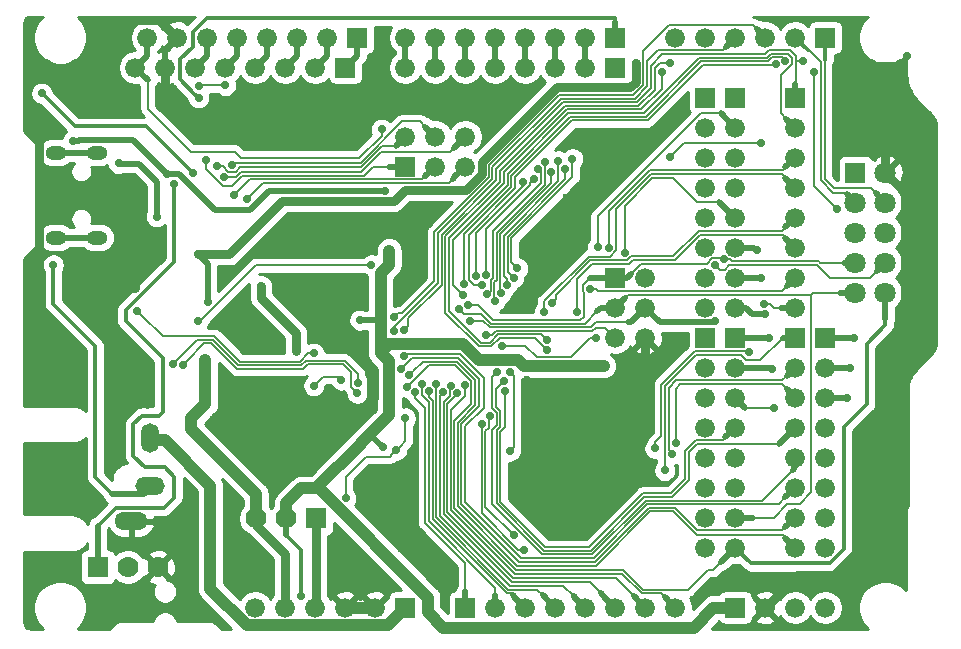
<source format=gbr>
G04 #@! TF.GenerationSoftware,KiCad,Pcbnew,5.1.0-unknown-9bfce26~82~ubuntu18.04.1*
G04 #@! TF.CreationDate,2019-03-14T11:14:55+02:00*
G04 #@! TF.ProjectId,OLIMEXINO-2560_Rev_B,4f4c494d-4558-4494-9e4f-2d323536305f,rev?*
G04 #@! TF.SameCoordinates,Original*
G04 #@! TF.FileFunction,Copper,L2,Bot*
G04 #@! TF.FilePolarity,Positive*
%FSLAX46Y46*%
G04 Gerber Fmt 4.6, Leading zero omitted, Abs format (unit mm)*
G04 Created by KiCad (PCBNEW 5.1.0-unknown-9bfce26~82~ubuntu18.04.1) date 2019-03-14 11:14:55*
%MOMM*%
%LPD*%
G04 APERTURE LIST*
%ADD10O,2.500000X1.524000*%
%ADD11O,2.800000X1.524000*%
%ADD12O,1.524000X2.500000*%
%ADD13C,1.676400*%
%ADD14R,1.676400X1.676400*%
%ADD15C,1.778000*%
%ADD16R,1.778000X1.778000*%
%ADD17O,1.800000X1.200000*%
%ADD18C,1.800000*%
%ADD19R,1.750000X1.750000*%
%ADD20C,0.600000*%
%ADD21C,0.700000*%
%ADD22C,1.016000*%
%ADD23C,0.762000*%
%ADD24C,0.508000*%
%ADD25C,0.330200*%
%ADD26C,0.177800*%
%ADD27C,0.152100*%
%ADD28C,0.254000*%
G04 APERTURE END LIST*
D10*
X34263800Y-81143400D03*
D11*
X32663800Y-84143400D03*
D12*
X34263800Y-77043400D03*
D13*
X45720000Y-91440000D03*
X48260000Y-91440000D03*
D14*
X60960000Y-91440000D03*
D13*
X63500000Y-91440000D03*
X66040000Y-91440000D03*
X68580000Y-91440000D03*
X71120000Y-91440000D03*
X73660000Y-91440000D03*
X34042540Y-43180000D03*
D14*
X73660000Y-43180000D03*
D13*
X71120000Y-43180000D03*
X68580000Y-43180000D03*
X66040000Y-43180000D03*
X63500000Y-43180000D03*
X60960000Y-43180000D03*
X58420000Y-43180000D03*
X55880000Y-43180000D03*
D14*
X51820000Y-43180000D03*
D13*
X49282540Y-43180000D03*
X46742540Y-43180000D03*
X44202540Y-43180000D03*
X41662540Y-43180000D03*
X39122540Y-43180000D03*
X50800000Y-91440000D03*
X53340000Y-91440000D03*
X36582540Y-43180000D03*
X43180000Y-91440000D03*
D14*
X55880000Y-91440000D03*
D13*
X78740000Y-43180000D03*
X88900000Y-43180000D03*
X86360000Y-43180000D03*
X83820000Y-43180000D03*
X81280000Y-43180000D03*
D14*
X91440000Y-43180000D03*
D13*
X78740000Y-91440000D03*
X76200000Y-91440000D03*
X91440000Y-91440000D03*
X88900000Y-91440000D03*
X86360000Y-91440000D03*
D14*
X83820000Y-91440000D03*
D13*
X81280000Y-63500000D03*
X81280000Y-55880000D03*
X81280000Y-66040000D03*
X81280000Y-58420000D03*
X81280000Y-60960000D03*
X81280000Y-50800000D03*
D14*
X81280000Y-48260000D03*
D13*
X81280000Y-53340000D03*
D14*
X83820000Y-48260000D03*
D13*
X83820000Y-63500000D03*
X83820000Y-50800000D03*
X83820000Y-60960000D03*
X83820000Y-58420000D03*
X83820000Y-53340000D03*
X83820000Y-66040000D03*
X83820000Y-55880000D03*
X88900000Y-55880000D03*
X88900000Y-66040000D03*
X88900000Y-53340000D03*
X88900000Y-60960000D03*
X88900000Y-63500000D03*
X88900000Y-50800000D03*
X88900000Y-58420000D03*
D14*
X88900000Y-48260000D03*
D13*
X88900000Y-73660000D03*
D14*
X81280000Y-68580000D03*
D13*
X88900000Y-78740000D03*
X83820000Y-76200000D03*
X81280000Y-83820000D03*
X83820000Y-86360000D03*
X81280000Y-71120000D03*
X88900000Y-83820000D03*
X81280000Y-81280000D03*
X83820000Y-73660000D03*
X83820000Y-81280000D03*
X83820000Y-83820000D03*
X88900000Y-71120000D03*
X81280000Y-78740000D03*
X88900000Y-86360000D03*
X88900000Y-76200000D03*
X83820000Y-71120000D03*
X81280000Y-73660000D03*
X83820000Y-78740000D03*
X81280000Y-86360000D03*
D14*
X88900000Y-68580000D03*
D13*
X81280000Y-76200000D03*
D14*
X83820000Y-68580000D03*
D13*
X88900000Y-81280000D03*
X91440000Y-76200000D03*
X91440000Y-71120000D03*
X91440000Y-86360000D03*
X91440000Y-78740000D03*
X91440000Y-83820000D03*
X91440000Y-81280000D03*
D14*
X91440000Y-68580000D03*
D13*
X91440000Y-73660000D03*
X45722540Y-45720000D03*
X38102540Y-45720000D03*
D14*
X50800000Y-45720000D03*
D13*
X43182540Y-45720000D03*
X48262540Y-45720000D03*
X35562540Y-45720000D03*
X33022540Y-45720000D03*
X40642540Y-45720000D03*
X58420000Y-45720000D03*
X55880000Y-45720000D03*
D14*
X73660000Y-45720000D03*
D13*
X60960000Y-45720000D03*
X63500000Y-45720000D03*
X66040000Y-45720000D03*
X68580000Y-45720000D03*
X71120000Y-45720000D03*
X58420000Y-54102000D03*
X60960000Y-54102000D03*
D14*
X55880000Y-54102000D03*
D13*
X58420000Y-51562000D03*
X60960000Y-51562000D03*
X55880000Y-51562000D03*
X76200000Y-66040000D03*
X76200000Y-68580000D03*
X73660000Y-66040000D03*
X73660000Y-68580000D03*
D14*
X73660000Y-63500000D03*
D13*
X76200000Y-63500000D03*
D15*
X43243500Y-83883500D03*
X45783500Y-83883500D03*
D16*
X48323500Y-83883500D03*
D15*
X34925000Y-88011000D03*
X32385000Y-88011000D03*
D16*
X29845000Y-88011000D03*
D17*
X26280000Y-52915000D03*
X29750000Y-52915000D03*
X29750000Y-60115000D03*
X26280000Y-60115000D03*
D18*
X96520000Y-64770000D03*
X93980000Y-64770000D03*
X96520000Y-62230000D03*
X93980000Y-62230000D03*
X96520000Y-59690000D03*
X93980000Y-59690000D03*
X96520000Y-57150000D03*
X93980000Y-57150000D03*
X96520000Y-54610000D03*
D19*
X93980000Y-54610000D03*
D20*
X27965400Y-61175900D03*
X32943800Y-58381900D03*
X53619400Y-80162400D03*
X50673000Y-76377800D03*
X40627300Y-66586100D03*
X88950800Y-88861900D03*
X31750000Y-75577700D03*
X31699200Y-72364600D03*
X26758900Y-72377300D03*
X24587200Y-45656500D03*
X47828200Y-49174400D03*
X54089300Y-49568100D03*
X39611300Y-75488800D03*
X27266900Y-78371700D03*
X27266900Y-81521300D03*
X65646300Y-65125600D03*
X66167000Y-72110600D03*
X65862200Y-82296000D03*
X50634900Y-88214200D03*
X69443600Y-56654700D03*
X70726300Y-81216500D03*
X36322000Y-49580800D03*
X33108900Y-49580800D03*
X31496000Y-47002700D03*
X42595800Y-86956900D03*
X99631500Y-54978300D03*
X99745800Y-63385700D03*
X99695000Y-69227700D03*
X96989900Y-72936100D03*
X97066100Y-82600800D03*
X96977200Y-77457300D03*
X94373700Y-89166700D03*
X55537100Y-86487000D03*
X72301100Y-76276200D03*
X72072500Y-52425600D03*
X63131700Y-49758600D03*
D21*
X68999100Y-84213700D03*
X98323400Y-44780200D03*
X31127700Y-56997600D03*
X31127700Y-57823100D03*
X56845200Y-59385198D03*
X93924017Y-45064783D03*
X48056800Y-59436000D03*
X47599600Y-65989200D03*
X27584400Y-65608200D03*
X33045400Y-70434200D03*
X33020000Y-64414400D03*
X24130000Y-65709800D03*
X38328600Y-50977800D03*
X52019200Y-68986400D03*
X34010600Y-74168000D03*
X55123875Y-78102709D03*
X50812700Y-82181700D03*
X62699900Y-68351402D03*
X55867300Y-75399900D03*
X72656700Y-70980300D03*
X47040800Y-90424000D03*
X53962300Y-77876400D03*
X27736800Y-51917600D03*
X35670817Y-54713383D03*
X54508400Y-61214000D03*
X54178200Y-56141900D03*
X52019200Y-67106800D03*
X39154100Y-65582800D03*
X38938200Y-70472300D03*
X37896800Y-54648100D03*
X45008800Y-57480200D03*
X25095200Y-47891700D03*
X75374500Y-45339000D03*
X38354000Y-61544200D03*
X43637200Y-64185800D03*
X46621700Y-69697600D03*
X31597600Y-53835300D03*
X34823400Y-58343800D03*
X26068160Y-62433200D03*
X36296600Y-55565909D03*
X39890700Y-54051200D03*
X38334208Y-67188118D03*
X52984400Y-62445900D03*
X51797299Y-73298399D03*
X61315600Y-67135670D03*
X82133142Y-62465888D03*
X82118200Y-67157600D03*
X37021026Y-70908166D03*
X51857405Y-72420227D03*
X60395688Y-66144956D03*
X36174963Y-70804325D03*
X50457100Y-72174100D03*
X48131311Y-72658389D03*
X61186002Y-65825596D03*
X82852405Y-61945219D03*
X40490127Y-54953175D03*
X41186100Y-53949600D03*
X38976300Y-53517800D03*
X42481500Y-56832500D03*
X41376600Y-56515000D03*
X38379400Y-47256700D03*
X40640000Y-47231300D03*
X38366700Y-48272700D03*
X53873400Y-50952400D03*
X93256100Y-73660000D03*
X67068691Y-54312099D03*
X62825197Y-64902990D03*
X93840300Y-68580000D03*
X90463017Y-46056052D03*
X92417900Y-57670700D03*
X61846929Y-63388498D03*
X65817193Y-55428592D03*
X64479098Y-64134206D03*
X68824347Y-53622065D03*
X65058447Y-63508937D03*
X69431327Y-54320995D03*
X68245896Y-54549776D03*
X63982817Y-64833500D03*
X65371046Y-62715913D03*
X70028712Y-53435263D03*
X66768592Y-55146447D03*
X93535502Y-71120000D03*
X62691097Y-63270238D03*
X67667436Y-53705378D03*
X63434388Y-65499222D03*
X55782313Y-70153262D03*
X86645493Y-68580000D03*
X77838300Y-79819500D03*
X86900582Y-71208900D03*
X64212663Y-72224684D03*
X56185066Y-71767966D03*
X78479378Y-78437713D03*
X87053485Y-74582689D03*
X55524808Y-71228833D03*
X56003739Y-72767360D03*
X64274700Y-73139300D03*
X63627000Y-71513700D03*
X78752700Y-77508100D03*
X55775964Y-67964659D03*
X89585800Y-45148500D03*
X68261860Y-65688760D03*
X60794900Y-65011300D03*
X71506230Y-64441378D03*
X70398718Y-66415864D03*
X73101200Y-60960000D03*
X86029800Y-52108100D03*
X78282800Y-53258574D03*
X86251429Y-65709800D03*
X67640200Y-66433700D03*
X86340982Y-66562213D03*
X74434700Y-61391800D03*
X64719200Y-71513700D03*
X64071500Y-69253100D03*
X72008999Y-68592701D03*
X64731900Y-78193900D03*
X85636102Y-61188600D03*
X72161400Y-60947300D03*
X85979000Y-63538100D03*
X76999178Y-77952600D03*
X84934663Y-69837953D03*
X62339281Y-75935388D03*
X65963800Y-86525100D03*
X63034991Y-75239691D03*
X65082220Y-85336580D03*
X60273454Y-73312550D03*
X60891971Y-72560122D03*
X60819887Y-64031374D03*
X88041817Y-45146137D03*
X67868800Y-69665379D03*
X78308200Y-45300900D03*
X54927500Y-68046600D03*
X54911580Y-66879278D03*
X87236300Y-45424971D03*
X62405925Y-64117974D03*
X67868800Y-68812966D03*
X77566191Y-46058442D03*
X59735060Y-72645103D03*
X59074072Y-73228042D03*
X58495612Y-72521061D03*
X57903540Y-73134295D03*
X57302400Y-72529700D03*
X56723940Y-73223340D03*
X33185102Y-66319400D03*
X48133000Y-69926200D03*
D22*
X52019200Y-68986400D02*
X52019200Y-70281800D01*
X52019200Y-70281800D02*
X53136800Y-71399400D01*
X53136800Y-71399400D02*
X53136800Y-73725110D01*
D23*
X27584400Y-65608200D02*
X27589199Y-65603401D01*
X27589199Y-65603401D02*
X31038800Y-65603401D01*
X31038800Y-65603401D02*
X31038800Y-69062600D01*
X31038800Y-69062600D02*
X32110401Y-70134201D01*
X32110401Y-70134201D02*
X32745401Y-70134201D01*
X32745401Y-70134201D02*
X33045400Y-70434200D01*
X33020000Y-64414400D02*
X32042100Y-64414400D01*
X31038800Y-65417700D02*
X30734000Y-65417700D01*
X32042100Y-64414400D02*
X31038800Y-65417700D01*
D24*
X35562540Y-44200000D02*
X35562540Y-44534607D01*
X36582540Y-43180000D02*
X35562540Y-44200000D01*
X35562540Y-44534607D02*
X35562540Y-45720000D01*
D23*
X71081900Y-81699100D02*
X71081900Y-82130900D01*
D24*
X68504126Y-84213700D02*
X68999100Y-84213700D01*
D23*
X71081900Y-82130900D02*
X69349099Y-83863701D01*
D24*
X67779900Y-84213700D02*
X68504126Y-84213700D01*
D23*
X69349099Y-83863701D02*
X68999100Y-84213700D01*
D24*
X65862200Y-82296000D02*
X67779900Y-84213700D01*
D23*
X76200000Y-76581000D02*
X71081900Y-81699100D01*
D24*
X70726300Y-81216500D02*
X71081900Y-81572100D01*
X71081900Y-81572100D02*
X71081900Y-81699100D01*
X72301100Y-76276200D02*
X72601099Y-75976201D01*
X72601099Y-75976201D02*
X75595201Y-75976201D01*
X75595201Y-75976201D02*
X76200000Y-76581000D01*
D23*
X98171000Y-56261000D02*
X98171000Y-69202300D01*
X98171000Y-69202300D02*
X98171000Y-72999600D01*
D24*
X99695000Y-69227700D02*
X99270736Y-69227700D01*
X99270736Y-69227700D02*
X99245336Y-69202300D01*
X99245336Y-69202300D02*
X98171000Y-69202300D01*
X96989900Y-72936100D02*
X98107500Y-72936100D01*
D23*
X98171000Y-72999600D02*
X98171000Y-77457300D01*
D24*
X98107500Y-72936100D02*
X98171000Y-72999600D01*
D23*
X98171000Y-77457300D02*
X98171000Y-82754214D01*
D24*
X96977200Y-77457300D02*
X98171000Y-77457300D01*
D25*
X98323400Y-44780200D02*
X97650300Y-45453300D01*
X97650300Y-45453300D02*
X94312534Y-45453300D01*
X94312534Y-45453300D02*
X94274016Y-45414782D01*
X94274016Y-45414782D02*
X93924017Y-45064783D01*
D26*
X93924017Y-45064783D02*
X93924017Y-45117917D01*
D24*
X33578800Y-58293000D02*
X33108900Y-57823100D01*
X31622674Y-57823100D02*
X31127700Y-57823100D01*
X33108900Y-57823100D02*
X31622674Y-57823100D01*
D23*
X36582540Y-43180000D02*
X35058540Y-41656000D01*
X35058540Y-41656000D02*
X32461200Y-41656000D01*
X24561800Y-46456600D02*
X23876000Y-47142400D01*
X32461200Y-41656000D02*
X27660600Y-46456600D01*
X24841200Y-64998600D02*
X24460339Y-65379461D01*
X27660600Y-46456600D02*
X24561800Y-46456600D01*
X23876000Y-47142400D02*
X23876000Y-50558700D01*
X23876000Y-50558700D02*
X24841200Y-51523900D01*
X24841200Y-51523900D02*
X24841200Y-64998600D01*
X24460339Y-65379461D02*
X24130000Y-65709800D01*
D24*
X56794398Y-59436000D02*
X56845200Y-59385198D01*
X48056800Y-59436000D02*
X56794398Y-59436000D01*
X97066100Y-82600800D02*
X98171000Y-82600800D01*
X98171000Y-82600800D02*
X98171000Y-82754214D01*
D23*
X96520000Y-54610000D02*
X96520000Y-47660766D01*
X96520000Y-47660766D02*
X94274016Y-45414782D01*
X96520000Y-54610000D02*
X98171000Y-56261000D01*
X98171000Y-82754214D02*
X92203014Y-88722200D01*
X92203014Y-88722200D02*
X89077800Y-88722200D01*
X89077800Y-88722200D02*
X87198199Y-90601801D01*
X87198199Y-90601801D02*
X86360000Y-91440000D01*
X76200000Y-68580000D02*
X76200000Y-76581000D01*
D22*
X47599600Y-65989200D02*
X49022000Y-65989200D01*
X49022000Y-65989200D02*
X52019200Y-68986400D01*
X50800000Y-91440000D02*
X53340000Y-91440000D01*
D23*
X33020000Y-64414400D02*
X33020000Y-58851800D01*
X38328600Y-50977800D02*
X35562540Y-48211740D01*
X35562540Y-45720000D02*
X35562540Y-48211740D01*
X33045400Y-70434200D02*
X33045400Y-73202800D01*
X33045400Y-73202800D02*
X33660601Y-73818001D01*
X33660601Y-73818001D02*
X34010600Y-74168000D01*
D27*
X73660000Y-68580000D02*
X72821801Y-67741801D01*
X72821801Y-67741801D02*
X71978391Y-67741801D01*
X71978391Y-67741801D02*
X71706166Y-68014026D01*
X71706166Y-68014026D02*
X63532250Y-68014026D01*
X63532250Y-68014026D02*
X63194874Y-68351402D01*
X63194874Y-68351402D02*
X62699900Y-68351402D01*
X50812700Y-82181700D02*
X50812700Y-80365600D01*
X50812700Y-80365600D02*
X52514500Y-78663800D01*
X52514500Y-78663800D02*
X54562784Y-78663800D01*
X54562784Y-78663800D02*
X54773876Y-78452708D01*
X54773876Y-78452708D02*
X55123875Y-78102709D01*
X55473874Y-77752710D02*
X55123875Y-78102709D01*
X55867300Y-77359284D02*
X55473874Y-77752710D01*
X55867300Y-75399900D02*
X55867300Y-77359284D01*
D22*
X65922494Y-70980300D02*
X72656700Y-70980300D01*
X53776599Y-69848761D02*
X54482499Y-69142861D01*
X65445493Y-70503299D02*
X65922494Y-70980300D01*
X54482499Y-69142861D02*
X60748161Y-69142861D01*
X60748161Y-69142861D02*
X62108599Y-70503299D01*
X62108599Y-70503299D02*
X65445493Y-70503299D01*
X48534322Y-81356200D02*
X57792622Y-90614500D01*
X57792622Y-90614500D02*
X57792622Y-91854022D01*
X80276700Y-93129100D02*
X81965800Y-91440000D01*
X57792622Y-91854022D02*
X59067700Y-93129100D01*
X59067700Y-93129100D02*
X80276700Y-93129100D01*
X81965800Y-91440000D02*
X83820000Y-91440000D01*
X48331118Y-81348582D02*
X47061183Y-81348582D01*
X45783500Y-82626265D02*
X45783500Y-83883500D01*
X47061183Y-81348582D02*
X45783500Y-82626265D01*
D24*
X53962300Y-77876400D02*
X52882800Y-76796900D01*
D25*
X52882800Y-76796900D02*
X52882800Y-76784200D01*
X52120800Y-77546200D02*
X52882800Y-76784200D01*
X47040800Y-86575900D02*
X47040800Y-89929026D01*
X45783500Y-85318600D02*
X47040800Y-86575900D01*
X47040800Y-89929026D02*
X47040800Y-90424000D01*
D22*
X45783500Y-82626265D02*
X47053565Y-81356200D01*
X47053565Y-81356200D02*
X48331118Y-81356200D01*
X53776599Y-69848761D02*
X53776599Y-67183000D01*
X53776599Y-67183000D02*
X53776599Y-63149095D01*
D24*
X52019200Y-67106800D02*
X53700399Y-67106800D01*
X53700399Y-67106800D02*
X53776599Y-67183000D01*
D22*
X54508400Y-62417294D02*
X54508400Y-61214000D01*
X54501298Y-70573460D02*
X53776599Y-69848761D01*
X53776599Y-63149095D02*
X54508400Y-62417294D01*
D24*
X45783500Y-83883500D02*
X45783500Y-85140735D01*
X45783500Y-85140735D02*
X45783500Y-85318600D01*
D23*
X48534322Y-81356200D02*
X48331118Y-81356200D01*
D22*
X52120800Y-77546200D02*
X52120800Y-77558900D01*
X52120800Y-77558900D02*
X48331118Y-81348582D01*
X48331118Y-81348582D02*
X48331118Y-81356200D01*
X54501298Y-70573460D02*
X54501298Y-75165702D01*
X54501298Y-75165702D02*
X52120800Y-77546200D01*
D24*
X54178200Y-56141900D02*
X44345590Y-56141900D01*
X44345590Y-56141900D02*
X42689790Y-57797700D01*
X42689790Y-57797700D02*
X39763700Y-57797700D01*
X39763700Y-57797700D02*
X36679383Y-54713383D01*
X36679383Y-54713383D02*
X35670817Y-54713383D01*
X27736800Y-51917600D02*
X28231774Y-51917600D01*
X28257174Y-51892200D02*
X32849634Y-51892200D01*
X32849634Y-51892200D02*
X35320818Y-54363384D01*
X35320818Y-54363384D02*
X35670817Y-54713383D01*
X28231774Y-51917600D02*
X28257174Y-51892200D01*
D22*
X43243500Y-83883500D02*
X43243500Y-81826100D01*
X43243500Y-81826100D02*
X37769800Y-76352400D01*
X37769800Y-76352400D02*
X37769800Y-75399900D01*
X37769800Y-75399900D02*
X38938200Y-74231500D01*
X38938200Y-74231500D02*
X38938200Y-70472300D01*
D24*
X39154100Y-65087826D02*
X39154100Y-65582800D01*
X39154100Y-62344300D02*
X39154100Y-65087826D01*
X38354000Y-61544200D02*
X39154100Y-62344300D01*
D25*
X37546801Y-54298101D02*
X37896800Y-54648100D01*
X27889200Y-50685700D02*
X33934400Y-50685700D01*
X33934400Y-50685700D02*
X37546801Y-54298101D01*
X25095200Y-47891700D02*
X27889200Y-50685700D01*
D23*
X45008800Y-57480200D02*
X45440600Y-57048400D01*
X45440600Y-57048400D02*
X54889400Y-57048400D01*
X54889400Y-57048400D02*
X54889400Y-57035700D01*
X62331601Y-54760369D02*
X62331601Y-53748124D01*
X54889400Y-57035700D02*
X55816640Y-56108460D01*
X75374500Y-46955020D02*
X75374500Y-45763264D01*
X55816640Y-56108460D02*
X60983510Y-56108460D01*
X60983510Y-56108460D02*
X62331601Y-54760369D01*
X62331601Y-53748124D02*
X68683613Y-47396112D01*
X74933408Y-47396112D02*
X75374500Y-46955020D01*
X68683613Y-47396112D02*
X74933408Y-47396112D01*
X75374500Y-45763264D02*
X75374500Y-45339000D01*
X40944800Y-61544200D02*
X45008800Y-57480200D01*
X38354000Y-61544200D02*
X40944800Y-61544200D01*
X43243500Y-83883500D02*
X43243500Y-84442300D01*
X43243500Y-84442300D02*
X45720000Y-86918800D01*
X45720000Y-86918800D02*
X45720000Y-91440000D01*
X46621700Y-69697600D02*
X46621700Y-68199000D01*
X46621700Y-68199000D02*
X43637200Y-65214500D01*
X43637200Y-65214500D02*
X43637200Y-64185800D01*
X48323500Y-83883500D02*
X48323500Y-91376500D01*
X48323500Y-91376500D02*
X48260000Y-91440000D01*
D24*
X34823400Y-58343800D02*
X34823400Y-55384700D01*
X34823400Y-55384700D02*
X33286700Y-53848000D01*
X33286700Y-53848000D02*
X31610300Y-53848000D01*
X31610300Y-53848000D02*
X31597600Y-53835300D01*
X26280000Y-60115000D02*
X29750000Y-60115000D01*
X26280000Y-52915000D02*
X29750000Y-52915000D01*
X39122540Y-43180000D02*
X39122540Y-44700000D01*
X39122540Y-44700000D02*
X38102540Y-45720000D01*
X34310000Y-81218000D02*
X33714600Y-81813400D01*
X33714600Y-81813400D02*
X31064200Y-81813400D01*
D25*
X26068160Y-62433200D02*
X26068160Y-65742960D01*
X26068160Y-65742960D02*
X29641800Y-69316600D01*
X29641800Y-69316600D02*
X29641800Y-80391000D01*
X29641800Y-80391000D02*
X31064200Y-81813400D01*
D27*
X40385674Y-54051200D02*
X39890700Y-54051200D01*
X40895742Y-54540752D02*
X40406190Y-54051200D01*
X41917597Y-54147517D02*
X41524362Y-54540752D01*
X52141098Y-54147517D02*
X41917597Y-54147517D01*
X55105300Y-52336700D02*
X55041801Y-52400199D01*
X40406190Y-54051200D02*
X40385674Y-54051200D01*
X53888416Y-52400199D02*
X52141098Y-54147517D01*
X55041801Y-52400199D02*
X53888416Y-52400199D01*
X41524362Y-54540752D02*
X40895742Y-54540752D01*
D24*
X29845000Y-88011000D02*
X29845000Y-86614000D01*
X29845000Y-86614000D02*
X29845000Y-84518500D01*
X55880000Y-51562000D02*
X55105300Y-52336700D01*
D25*
X31394400Y-82969100D02*
X29845000Y-84518500D01*
X36296600Y-82143600D02*
X35471100Y-82969100D01*
X35471100Y-82969100D02*
X31394400Y-82969100D01*
X36296600Y-80352900D02*
X36296600Y-82143600D01*
X33832800Y-79565500D02*
X35509200Y-79565500D01*
X32842200Y-75920600D02*
X32842200Y-78574900D01*
X33553400Y-75209400D02*
X32842200Y-75920600D01*
X35509200Y-79565500D02*
X36296600Y-80352900D01*
X32842200Y-78574900D02*
X33832800Y-79565500D01*
X32194500Y-67157600D02*
X35318711Y-70281811D01*
X34977437Y-75209400D02*
X33553400Y-75209400D01*
X36296600Y-55565909D02*
X36296600Y-62156498D01*
X36296600Y-62156498D02*
X32194500Y-66258598D01*
X35318711Y-70281811D02*
X35318711Y-74868126D01*
X32194500Y-66258598D02*
X32194500Y-67157600D01*
X35318711Y-74868126D02*
X34977437Y-75209400D01*
D26*
X39306500Y-66357500D02*
X43218100Y-62445900D01*
D27*
X52984400Y-62445900D02*
X43218100Y-62445900D01*
X39306500Y-66357500D02*
X39299010Y-66357500D01*
D26*
X38334208Y-67188118D02*
X38468392Y-67188118D01*
X38468392Y-67188118D02*
X39262884Y-66393626D01*
X39262884Y-66393626D02*
X39299010Y-66357500D01*
D24*
X63500000Y-43180000D02*
X63500000Y-45720000D01*
D27*
X61315600Y-67135670D02*
X62436670Y-67135670D01*
X62436670Y-67135670D02*
X63010515Y-67709515D01*
X71580034Y-67709515D02*
X72030349Y-67259200D01*
X63010515Y-67709515D02*
X71580034Y-67709515D01*
X72030349Y-67259200D02*
X74752200Y-67259200D01*
D24*
X74980800Y-67259200D02*
X74752200Y-67259200D01*
X76200000Y-66040000D02*
X74980800Y-67259200D01*
X76200000Y-66040000D02*
X77444601Y-67284601D01*
X77444601Y-67284601D02*
X81991199Y-67284601D01*
X81991199Y-67284601D02*
X82118200Y-67157600D01*
D27*
X82925469Y-62815887D02*
X82483141Y-62815887D01*
X83308007Y-62433349D02*
X82925469Y-62815887D01*
X90741649Y-62433349D02*
X83308007Y-62433349D01*
X82483141Y-62815887D02*
X82133142Y-62465888D01*
X95770700Y-62979300D02*
X95224600Y-63525400D01*
X95224600Y-63525400D02*
X91833700Y-63525400D01*
X91833700Y-63525400D02*
X90741649Y-62433349D01*
D24*
X96520000Y-62230000D02*
X95770700Y-62979300D01*
D27*
X51797299Y-73298399D02*
X51278954Y-72780054D01*
X51278954Y-72780054D02*
X51278954Y-71508896D01*
X51278954Y-71508896D02*
X50610368Y-70840310D01*
X38853892Y-69075300D02*
X37371025Y-70558167D01*
X50610368Y-70840310D02*
X47603372Y-70840310D01*
X47196682Y-71247000D02*
X41607516Y-71247000D01*
X37371025Y-70558167D02*
X37021026Y-70908166D01*
X47603372Y-70840310D02*
X47196682Y-71247000D01*
X41607516Y-71247000D02*
X39435816Y-69075300D01*
X39435816Y-69075300D02*
X38853892Y-69075300D01*
X60745687Y-66494955D02*
X60395688Y-66144956D01*
X62291178Y-66557220D02*
X60807952Y-66557220D01*
X72144407Y-66370200D02*
X71109603Y-67405004D01*
X60807952Y-66557220D02*
X60745687Y-66494955D01*
X63138961Y-67405004D02*
X62291178Y-66557220D01*
X71109603Y-67405004D02*
X63138961Y-67405004D01*
X85344000Y-83820000D02*
X87058500Y-83820000D01*
X87058500Y-83820000D02*
X88226900Y-82651600D01*
X88226900Y-82651600D02*
X89255600Y-82651600D01*
X89255600Y-82651600D02*
X90220800Y-81686400D01*
X90220800Y-81686400D02*
X90220800Y-64909700D01*
X90220800Y-64909700D02*
X90360500Y-64770000D01*
X92707208Y-64770000D02*
X90360500Y-64770000D01*
X90360500Y-64770000D02*
X90195400Y-64935100D01*
X90195400Y-64935100D02*
X74764900Y-64935100D01*
X74764900Y-64935100D02*
X74498199Y-65201801D01*
D24*
X74498199Y-65201801D02*
X73660000Y-66040000D01*
X73660000Y-66040000D02*
X72474607Y-66040000D01*
X72474607Y-66040000D02*
X72144407Y-66370200D01*
X83820000Y-83820000D02*
X85344000Y-83820000D01*
X93980000Y-64770000D02*
X92707208Y-64770000D01*
D27*
X41733647Y-70942489D02*
X39561948Y-68770789D01*
X36524962Y-70454326D02*
X36174963Y-70804325D01*
X50736500Y-70535799D02*
X47477240Y-70535799D01*
X47477240Y-70535799D02*
X47070550Y-70942489D01*
X51857405Y-72420227D02*
X51857405Y-71656705D01*
X38208499Y-68770789D02*
X36524962Y-70454326D01*
X51857405Y-71656705D02*
X50736500Y-70535799D01*
X47070550Y-70942489D02*
X41733647Y-70942489D01*
X39561948Y-68770789D02*
X38208499Y-68770789D01*
D26*
X48131311Y-72658389D02*
X48907700Y-71882000D01*
X50165000Y-71882000D02*
X50457100Y-72174100D01*
X48907700Y-71882000D02*
X50165000Y-71882000D01*
D27*
X63265093Y-67100493D02*
X70694507Y-67100493D01*
X61187498Y-65824100D02*
X61988700Y-65824100D01*
X70877178Y-64115163D02*
X71492341Y-63500000D01*
X61186002Y-65825596D02*
X61187498Y-65824100D01*
X61988700Y-65824100D02*
X63265093Y-67100493D01*
X70694507Y-67100493D02*
X70977178Y-66817822D01*
X70977178Y-66817822D02*
X70977178Y-64770477D01*
X70977178Y-64770477D02*
X70877178Y-64670477D01*
X70877178Y-64670477D02*
X70877178Y-64115163D01*
X92993019Y-62230000D02*
X90995500Y-62230000D01*
X90995500Y-62230000D02*
X90881200Y-62115700D01*
X90881200Y-62115700D02*
X83517860Y-62115700D01*
X83517860Y-62115700D02*
X83347379Y-61945219D01*
X83347379Y-61945219D02*
X82852405Y-61945219D01*
X74942700Y-63207600D02*
X75832267Y-62318033D01*
D24*
X73660000Y-63500000D02*
X74650300Y-63500000D01*
X74650300Y-63500000D02*
X74942700Y-63207600D01*
X71492341Y-63500000D02*
X73660000Y-63500000D01*
D27*
X75832267Y-62318033D02*
X81430993Y-62318033D01*
X81430993Y-62318033D02*
X81874626Y-61874400D01*
X81874626Y-61874400D02*
X82781586Y-61874400D01*
X82781586Y-61874400D02*
X82852405Y-61945219D01*
D24*
X93980000Y-62230000D02*
X92993019Y-62230000D01*
D27*
X52163157Y-54556101D02*
X41939657Y-54556101D01*
X41542583Y-54953175D02*
X40985101Y-54953175D01*
X41939657Y-54556101D02*
X41542583Y-54953175D01*
X53823758Y-52895500D02*
X52163157Y-54556101D01*
X59626500Y-52895500D02*
X53823758Y-52895500D01*
X59969400Y-52552600D02*
X59626500Y-52895500D01*
X40985101Y-54953175D02*
X40490127Y-54953175D01*
D24*
X60960000Y-51562000D02*
X59969400Y-52552600D01*
D27*
X57581800Y-50723800D02*
X57137300Y-50279300D01*
X57137300Y-50279300D02*
X55575200Y-50279300D01*
X55575200Y-50279300D02*
X52082700Y-53771800D01*
X52082700Y-53771800D02*
X41363900Y-53771800D01*
X41363900Y-53771800D02*
X41186100Y-53949600D01*
D24*
X58420000Y-51562000D02*
X57581800Y-50723800D01*
D27*
X38976300Y-54279474D02*
X38976300Y-54012774D01*
X53162200Y-54102000D02*
X52374800Y-54889400D01*
X54483000Y-54102000D02*
X53162200Y-54102000D01*
X40418825Y-55721999D02*
X38976300Y-54279474D01*
X52374800Y-54889400D02*
X42037000Y-54889400D01*
X42037000Y-54889400D02*
X41204401Y-55721999D01*
X41204401Y-55721999D02*
X40418825Y-55721999D01*
X38976300Y-54012774D02*
X38976300Y-53517800D01*
D24*
X55880000Y-54102000D02*
X54483000Y-54102000D01*
D27*
X42831499Y-56482501D02*
X42481500Y-56832500D01*
X59563000Y-55499000D02*
X43815000Y-55499000D01*
X59880500Y-55181500D02*
X59563000Y-55499000D01*
X43815000Y-55499000D02*
X42831499Y-56482501D01*
D24*
X60960000Y-54102000D02*
X60121801Y-54940199D01*
X60121801Y-54940199D02*
X59880500Y-55181500D01*
D27*
X57327511Y-55194489D02*
X42697111Y-55194489D01*
X42697111Y-55194489D02*
X41910000Y-55981600D01*
X57607200Y-54914800D02*
X57327511Y-55194489D01*
X41910000Y-55981600D02*
X41376600Y-56515000D01*
D24*
X58420000Y-54102000D02*
X57581801Y-54940199D01*
X57581801Y-54940199D02*
X57607200Y-54914800D01*
X71120000Y-43180000D02*
X71120000Y-44475400D01*
X71120000Y-44475400D02*
X71120000Y-45720000D01*
D27*
X38404800Y-47231300D02*
X38379400Y-47256700D01*
X40640000Y-47231300D02*
X38404800Y-47231300D01*
X71132700Y-44488100D02*
X71120000Y-44475400D01*
D24*
X68580000Y-43180000D02*
X68580000Y-45720000D01*
X66040000Y-43180000D02*
X66040000Y-45720000D01*
X60960000Y-43180000D02*
X60960000Y-45720000D01*
D25*
X73660000Y-41503461D02*
X39088641Y-41503461D01*
X39088641Y-41503461D02*
X37858700Y-42733402D01*
X37858700Y-42733402D02*
X37858700Y-43967400D01*
X37858700Y-43967400D02*
X36791900Y-45034200D01*
X36791900Y-45034200D02*
X36791900Y-46697900D01*
X36791900Y-46697900D02*
X38016701Y-47922701D01*
X38016701Y-47922701D02*
X38366700Y-48272700D01*
X73660000Y-41503461D02*
X73660000Y-41833800D01*
D24*
X73660000Y-43180000D02*
X73660000Y-41833800D01*
X55880000Y-43180000D02*
X55880000Y-45720000D01*
X58420000Y-43180000D02*
X58420000Y-45720000D01*
X41662540Y-43180000D02*
X41662540Y-44700000D01*
X41662540Y-44700000D02*
X40642540Y-45720000D01*
D27*
X34076641Y-46774101D02*
X34076641Y-49227741D01*
X41960800Y-53365400D02*
X51981100Y-53365400D01*
X34076641Y-49227741D02*
X37693600Y-52844700D01*
X37693600Y-52844700D02*
X41440100Y-52844700D01*
X41440100Y-52844700D02*
X41960800Y-53365400D01*
X53873400Y-51473100D02*
X53873400Y-51447374D01*
X53873400Y-51447374D02*
X53873400Y-50952400D01*
X51981100Y-53365400D02*
X53873400Y-51473100D01*
D24*
X33022540Y-45720000D02*
X34076641Y-46774101D01*
X34042540Y-43180000D02*
X34042540Y-44700000D01*
X34042540Y-44700000D02*
X33022540Y-45720000D01*
X49282540Y-43180000D02*
X49282540Y-44700000D01*
X49282540Y-44700000D02*
X48262540Y-45720000D01*
X44202540Y-43180000D02*
X44202540Y-44700000D01*
X44202540Y-44700000D02*
X43182540Y-45720000D01*
X51820000Y-43180000D02*
X51820000Y-44700000D01*
X51820000Y-44700000D02*
X50800000Y-45720000D01*
X46742540Y-43180000D02*
X46742540Y-44700000D01*
X46742540Y-44700000D02*
X45722540Y-45720000D01*
D27*
X63291615Y-63547895D02*
X63291615Y-59573975D01*
X62825197Y-64902990D02*
X63099846Y-64628341D01*
X63099846Y-64628341D02*
X63099846Y-63739664D01*
X63099846Y-63739664D02*
X63291615Y-63547895D01*
X63291615Y-59573975D02*
X67347052Y-55518538D01*
X67347052Y-55518538D02*
X67347052Y-54590460D01*
X67347052Y-54590460D02*
X67068691Y-54312099D01*
D24*
X91440000Y-73660000D02*
X93256100Y-73660000D01*
X91440000Y-68580000D02*
X93840300Y-68580000D01*
D27*
X65817193Y-55428592D02*
X65817193Y-55747207D01*
X65817193Y-55747207D02*
X61846929Y-59717471D01*
X61846929Y-59717471D02*
X61846929Y-62893524D01*
X61846929Y-62893524D02*
X61846929Y-63388498D01*
X90463017Y-46551026D02*
X90463017Y-46056052D01*
X92417900Y-57670700D02*
X90463017Y-55715817D01*
X90463017Y-55715817D02*
X90463017Y-46551026D01*
X68824347Y-55333169D02*
X64205148Y-59952368D01*
X64205148Y-63365282D02*
X64479098Y-63639232D01*
X64205148Y-59952368D02*
X64205148Y-63365282D01*
X68824347Y-53622065D02*
X68824347Y-55333169D01*
X64479098Y-63639232D02*
X64479098Y-64134206D01*
X64708448Y-63158938D02*
X65058447Y-63508937D01*
X64541689Y-62992179D02*
X64708448Y-63158938D01*
X64541689Y-60046468D02*
X64541689Y-62992179D01*
X69431327Y-54320995D02*
X69431327Y-55156830D01*
X69431327Y-55156830D02*
X64541689Y-60046468D01*
X63900637Y-59826237D02*
X68245896Y-55480978D01*
X68245896Y-55480978D02*
X68245896Y-55044750D01*
X63900637Y-64751320D02*
X63900637Y-59826237D01*
X63982817Y-64833500D02*
X63900637Y-64751320D01*
X68245896Y-55044750D02*
X68245896Y-54549776D01*
X64846200Y-62191067D02*
X65371046Y-62715913D01*
X70028712Y-53435263D02*
X70028712Y-54990088D01*
X70028712Y-54990088D02*
X64846200Y-60172600D01*
X64846200Y-60172600D02*
X64846200Y-62191067D01*
X66418593Y-55496446D02*
X66768592Y-55146447D01*
X62691097Y-59419403D02*
X66418593Y-55691907D01*
X62691097Y-63270238D02*
X62691097Y-59419403D01*
X66418593Y-55691907D02*
X66418593Y-55496446D01*
D24*
X91440000Y-71120000D02*
X93535502Y-71120000D01*
D27*
X63596126Y-59700106D02*
X67667436Y-55628796D01*
X63434388Y-65499222D02*
X63404357Y-65469191D01*
X67667436Y-55628796D02*
X67667436Y-54200352D01*
X63417747Y-63852406D02*
X63596126Y-63674027D01*
X67667436Y-54200352D02*
X67667436Y-53705378D01*
X63596126Y-63674027D02*
X63596126Y-59700106D01*
X63404357Y-65469191D02*
X63404357Y-63865795D01*
X63404357Y-63865795D02*
X63417747Y-63852406D01*
X76366836Y-82690278D02*
X71833548Y-87223567D01*
X71833548Y-87223567D02*
X65642547Y-87223567D01*
X60934600Y-82515620D02*
X60934600Y-76089970D01*
X60483155Y-70003267D02*
X55932308Y-70003267D01*
X62522100Y-74502470D02*
X62522100Y-72042213D01*
X60934600Y-76089970D02*
X62522100Y-74502470D01*
X65642547Y-87223567D02*
X60934600Y-82515620D01*
X88061801Y-82118199D02*
X87489722Y-82690278D01*
X62522100Y-72042213D02*
X60483155Y-70003267D01*
X87489722Y-82690278D02*
X76366836Y-82690278D01*
X55932308Y-70003267D02*
X55782313Y-70153262D01*
D24*
X88900000Y-81280000D02*
X88061801Y-82118199D01*
X83820000Y-68580000D02*
X86645493Y-68580000D01*
D27*
X87833200Y-68580000D02*
X85933140Y-70480060D01*
X85933140Y-70480060D02*
X84758704Y-70480060D01*
X84758704Y-70480060D02*
X84331993Y-70053349D01*
X84331993Y-70053349D02*
X80479751Y-70053349D01*
X80479751Y-70053349D02*
X77838300Y-72694800D01*
X77838300Y-72694800D02*
X77838300Y-79324526D01*
X77838300Y-79324526D02*
X77838300Y-79819500D01*
D24*
X88900000Y-68580000D02*
X87833200Y-68580000D01*
X86811682Y-71120000D02*
X86900582Y-71208900D01*
X83820000Y-71120000D02*
X86811682Y-71120000D01*
D27*
X79870011Y-78295789D02*
X80594639Y-77571161D01*
X79870011Y-80669532D02*
X79870011Y-78295789D01*
X63620190Y-76413635D02*
X63620190Y-82625840D01*
X78458287Y-82081256D02*
X79870011Y-80669532D01*
X71582117Y-86613711D02*
X76114572Y-82081256D01*
X67608061Y-86613711D02*
X71582117Y-86613711D01*
X63917954Y-76115872D02*
X63620190Y-76413635D01*
X76114572Y-82081256D02*
X78458287Y-82081256D01*
X80594639Y-77571161D02*
X82879482Y-77571161D01*
X64212663Y-72224684D02*
X63520760Y-72916587D01*
X63620190Y-82625840D02*
X67608061Y-86613711D01*
X63520760Y-74426007D02*
X63917954Y-74823201D01*
X63917954Y-74823201D02*
X63917954Y-76115872D01*
X63520760Y-72916587D02*
X63520760Y-74426007D01*
X82879482Y-77571161D02*
X87528839Y-77571161D01*
D24*
X88900000Y-76200000D02*
X87528839Y-77571161D01*
D27*
X60230891Y-70612289D02*
X57340743Y-70612289D01*
X72034411Y-87883989D02*
X65368993Y-87883989D01*
X61774934Y-72156332D02*
X60230891Y-70612289D01*
X61774934Y-74322556D02*
X61774934Y-72156332D01*
X65368993Y-87883989D02*
X60325578Y-82840574D01*
X78562200Y-83299300D02*
X76619100Y-83299300D01*
X80556100Y-85293200D02*
X78562200Y-83299300D01*
X56535065Y-71417967D02*
X56185066Y-71767966D01*
X88061801Y-85521801D02*
X87833200Y-85293200D01*
X76619100Y-83299300D02*
X72034411Y-87883989D01*
X87833200Y-85293200D02*
X80556100Y-85293200D01*
X60325578Y-82840574D02*
X60325578Y-75771912D01*
X60325578Y-75771912D02*
X61774934Y-74322556D01*
X57340743Y-70612289D02*
X56535065Y-71417967D01*
D24*
X88900000Y-86360000D02*
X88061801Y-85521801D01*
D27*
X78165649Y-72862751D02*
X78165649Y-78123984D01*
X78815911Y-72212489D02*
X78165649Y-72862751D01*
X78165649Y-78123984D02*
X78479378Y-78437713D01*
X88188800Y-71831200D02*
X87807511Y-72212489D01*
X87807511Y-72212489D02*
X78815911Y-72212489D01*
D24*
X88900000Y-71120000D02*
X88188800Y-71831200D01*
D27*
X84742689Y-74582689D02*
X86558511Y-74582689D01*
X84670900Y-74510900D02*
X84742689Y-74582689D01*
X86558511Y-74582689D02*
X87053485Y-74582689D01*
D24*
X83820000Y-73660000D02*
X84670900Y-74510900D01*
D27*
X87807800Y-84912200D02*
X80605742Y-84912200D01*
X71933980Y-87553778D02*
X65505770Y-87553778D01*
X60630089Y-75934389D02*
X62153800Y-74410678D01*
X88061801Y-84658199D02*
X87807800Y-84912200D01*
X76492968Y-82994789D02*
X71933980Y-87553778D01*
X62153800Y-74410678D02*
X62153800Y-72104555D01*
X62153800Y-72104555D02*
X60357023Y-70307778D01*
X80605742Y-84912200D02*
X78688332Y-82994789D01*
X78688332Y-82994789D02*
X76492968Y-82994789D01*
X65505770Y-87553778D02*
X60630089Y-82678097D01*
X60630089Y-82678097D02*
X60630089Y-75934389D01*
X60357023Y-70307778D02*
X56445863Y-70307778D01*
X56445863Y-70307778D02*
X55874807Y-70878834D01*
X55874807Y-70878834D02*
X55524808Y-71228833D01*
D24*
X88900000Y-83820000D02*
X88061801Y-84658199D01*
D27*
X57854299Y-70916800D02*
X56353738Y-72417361D01*
X81471649Y-88238451D02*
X79793811Y-89916289D01*
X60021067Y-83003051D02*
X60021067Y-75627633D01*
X56353738Y-72417361D02*
X56003739Y-72767360D01*
X61470423Y-72282464D02*
X60104759Y-70916800D01*
X60104759Y-70916800D02*
X57854299Y-70916800D01*
X82626200Y-87553800D02*
X81941549Y-88238451D01*
X81941549Y-88238451D02*
X81471649Y-88238451D01*
X79793811Y-89916289D02*
X76009789Y-89916289D01*
X76009789Y-89916289D02*
X74331951Y-88238451D01*
X74331951Y-88238451D02*
X65256467Y-88238451D01*
X60021067Y-75627633D02*
X61470423Y-74178277D01*
X65256467Y-88238451D02*
X60021067Y-83003051D01*
X61470423Y-74178277D02*
X61470423Y-72282464D01*
D25*
X96520000Y-67525900D02*
X96520000Y-66979800D01*
D24*
X96520000Y-64770000D02*
X96520000Y-66979800D01*
D25*
X83820000Y-86360000D02*
X85166200Y-87706200D01*
X85166200Y-87706200D02*
X91804238Y-87706200D01*
X94952301Y-69093599D02*
X96520000Y-67525900D01*
X91804238Y-87706200D02*
X93014800Y-86495638D01*
X93014800Y-86495638D02*
X93014800Y-76161900D01*
X93014800Y-76161900D02*
X94952301Y-74224399D01*
X94952301Y-74224399D02*
X94952301Y-69093599D01*
D24*
X83820000Y-86360000D02*
X82626200Y-87553800D01*
D27*
X80468507Y-77266650D02*
X82753350Y-77266650D01*
X64274700Y-73139300D02*
X64274700Y-76189768D01*
X79565500Y-78169657D02*
X80468507Y-77266650D01*
X82753350Y-77266650D02*
X82981801Y-77038199D01*
X79565500Y-80543400D02*
X79565500Y-78169657D01*
X64274700Y-76189768D02*
X63924701Y-76539767D01*
X78332155Y-81776745D02*
X79565500Y-80543400D01*
X75988440Y-81776745D02*
X78332155Y-81776745D01*
X67734193Y-86309200D02*
X71455985Y-86309200D01*
X63924701Y-82499708D02*
X67734193Y-86309200D01*
X63924701Y-76539767D02*
X63924701Y-82499708D01*
X71455985Y-86309200D02*
X75988440Y-81776745D01*
D24*
X83820000Y-76200000D02*
X82981801Y-77038199D01*
D27*
X63277001Y-71863699D02*
X63627000Y-71513700D01*
X63203100Y-74538990D02*
X63203100Y-71937600D01*
X76240704Y-82385767D02*
X71708249Y-86918222D01*
X71708249Y-86918222D02*
X67481929Y-86918222D01*
X86089520Y-82385767D02*
X76240704Y-82385767D01*
X88684100Y-79791187D02*
X86089520Y-82385767D01*
X67481929Y-86918222D02*
X63203100Y-82639392D01*
X63203100Y-82639392D02*
X63203100Y-76400083D01*
X63203100Y-76400083D02*
X63613443Y-75989740D01*
X63613443Y-75989740D02*
X63613443Y-74949333D01*
X63613443Y-74949333D02*
X63203100Y-74538990D01*
X63203100Y-71937600D02*
X63277001Y-71863699D01*
D24*
X88900000Y-79575287D02*
X88684100Y-79791187D01*
X88900000Y-78740000D02*
X88900000Y-79575287D01*
D27*
X78752700Y-77013126D02*
X78752700Y-77508100D01*
X88150700Y-72910700D02*
X87757000Y-72517000D01*
X87757000Y-72517000D02*
X79159100Y-72517000D01*
X79159100Y-72517000D02*
X78752700Y-72923400D01*
X78752700Y-72923400D02*
X78752700Y-77013126D01*
D24*
X88900000Y-73660000D02*
X88150700Y-72910700D01*
D27*
X88924780Y-45148500D02*
X88924780Y-44742347D01*
X88924780Y-44742347D02*
X88419931Y-44237498D01*
X76661988Y-45564190D02*
X76661988Y-47443905D01*
X88419931Y-44237498D02*
X86706379Y-44237498D01*
X86706379Y-44237498D02*
X86366877Y-44577000D01*
X86366877Y-44577000D02*
X77649178Y-44577000D01*
X75450748Y-48655145D02*
X69202715Y-48655145D01*
X69202715Y-48655145D02*
X63550084Y-54307776D01*
X58940122Y-59875042D02*
X58940122Y-64122878D01*
X77649178Y-44577000D02*
X76661988Y-45564190D01*
X56125963Y-66937037D02*
X56125963Y-67614660D01*
X76661988Y-47443905D02*
X75450748Y-48655145D01*
X63550084Y-54307776D02*
X63550084Y-55265080D01*
X63550084Y-55265080D02*
X58940122Y-59875042D01*
X58940122Y-64122878D02*
X56125963Y-66937037D01*
X56125963Y-67614660D02*
X55775964Y-67964659D01*
X88924780Y-45148500D02*
X89585800Y-45148500D01*
X88924780Y-47079520D02*
X88924780Y-45148500D01*
X88900000Y-47104300D02*
X88924780Y-47079520D01*
D24*
X88900000Y-48260000D02*
X88900000Y-47104300D01*
D27*
X68611859Y-65338761D02*
X68261860Y-65688760D01*
X71540546Y-62026511D02*
X68611859Y-64955198D01*
X74668799Y-62026511D02*
X71540546Y-62026511D01*
X74986299Y-61709011D02*
X74668799Y-62026511D01*
X88061801Y-59258199D02*
X87744311Y-59575689D01*
X87744311Y-59575689D02*
X80700127Y-59575689D01*
X78566805Y-61709011D02*
X74986299Y-61709011D01*
X80700127Y-59575689D02*
X78566805Y-61709011D01*
X68611859Y-64955198D02*
X68611859Y-65338761D01*
D24*
X88900000Y-58420000D02*
X88061801Y-59258199D01*
D27*
X60444901Y-64661301D02*
X60794900Y-65011300D01*
X59905878Y-64122278D02*
X60444901Y-64661301D01*
X87680511Y-49580511D02*
X87680511Y-46363553D01*
X59905878Y-60290007D02*
X59905878Y-64122278D01*
X87680511Y-46363553D02*
X88620269Y-45423795D01*
X64528767Y-55667118D02*
X59905878Y-60290007D01*
X69690146Y-49568678D02*
X64528767Y-54730057D01*
X76065545Y-49568678D02*
X69690146Y-49568678D01*
X86479153Y-44895367D02*
X80738856Y-44895367D01*
X64528767Y-54730057D02*
X64528767Y-55667118D01*
X88293799Y-44542009D02*
X86832511Y-44542009D01*
X80738856Y-44895367D02*
X76065545Y-49568678D01*
X88620269Y-44868479D02*
X88293799Y-44542009D01*
X88138000Y-50038000D02*
X87680511Y-49580511D01*
X86832511Y-44542009D02*
X86479153Y-44895367D01*
X88620269Y-45423795D02*
X88620269Y-44868479D01*
D24*
X88900000Y-50800000D02*
X88138000Y-50038000D01*
D27*
X87769411Y-64630589D02*
X72190415Y-64630589D01*
X72001204Y-64441378D02*
X71506230Y-64441378D01*
X72190415Y-64630589D02*
X72001204Y-64441378D01*
X88163400Y-64236600D02*
X87769411Y-64630589D01*
D24*
X88900000Y-63500000D02*
X88163400Y-64236600D01*
X88900000Y-63500000D02*
X88722200Y-63500000D01*
D27*
X71666678Y-62331022D02*
X70398718Y-63598982D01*
X74794931Y-62331022D02*
X71666678Y-62331022D01*
X75112431Y-62013522D02*
X74794931Y-62331022D01*
X78692936Y-62013522D02*
X75112431Y-62013522D01*
X80813109Y-59893349D02*
X78692936Y-62013522D01*
X70398718Y-63598982D02*
X70398718Y-65920890D01*
X70398718Y-65920890D02*
X70398718Y-66415864D01*
X88061801Y-60121801D02*
X87833349Y-59893349D01*
X87833349Y-59893349D02*
X80813109Y-59893349D01*
D24*
X88900000Y-60960000D02*
X88061801Y-60121801D01*
D26*
X87820500Y-54419500D02*
X88061800Y-54178200D01*
X76552441Y-54419500D02*
X87820500Y-54419500D01*
X73101200Y-57870741D02*
X76552441Y-54419500D01*
X73101200Y-60960000D02*
X73101200Y-57870741D01*
D24*
X88900000Y-53340000D02*
X88061800Y-54178200D01*
D27*
X87680800Y-66040000D02*
X87083900Y-66040000D01*
X87083900Y-66040000D02*
X86753700Y-65709800D01*
X86753700Y-65709800D02*
X86746403Y-65709800D01*
X86746403Y-65709800D02*
X86251429Y-65709800D01*
D26*
X86029800Y-52108100D02*
X79433274Y-52108100D01*
X79433274Y-52108100D02*
X78282800Y-53258574D01*
D24*
X88900000Y-66040000D02*
X87680800Y-66040000D01*
D27*
X73736200Y-57684557D02*
X76671057Y-54749700D01*
X67640200Y-65492366D02*
X71410566Y-61722000D01*
X73736200Y-61181108D02*
X73736200Y-57684557D01*
X76671057Y-54749700D02*
X87769700Y-54749700D01*
X73195308Y-61722000D02*
X73736200Y-61181108D01*
X67640200Y-66433700D02*
X67640200Y-65492366D01*
X71410566Y-61722000D02*
X73195308Y-61722000D01*
X87769700Y-54749700D02*
X88061801Y-55041801D01*
D24*
X88900000Y-55880000D02*
X88061801Y-55041801D01*
X86340982Y-66562213D02*
X85243913Y-66562213D01*
X85243913Y-66562213D02*
X84721700Y-66040000D01*
X84721700Y-66040000D02*
X83820000Y-66040000D01*
D27*
X64566474Y-69253100D02*
X64071500Y-69253100D01*
X67020213Y-70243839D02*
X66029474Y-69253100D01*
X69862887Y-70243839D02*
X67020213Y-70243839D01*
X71514025Y-68592701D02*
X69862887Y-70243839D01*
X66029474Y-69253100D02*
X64566474Y-69253100D01*
X72008999Y-68592701D02*
X71514025Y-68592701D01*
X74434700Y-57416700D02*
X76796900Y-55054500D01*
X74434700Y-61391800D02*
X74434700Y-57416700D01*
X76796900Y-55054500D02*
X78498841Y-55054500D01*
X78498841Y-55054500D02*
X78511401Y-55067060D01*
D24*
X83820000Y-58420000D02*
X82981801Y-57581801D01*
X82981801Y-57581801D02*
X82473800Y-57073800D01*
D26*
X78523961Y-55067060D02*
X78511401Y-55067060D01*
D27*
X78511401Y-55067060D02*
X78511401Y-55054500D01*
D26*
X80530701Y-57073800D02*
X78523961Y-55067060D01*
X82473800Y-57073800D02*
X80530701Y-57073800D01*
D27*
X65081899Y-71876399D02*
X65069199Y-71863699D01*
X65081899Y-77843901D02*
X65081899Y-71876399D01*
X64731900Y-78193900D02*
X65081899Y-77843901D01*
X65069199Y-71863699D02*
X64719200Y-71513700D01*
D24*
X85407502Y-60960000D02*
X85636102Y-61188600D01*
X83820000Y-60960000D02*
X85407502Y-60960000D01*
X83820000Y-50800000D02*
X82588100Y-49568100D01*
D26*
X72161400Y-60947300D02*
X72161400Y-58320938D01*
X72161400Y-58320938D02*
X80914238Y-49568100D01*
X80914238Y-49568100D02*
X82588100Y-49568100D01*
X83820000Y-50965100D02*
X83820000Y-50800000D01*
X83820000Y-50951226D02*
X83820000Y-50800000D01*
D27*
X83820000Y-50800000D02*
X83820000Y-50979336D01*
D24*
X83820000Y-50800000D02*
X83820000Y-50977800D01*
X83820000Y-63500000D02*
X85940900Y-63500000D01*
X85940900Y-63500000D02*
X85979000Y-63538100D01*
D27*
X84934663Y-69837953D02*
X84832410Y-69735700D01*
X84832410Y-69735700D02*
X80366757Y-69735700D01*
X77533500Y-76923304D02*
X76999178Y-77457626D01*
X80366757Y-69735700D02*
X77533500Y-72568957D01*
X77533500Y-72568957D02*
X77533500Y-76923304D01*
X76999178Y-77457626D02*
X76999178Y-77952600D01*
X62339281Y-83453313D02*
X62339281Y-76430362D01*
X65963800Y-86525100D02*
X65411068Y-86525100D01*
X62339281Y-76430362D02*
X62339281Y-75935388D01*
X65411068Y-86525100D02*
X62339281Y-83453313D01*
X62959495Y-76213045D02*
X62959495Y-75315187D01*
X62959495Y-75315187D02*
X63034991Y-75239691D01*
X62654701Y-76517839D02*
X62959495Y-76213045D01*
X65082220Y-85336580D02*
X62654701Y-82909061D01*
X62654701Y-82909061D02*
X62654701Y-76517839D01*
X59412045Y-83328005D02*
X59412045Y-74173959D01*
X65009396Y-88925356D02*
X59412045Y-83328005D01*
X59412045Y-74173959D02*
X59923455Y-73662549D01*
X59923455Y-73662549D02*
X60273454Y-73312550D01*
X73685356Y-88925356D02*
X65009396Y-88925356D01*
X75209400Y-90449400D02*
X73685356Y-88925356D01*
D24*
X76200000Y-91440000D02*
X75209400Y-90449400D01*
D27*
X59716556Y-83165528D02*
X59716556Y-74694193D01*
X75883657Y-90220800D02*
X74258003Y-88595145D01*
X60891971Y-73518778D02*
X60891971Y-73055096D01*
X77851000Y-90551000D02*
X77520800Y-90220800D01*
X74258003Y-88595145D02*
X65146173Y-88595145D01*
X65146173Y-88595145D02*
X59716556Y-83165528D01*
X59716556Y-74694193D02*
X60891971Y-73518778D01*
X77520800Y-90220800D02*
X75883657Y-90220800D01*
X60891971Y-73055096D02*
X60891971Y-72560122D01*
D24*
X78740000Y-91440000D02*
X77851000Y-90551000D01*
X96520000Y-57150000D02*
X95745300Y-56375300D01*
D27*
X69852623Y-49873189D02*
X64858978Y-54866834D01*
X88041817Y-45146137D02*
X87742200Y-44846520D01*
X60819887Y-63536400D02*
X60819887Y-64031374D01*
X80901333Y-45199878D02*
X76228022Y-49873189D01*
X64858978Y-55803895D02*
X60819887Y-59842986D01*
X86605285Y-45199878D02*
X80901333Y-45199878D01*
X86958643Y-44846520D02*
X86605285Y-45199878D01*
X64858978Y-54866834D02*
X64858978Y-55803895D01*
X87742200Y-44846520D02*
X86958643Y-44846520D01*
X60819887Y-59842986D02*
X60819887Y-63536400D01*
X76228022Y-49873189D02*
X69852623Y-49873189D01*
D25*
X91440000Y-43180000D02*
X91440000Y-45037817D01*
D27*
X91414600Y-45085000D02*
X91440000Y-45059600D01*
X91414600Y-55194200D02*
X91414600Y-45085000D01*
X92164042Y-55943642D02*
X91414600Y-55194200D01*
X95745300Y-56375300D02*
X95313642Y-55943642D01*
X95313642Y-55943642D02*
X92164042Y-55943642D01*
X63868345Y-55393564D02*
X59245456Y-60016453D01*
X63169828Y-69311362D02*
X63858142Y-68623048D01*
X75613225Y-48959656D02*
X69365192Y-48959656D01*
X66826469Y-68623048D02*
X67518801Y-69315380D01*
X67518801Y-69315380D02*
X67868800Y-69665379D01*
X78308200Y-45300900D02*
X77467625Y-45300900D01*
X63858142Y-68623048D02*
X66826469Y-68623048D01*
X59271156Y-66459357D02*
X62123161Y-69311362D01*
X76987740Y-45780785D02*
X76987740Y-47585141D01*
X77467625Y-45300900D02*
X76987740Y-45780785D01*
X76987740Y-47585141D02*
X75613225Y-48959656D01*
X63868345Y-54456503D02*
X63868345Y-55393564D01*
X59245456Y-66433656D02*
X59271156Y-66459357D01*
X59245456Y-60016453D02*
X59245456Y-66433656D01*
X62123161Y-69311362D02*
X63169828Y-69311362D01*
X69365192Y-48959656D02*
X63868345Y-54456503D01*
X69040238Y-48350634D02*
X63245573Y-54145299D01*
X54927500Y-67692158D02*
X54927500Y-68046600D01*
X63245573Y-55138948D02*
X58635611Y-59748910D01*
X58635611Y-63984047D02*
X54927500Y-67692158D01*
X75288271Y-48350634D02*
X69040238Y-48350634D01*
X83007200Y-43992800D02*
X82753349Y-44246651D01*
X76331777Y-47307128D02*
X75288271Y-48350634D01*
X63245573Y-54145299D02*
X63245573Y-55138948D01*
X58635611Y-59748910D02*
X58635611Y-63984047D01*
X76331777Y-45181823D02*
X76331777Y-47307128D01*
X82753349Y-44246651D02*
X77266949Y-44246651D01*
X77266949Y-44246651D02*
X76331777Y-45181823D01*
D24*
X83820000Y-43180000D02*
X83007200Y-43992800D01*
D27*
X55632021Y-66529279D02*
X55261579Y-66529279D01*
X58331100Y-59622778D02*
X58331100Y-63830200D01*
X78228007Y-42113349D02*
X75983961Y-44357395D01*
X62941062Y-54000571D02*
X62941062Y-55012816D01*
X75983961Y-47207467D02*
X75145305Y-48046123D01*
X85623400Y-42443400D02*
X85293349Y-42113349D01*
X75145305Y-48046123D02*
X68895510Y-48046123D01*
X68895510Y-48046123D02*
X62941062Y-54000571D01*
X85293349Y-42113349D02*
X78228007Y-42113349D01*
X55261579Y-66529279D02*
X54911580Y-66879278D01*
X75983961Y-44357395D02*
X75983961Y-47207467D01*
X62941062Y-55012816D02*
X58331100Y-59622778D01*
X58331100Y-63830200D02*
X55632021Y-66529279D01*
D24*
X86360000Y-43180000D02*
X85623400Y-42443400D01*
X93980000Y-57150000D02*
X93256100Y-56426100D01*
D27*
X93129100Y-56299100D02*
X92088857Y-56299100D01*
X93256100Y-56426100D02*
X93129100Y-56299100D01*
X91041469Y-45257969D02*
X90017600Y-44234100D01*
X91041469Y-55251712D02*
X91041469Y-45257969D01*
X92088857Y-56299100D02*
X91041469Y-55251712D01*
X61268477Y-63666156D02*
X61268477Y-59861384D01*
X65189189Y-55940672D02*
X65189189Y-55003611D01*
X81063810Y-45504389D02*
X87156882Y-45504389D01*
X70015100Y-50177700D02*
X76390499Y-50177700D01*
X61720295Y-64117974D02*
X61268477Y-63666156D01*
X65189189Y-55003611D02*
X70015100Y-50177700D01*
X62405925Y-64117974D02*
X61720295Y-64117974D01*
X76390499Y-50177700D02*
X81063810Y-45504389D01*
X87156882Y-45504389D02*
X87236300Y-45424971D01*
X61268477Y-59861384D02*
X65189189Y-55940672D01*
D25*
X89954100Y-44234100D02*
X89979789Y-44234100D01*
X88900000Y-43180000D02*
X89954100Y-44234100D01*
D27*
X62249293Y-69006851D02*
X63043696Y-69006851D01*
X67518801Y-68462967D02*
X67868800Y-68812966D01*
X75805550Y-49264167D02*
X69527669Y-49264167D01*
X67374371Y-68318537D02*
X67518801Y-68462967D01*
X59575667Y-66333225D02*
X62249293Y-69006851D01*
X63732010Y-68318537D02*
X67374371Y-68318537D01*
X77566191Y-47503526D02*
X75805550Y-49264167D01*
X69527669Y-49264167D02*
X64198556Y-54593280D01*
X64198556Y-54593280D02*
X64198556Y-55530341D01*
X63043696Y-69006851D02*
X63732010Y-68318537D01*
X64198556Y-55530341D02*
X59575667Y-60153230D01*
X77566191Y-46058442D02*
X77566191Y-47503526D01*
X59575667Y-60153230D02*
X59575667Y-66333225D01*
X59653573Y-73501788D02*
X59653573Y-72726590D01*
X59107534Y-74047827D02*
X59653573Y-73501788D01*
X64872619Y-89255567D02*
X59107534Y-83490482D01*
X71475567Y-89255567D02*
X64872619Y-89255567D01*
X72453500Y-90233500D02*
X71475567Y-89255567D01*
X59653573Y-72726590D02*
X59735060Y-72645103D01*
X59107534Y-83490482D02*
X59107534Y-74047827D01*
D24*
X73660000Y-91440000D02*
X72821801Y-90601801D01*
X72821801Y-90601801D02*
X72453500Y-90233500D01*
D27*
X58803023Y-73499091D02*
X59074072Y-73228042D01*
X64735842Y-89585778D02*
X58803023Y-83652959D01*
X70142100Y-90462100D02*
X69265778Y-89585778D01*
X69265778Y-89585778D02*
X64735842Y-89585778D01*
X58803023Y-83652959D02*
X58803023Y-73499091D01*
D24*
X71120000Y-91440000D02*
X70281801Y-90601801D01*
X70281801Y-90601801D02*
X70142100Y-90462100D01*
D27*
X58495612Y-73016035D02*
X58495612Y-72521061D01*
X64599065Y-89915989D02*
X58495612Y-83812536D01*
X67055989Y-89915989D02*
X64599065Y-89915989D01*
X67500500Y-90360500D02*
X67055989Y-89915989D01*
X58495612Y-83812536D02*
X58495612Y-73016035D01*
D24*
X68580000Y-91440000D02*
X67500500Y-90360500D01*
D27*
X58190822Y-83974734D02*
X58190822Y-73916551D01*
X58190822Y-73916551D02*
X57903540Y-73629269D01*
X64462288Y-90246200D02*
X58190822Y-83974734D01*
X64998600Y-90398600D02*
X64846200Y-90246200D01*
X57903540Y-73629269D02*
X57903540Y-73134295D01*
X64846200Y-90246200D02*
X64462288Y-90246200D01*
D24*
X65201801Y-90601801D02*
X64998600Y-90398600D01*
X66040000Y-91440000D02*
X65201801Y-90601801D01*
D27*
X63500000Y-89750900D02*
X57886311Y-84137211D01*
X57302400Y-73468974D02*
X57302400Y-73024674D01*
X57302400Y-73024674D02*
X57302400Y-72529700D01*
X57886311Y-74052885D02*
X57302400Y-73468974D01*
X57886311Y-84137211D02*
X57886311Y-74052885D01*
X63500000Y-90411300D02*
X63500000Y-89750900D01*
D24*
X63500000Y-91440000D02*
X63500000Y-90411300D01*
D27*
X60960000Y-90068400D02*
X60960000Y-87681958D01*
X60960000Y-87681958D02*
X57569100Y-84291058D01*
X57569100Y-84291058D02*
X57569100Y-74563474D01*
X57569100Y-74563474D02*
X56723940Y-73718314D01*
X56723940Y-73718314D02*
X56723940Y-73223340D01*
D24*
X60960000Y-91440000D02*
X60960000Y-90068400D01*
D22*
X35510400Y-77268000D02*
X34560000Y-77268000D01*
X34560000Y-77268000D02*
X34510000Y-77218000D01*
X39370000Y-89847930D02*
X39370000Y-81127600D01*
X54381399Y-92938601D02*
X42460671Y-92938601D01*
X55880000Y-91440000D02*
X54381399Y-92938601D01*
X42460671Y-92938601D02*
X39370000Y-89847930D01*
X39370000Y-81127600D02*
X35510400Y-77268000D01*
D26*
X46939095Y-70625128D02*
X41865102Y-70625128D01*
X47638023Y-69926200D02*
X46939095Y-70625128D01*
X48133000Y-69926200D02*
X47638023Y-69926200D01*
X39693403Y-68453428D02*
X35319130Y-68453428D01*
X35319130Y-68453428D02*
X33535101Y-66669399D01*
X41865102Y-70625128D02*
X39693403Y-68453428D01*
X33535101Y-66669399D02*
X33185102Y-66319400D01*
D28*
G36*
X38227001Y-81601047D02*
G01*
X38227000Y-89791791D01*
X38221471Y-89847930D01*
X38227000Y-89904069D01*
X38227000Y-89904075D01*
X38234125Y-89976411D01*
X38243539Y-90071997D01*
X38256057Y-90113262D01*
X38308897Y-90287452D01*
X38415032Y-90486018D01*
X38557867Y-90660063D01*
X38601482Y-90695857D01*
X41123624Y-93218000D01*
X40320630Y-93218000D01*
X39935284Y-92832654D01*
X39911422Y-92803578D01*
X39795392Y-92708355D01*
X39663015Y-92637598D01*
X39519378Y-92594026D01*
X39407426Y-92583000D01*
X39407423Y-92583000D01*
X39370000Y-92579314D01*
X39332577Y-92583000D01*
X36539102Y-92583000D01*
X36520226Y-92488102D01*
X36442205Y-92299744D01*
X36328937Y-92130226D01*
X36184774Y-91986063D01*
X36015256Y-91872795D01*
X35826898Y-91794774D01*
X35626939Y-91755000D01*
X35423061Y-91755000D01*
X35223102Y-91794774D01*
X35034744Y-91872795D01*
X34865226Y-91986063D01*
X34721063Y-92130226D01*
X34607795Y-92299744D01*
X34529774Y-92488102D01*
X34510898Y-92583000D01*
X31787423Y-92583000D01*
X31750000Y-92579314D01*
X31712577Y-92583000D01*
X31712574Y-92583000D01*
X31600622Y-92594026D01*
X31456985Y-92637598D01*
X31411684Y-92661812D01*
X31324607Y-92708355D01*
X31289287Y-92737342D01*
X31208578Y-92803578D01*
X31184716Y-92832654D01*
X30799370Y-93218000D01*
X28121926Y-93218000D01*
X28126603Y-93214875D01*
X28444875Y-92896603D01*
X28694941Y-92522353D01*
X28867189Y-92106510D01*
X28955000Y-91665053D01*
X28955000Y-91214947D01*
X28867189Y-90773490D01*
X28694941Y-90357647D01*
X28444875Y-89983397D01*
X28126603Y-89665125D01*
X27752353Y-89415059D01*
X27336510Y-89242811D01*
X26895053Y-89155000D01*
X26444947Y-89155000D01*
X26003490Y-89242811D01*
X25587647Y-89415059D01*
X25213397Y-89665125D01*
X24895125Y-89983397D01*
X24645059Y-90357647D01*
X24472811Y-90773490D01*
X24385000Y-91214947D01*
X24385000Y-91665053D01*
X24472811Y-92106510D01*
X24645059Y-92522353D01*
X24895125Y-92896603D01*
X25213397Y-93214875D01*
X25218074Y-93218000D01*
X24167265Y-93218000D01*
X24032041Y-93204741D01*
X23937810Y-93176291D01*
X23850898Y-93130079D01*
X23774619Y-93067868D01*
X23711880Y-92992029D01*
X23665062Y-92905441D01*
X23635955Y-92811412D01*
X23622000Y-92678636D01*
X23622000Y-86728400D01*
X27691664Y-86728400D01*
X27924514Y-86705466D01*
X28223288Y-86614834D01*
X28498639Y-86467656D01*
X28739987Y-86269587D01*
X28938056Y-86028239D01*
X28956000Y-85994668D01*
X28956000Y-86483928D01*
X28831518Y-86496188D01*
X28711820Y-86532498D01*
X28601506Y-86591463D01*
X28504815Y-86670815D01*
X28425463Y-86767506D01*
X28366498Y-86877820D01*
X28330188Y-86997518D01*
X28317928Y-87122000D01*
X28317928Y-88900000D01*
X28330188Y-89024482D01*
X28366498Y-89144180D01*
X28425463Y-89254494D01*
X28504815Y-89351185D01*
X28601506Y-89430537D01*
X28711820Y-89489502D01*
X28831518Y-89525812D01*
X28956000Y-89538072D01*
X30734000Y-89538072D01*
X30858482Y-89525812D01*
X30978180Y-89489502D01*
X31088494Y-89430537D01*
X31185185Y-89351185D01*
X31264537Y-89254494D01*
X31323502Y-89144180D01*
X31332676Y-89113937D01*
X31413507Y-89194768D01*
X31663115Y-89361551D01*
X31940466Y-89476434D01*
X32234899Y-89535000D01*
X32535101Y-89535000D01*
X32829534Y-89476434D01*
X33106885Y-89361551D01*
X33356493Y-89194768D01*
X33484030Y-89067231D01*
X34048374Y-89067231D01*
X34130727Y-89320289D01*
X34401418Y-89450086D01*
X34663018Y-89517097D01*
X34607795Y-89599744D01*
X34529774Y-89788102D01*
X34490000Y-89988061D01*
X34490000Y-90191939D01*
X34529774Y-90391898D01*
X34607795Y-90580256D01*
X34721063Y-90749774D01*
X34865226Y-90893937D01*
X35034744Y-91007205D01*
X35223102Y-91085226D01*
X35423061Y-91125000D01*
X35626939Y-91125000D01*
X35826898Y-91085226D01*
X36015256Y-91007205D01*
X36184774Y-90893937D01*
X36328937Y-90749774D01*
X36442205Y-90580256D01*
X36520226Y-90391898D01*
X36560000Y-90191939D01*
X36560000Y-89988061D01*
X36520226Y-89788102D01*
X36442205Y-89599744D01*
X36328937Y-89430226D01*
X36184774Y-89286063D01*
X36015256Y-89172795D01*
X35826898Y-89094774D01*
X35794744Y-89088378D01*
X35801626Y-89067231D01*
X34925000Y-88190605D01*
X34048374Y-89067231D01*
X33484030Y-89067231D01*
X33568768Y-88982493D01*
X33674417Y-88824378D01*
X33868769Y-88887626D01*
X34745395Y-88011000D01*
X35104605Y-88011000D01*
X35981231Y-88887626D01*
X36234289Y-88805273D01*
X36364086Y-88534582D01*
X36438580Y-88243770D01*
X36454908Y-87944012D01*
X36412443Y-87646829D01*
X36312816Y-87363641D01*
X36234289Y-87216727D01*
X35981231Y-87134374D01*
X35104605Y-88011000D01*
X34745395Y-88011000D01*
X33868769Y-87134374D01*
X33674417Y-87197622D01*
X33568768Y-87039507D01*
X33484030Y-86954769D01*
X34048374Y-86954769D01*
X34925000Y-87831395D01*
X35801626Y-86954769D01*
X35719273Y-86701711D01*
X35448582Y-86571914D01*
X35157770Y-86497420D01*
X34858012Y-86481092D01*
X34560829Y-86523557D01*
X34277641Y-86623184D01*
X34130727Y-86701711D01*
X34048374Y-86954769D01*
X33484030Y-86954769D01*
X33356493Y-86827232D01*
X33106885Y-86660449D01*
X32829534Y-86545566D01*
X32535101Y-86487000D01*
X32234899Y-86487000D01*
X31940466Y-86545566D01*
X31663115Y-86660449D01*
X31413507Y-86827232D01*
X31332676Y-86908063D01*
X31323502Y-86877820D01*
X31264537Y-86767506D01*
X31185185Y-86670815D01*
X31088494Y-86591463D01*
X30978180Y-86532498D01*
X30858482Y-86496188D01*
X30734000Y-86483928D01*
X30734000Y-84761011D01*
X30760204Y-84734808D01*
X30793678Y-84813935D01*
X30948168Y-85041426D01*
X31144071Y-85234406D01*
X31373858Y-85385459D01*
X31628699Y-85488781D01*
X31898800Y-85540400D01*
X32536800Y-85540400D01*
X32536800Y-84270400D01*
X32790800Y-84270400D01*
X32790800Y-85540400D01*
X33428800Y-85540400D01*
X33698901Y-85488781D01*
X33953742Y-85385459D01*
X34183529Y-85234406D01*
X34379432Y-85041426D01*
X34533922Y-84813935D01*
X34641062Y-84560676D01*
X34656020Y-84486470D01*
X34533520Y-84270400D01*
X32790800Y-84270400D01*
X32536800Y-84270400D01*
X32516800Y-84270400D01*
X32516800Y-84016400D01*
X32536800Y-84016400D01*
X32536800Y-83996400D01*
X32790800Y-83996400D01*
X32790800Y-84016400D01*
X34533520Y-84016400D01*
X34656020Y-83800330D01*
X34649745Y-83769200D01*
X35431807Y-83769200D01*
X35471100Y-83773070D01*
X35510393Y-83769200D01*
X35510403Y-83769200D01*
X35627947Y-83757623D01*
X35778766Y-83711872D01*
X35917762Y-83637577D01*
X36039593Y-83537593D01*
X36064649Y-83507062D01*
X36834567Y-82737145D01*
X36865093Y-82712093D01*
X36892993Y-82678097D01*
X36965077Y-82590263D01*
X37014867Y-82497111D01*
X37039372Y-82451266D01*
X37085123Y-82300447D01*
X37096700Y-82182903D01*
X37096700Y-82182894D01*
X37100570Y-82143601D01*
X37096700Y-82104308D01*
X37096700Y-80470746D01*
X38227001Y-81601047D01*
X38227001Y-81601047D01*
G37*
X38227001Y-81601047D02*
X38227000Y-89791791D01*
X38221471Y-89847930D01*
X38227000Y-89904069D01*
X38227000Y-89904075D01*
X38234125Y-89976411D01*
X38243539Y-90071997D01*
X38256057Y-90113262D01*
X38308897Y-90287452D01*
X38415032Y-90486018D01*
X38557867Y-90660063D01*
X38601482Y-90695857D01*
X41123624Y-93218000D01*
X40320630Y-93218000D01*
X39935284Y-92832654D01*
X39911422Y-92803578D01*
X39795392Y-92708355D01*
X39663015Y-92637598D01*
X39519378Y-92594026D01*
X39407426Y-92583000D01*
X39407423Y-92583000D01*
X39370000Y-92579314D01*
X39332577Y-92583000D01*
X36539102Y-92583000D01*
X36520226Y-92488102D01*
X36442205Y-92299744D01*
X36328937Y-92130226D01*
X36184774Y-91986063D01*
X36015256Y-91872795D01*
X35826898Y-91794774D01*
X35626939Y-91755000D01*
X35423061Y-91755000D01*
X35223102Y-91794774D01*
X35034744Y-91872795D01*
X34865226Y-91986063D01*
X34721063Y-92130226D01*
X34607795Y-92299744D01*
X34529774Y-92488102D01*
X34510898Y-92583000D01*
X31787423Y-92583000D01*
X31750000Y-92579314D01*
X31712577Y-92583000D01*
X31712574Y-92583000D01*
X31600622Y-92594026D01*
X31456985Y-92637598D01*
X31411684Y-92661812D01*
X31324607Y-92708355D01*
X31289287Y-92737342D01*
X31208578Y-92803578D01*
X31184716Y-92832654D01*
X30799370Y-93218000D01*
X28121926Y-93218000D01*
X28126603Y-93214875D01*
X28444875Y-92896603D01*
X28694941Y-92522353D01*
X28867189Y-92106510D01*
X28955000Y-91665053D01*
X28955000Y-91214947D01*
X28867189Y-90773490D01*
X28694941Y-90357647D01*
X28444875Y-89983397D01*
X28126603Y-89665125D01*
X27752353Y-89415059D01*
X27336510Y-89242811D01*
X26895053Y-89155000D01*
X26444947Y-89155000D01*
X26003490Y-89242811D01*
X25587647Y-89415059D01*
X25213397Y-89665125D01*
X24895125Y-89983397D01*
X24645059Y-90357647D01*
X24472811Y-90773490D01*
X24385000Y-91214947D01*
X24385000Y-91665053D01*
X24472811Y-92106510D01*
X24645059Y-92522353D01*
X24895125Y-92896603D01*
X25213397Y-93214875D01*
X25218074Y-93218000D01*
X24167265Y-93218000D01*
X24032041Y-93204741D01*
X23937810Y-93176291D01*
X23850898Y-93130079D01*
X23774619Y-93067868D01*
X23711880Y-92992029D01*
X23665062Y-92905441D01*
X23635955Y-92811412D01*
X23622000Y-92678636D01*
X23622000Y-86728400D01*
X27691664Y-86728400D01*
X27924514Y-86705466D01*
X28223288Y-86614834D01*
X28498639Y-86467656D01*
X28739987Y-86269587D01*
X28938056Y-86028239D01*
X28956000Y-85994668D01*
X28956000Y-86483928D01*
X28831518Y-86496188D01*
X28711820Y-86532498D01*
X28601506Y-86591463D01*
X28504815Y-86670815D01*
X28425463Y-86767506D01*
X28366498Y-86877820D01*
X28330188Y-86997518D01*
X28317928Y-87122000D01*
X28317928Y-88900000D01*
X28330188Y-89024482D01*
X28366498Y-89144180D01*
X28425463Y-89254494D01*
X28504815Y-89351185D01*
X28601506Y-89430537D01*
X28711820Y-89489502D01*
X28831518Y-89525812D01*
X28956000Y-89538072D01*
X30734000Y-89538072D01*
X30858482Y-89525812D01*
X30978180Y-89489502D01*
X31088494Y-89430537D01*
X31185185Y-89351185D01*
X31264537Y-89254494D01*
X31323502Y-89144180D01*
X31332676Y-89113937D01*
X31413507Y-89194768D01*
X31663115Y-89361551D01*
X31940466Y-89476434D01*
X32234899Y-89535000D01*
X32535101Y-89535000D01*
X32829534Y-89476434D01*
X33106885Y-89361551D01*
X33356493Y-89194768D01*
X33484030Y-89067231D01*
X34048374Y-89067231D01*
X34130727Y-89320289D01*
X34401418Y-89450086D01*
X34663018Y-89517097D01*
X34607795Y-89599744D01*
X34529774Y-89788102D01*
X34490000Y-89988061D01*
X34490000Y-90191939D01*
X34529774Y-90391898D01*
X34607795Y-90580256D01*
X34721063Y-90749774D01*
X34865226Y-90893937D01*
X35034744Y-91007205D01*
X35223102Y-91085226D01*
X35423061Y-91125000D01*
X35626939Y-91125000D01*
X35826898Y-91085226D01*
X36015256Y-91007205D01*
X36184774Y-90893937D01*
X36328937Y-90749774D01*
X36442205Y-90580256D01*
X36520226Y-90391898D01*
X36560000Y-90191939D01*
X36560000Y-89988061D01*
X36520226Y-89788102D01*
X36442205Y-89599744D01*
X36328937Y-89430226D01*
X36184774Y-89286063D01*
X36015256Y-89172795D01*
X35826898Y-89094774D01*
X35794744Y-89088378D01*
X35801626Y-89067231D01*
X34925000Y-88190605D01*
X34048374Y-89067231D01*
X33484030Y-89067231D01*
X33568768Y-88982493D01*
X33674417Y-88824378D01*
X33868769Y-88887626D01*
X34745395Y-88011000D01*
X35104605Y-88011000D01*
X35981231Y-88887626D01*
X36234289Y-88805273D01*
X36364086Y-88534582D01*
X36438580Y-88243770D01*
X36454908Y-87944012D01*
X36412443Y-87646829D01*
X36312816Y-87363641D01*
X36234289Y-87216727D01*
X35981231Y-87134374D01*
X35104605Y-88011000D01*
X34745395Y-88011000D01*
X33868769Y-87134374D01*
X33674417Y-87197622D01*
X33568768Y-87039507D01*
X33484030Y-86954769D01*
X34048374Y-86954769D01*
X34925000Y-87831395D01*
X35801626Y-86954769D01*
X35719273Y-86701711D01*
X35448582Y-86571914D01*
X35157770Y-86497420D01*
X34858012Y-86481092D01*
X34560829Y-86523557D01*
X34277641Y-86623184D01*
X34130727Y-86701711D01*
X34048374Y-86954769D01*
X33484030Y-86954769D01*
X33356493Y-86827232D01*
X33106885Y-86660449D01*
X32829534Y-86545566D01*
X32535101Y-86487000D01*
X32234899Y-86487000D01*
X31940466Y-86545566D01*
X31663115Y-86660449D01*
X31413507Y-86827232D01*
X31332676Y-86908063D01*
X31323502Y-86877820D01*
X31264537Y-86767506D01*
X31185185Y-86670815D01*
X31088494Y-86591463D01*
X30978180Y-86532498D01*
X30858482Y-86496188D01*
X30734000Y-86483928D01*
X30734000Y-84761011D01*
X30760204Y-84734808D01*
X30793678Y-84813935D01*
X30948168Y-85041426D01*
X31144071Y-85234406D01*
X31373858Y-85385459D01*
X31628699Y-85488781D01*
X31898800Y-85540400D01*
X32536800Y-85540400D01*
X32536800Y-84270400D01*
X32790800Y-84270400D01*
X32790800Y-85540400D01*
X33428800Y-85540400D01*
X33698901Y-85488781D01*
X33953742Y-85385459D01*
X34183529Y-85234406D01*
X34379432Y-85041426D01*
X34533922Y-84813935D01*
X34641062Y-84560676D01*
X34656020Y-84486470D01*
X34533520Y-84270400D01*
X32790800Y-84270400D01*
X32536800Y-84270400D01*
X32516800Y-84270400D01*
X32516800Y-84016400D01*
X32536800Y-84016400D01*
X32536800Y-83996400D01*
X32790800Y-83996400D01*
X32790800Y-84016400D01*
X34533520Y-84016400D01*
X34656020Y-83800330D01*
X34649745Y-83769200D01*
X35431807Y-83769200D01*
X35471100Y-83773070D01*
X35510393Y-83769200D01*
X35510403Y-83769200D01*
X35627947Y-83757623D01*
X35778766Y-83711872D01*
X35917762Y-83637577D01*
X36039593Y-83537593D01*
X36064649Y-83507062D01*
X36834567Y-82737145D01*
X36865093Y-82712093D01*
X36892993Y-82678097D01*
X36965077Y-82590263D01*
X37014867Y-82497111D01*
X37039372Y-82451266D01*
X37085123Y-82300447D01*
X37096700Y-82182903D01*
X37096700Y-82182894D01*
X37100570Y-82143601D01*
X37096700Y-82104308D01*
X37096700Y-80470746D01*
X38227001Y-81601047D01*
G36*
X95063397Y-41405125D02*
G01*
X94745125Y-41723397D01*
X94495059Y-42097647D01*
X94322811Y-42513490D01*
X94235000Y-42954947D01*
X94235000Y-43405053D01*
X94322811Y-43846510D01*
X94495059Y-44262353D01*
X94745125Y-44636603D01*
X95063397Y-44954875D01*
X95437647Y-45204941D01*
X95853490Y-45377189D01*
X96294947Y-45465000D01*
X96745053Y-45465000D01*
X97186510Y-45377189D01*
X97602353Y-45204941D01*
X97976603Y-44954875D01*
X98294875Y-44636603D01*
X98298001Y-44631925D01*
X98298001Y-46392426D01*
X98309027Y-46504378D01*
X98314473Y-46522330D01*
X98351882Y-46821289D01*
X98365101Y-46879792D01*
X98376091Y-46938750D01*
X98379123Y-46948948D01*
X98523803Y-47423374D01*
X98550309Y-47487179D01*
X98575902Y-47551298D01*
X98580858Y-47560713D01*
X98814933Y-47998002D01*
X98853323Y-48055437D01*
X98890885Y-48113367D01*
X98897573Y-48121638D01*
X98897576Y-48121642D01*
X98897580Y-48121646D01*
X99164601Y-48447192D01*
X99164648Y-48447280D01*
X99209303Y-48501691D01*
X99212128Y-48505136D01*
X99212137Y-48505145D01*
X99236014Y-48534239D01*
X100290224Y-49588449D01*
X100533749Y-49884922D01*
X100697355Y-50190046D01*
X100800529Y-50527515D01*
X100838000Y-50841976D01*
X100838001Y-68769794D01*
X100799181Y-69150045D01*
X100697767Y-69481150D01*
X100533965Y-69786267D01*
X100292763Y-70079606D01*
X99231321Y-71141049D01*
X99159955Y-71228008D01*
X99155936Y-71235526D01*
X98893850Y-71556906D01*
X98855641Y-71614420D01*
X98816634Y-71671389D01*
X98811574Y-71680748D01*
X98811560Y-71680775D01*
X98811557Y-71680779D01*
X98811555Y-71680783D01*
X98578847Y-72118444D01*
X98552527Y-72182300D01*
X98525321Y-72245775D01*
X98522179Y-72255929D01*
X98522175Y-72255939D01*
X98522173Y-72255949D01*
X98378896Y-72730503D01*
X98365472Y-72798302D01*
X98351123Y-72865806D01*
X98350012Y-72876378D01*
X98350010Y-72876388D01*
X98350010Y-72876397D01*
X98301637Y-73369742D01*
X98298000Y-73406675D01*
X98298000Y-74282975D01*
X98298001Y-89988075D01*
X98294875Y-89983397D01*
X97976603Y-89665125D01*
X97602353Y-89415059D01*
X97186510Y-89242811D01*
X96745053Y-89155000D01*
X96294947Y-89155000D01*
X95853490Y-89242811D01*
X95437647Y-89415059D01*
X95063397Y-89665125D01*
X94745125Y-89983397D01*
X94495059Y-90357647D01*
X94322811Y-90773490D01*
X94235000Y-91214947D01*
X94235000Y-91665053D01*
X94322811Y-92106510D01*
X94495059Y-92522353D01*
X94745125Y-92896603D01*
X95063397Y-93214875D01*
X95068074Y-93218000D01*
X81804245Y-93218000D01*
X82429767Y-92592479D01*
X82451263Y-92632694D01*
X82530615Y-92729385D01*
X82627306Y-92808737D01*
X82737620Y-92867702D01*
X82857318Y-92904012D01*
X82981800Y-92916272D01*
X84658200Y-92916272D01*
X84782682Y-92904012D01*
X84902380Y-92867702D01*
X85012694Y-92808737D01*
X85109385Y-92729385D01*
X85188737Y-92632694D01*
X85247702Y-92522380D01*
X85266632Y-92459975D01*
X85519630Y-92459975D01*
X85595838Y-92707844D01*
X85857865Y-92832563D01*
X86139189Y-92903768D01*
X86428999Y-92918719D01*
X86716157Y-92876845D01*
X86989628Y-92779754D01*
X87124162Y-92707844D01*
X87200370Y-92459975D01*
X86360000Y-91619605D01*
X85519630Y-92459975D01*
X85266632Y-92459975D01*
X85284012Y-92402682D01*
X85296272Y-92278200D01*
X85296272Y-92266918D01*
X85340025Y-92280370D01*
X86180395Y-91440000D01*
X86539605Y-91440000D01*
X87379975Y-92280370D01*
X87627844Y-92204162D01*
X87632399Y-92194592D01*
X87755691Y-92379110D01*
X87960890Y-92584309D01*
X88202178Y-92745533D01*
X88470283Y-92856586D01*
X88754902Y-92913200D01*
X89045098Y-92913200D01*
X89329717Y-92856586D01*
X89597822Y-92745533D01*
X89839110Y-92584309D01*
X90044309Y-92379110D01*
X90170000Y-92191001D01*
X90295691Y-92379110D01*
X90500890Y-92584309D01*
X90742178Y-92745533D01*
X91010283Y-92856586D01*
X91294902Y-92913200D01*
X91585098Y-92913200D01*
X91869717Y-92856586D01*
X92137822Y-92745533D01*
X92379110Y-92584309D01*
X92584309Y-92379110D01*
X92745533Y-92137822D01*
X92856586Y-91869717D01*
X92913200Y-91585098D01*
X92913200Y-91294902D01*
X92856586Y-91010283D01*
X92745533Y-90742178D01*
X92584309Y-90500890D01*
X92379110Y-90295691D01*
X92137822Y-90134467D01*
X91869717Y-90023414D01*
X91585098Y-89966800D01*
X91294902Y-89966800D01*
X91010283Y-90023414D01*
X90742178Y-90134467D01*
X90500890Y-90295691D01*
X90295691Y-90500890D01*
X90170000Y-90688999D01*
X90044309Y-90500890D01*
X89839110Y-90295691D01*
X89597822Y-90134467D01*
X89329717Y-90023414D01*
X89045098Y-89966800D01*
X88754902Y-89966800D01*
X88470283Y-90023414D01*
X88202178Y-90134467D01*
X87960890Y-90295691D01*
X87755691Y-90500890D01*
X87632711Y-90684943D01*
X87627844Y-90675838D01*
X87379975Y-90599630D01*
X86539605Y-91440000D01*
X86180395Y-91440000D01*
X85340025Y-90599630D01*
X85296272Y-90613082D01*
X85296272Y-90601800D01*
X85284012Y-90477318D01*
X85266633Y-90420025D01*
X85519630Y-90420025D01*
X86360000Y-91260395D01*
X87200370Y-90420025D01*
X87124162Y-90172156D01*
X86862135Y-90047437D01*
X86580811Y-89976232D01*
X86291001Y-89961281D01*
X86003843Y-90003155D01*
X85730372Y-90100246D01*
X85595838Y-90172156D01*
X85519630Y-90420025D01*
X85266633Y-90420025D01*
X85247702Y-90357620D01*
X85188737Y-90247306D01*
X85109385Y-90150615D01*
X85012694Y-90071263D01*
X84902380Y-90012298D01*
X84782682Y-89975988D01*
X84658200Y-89963728D01*
X82981800Y-89963728D01*
X82857318Y-89975988D01*
X82737620Y-90012298D01*
X82627306Y-90071263D01*
X82530615Y-90150615D01*
X82451263Y-90247306D01*
X82424701Y-90297000D01*
X82021938Y-90297000D01*
X81965799Y-90291471D01*
X81909660Y-90297000D01*
X81909654Y-90297000D01*
X81764400Y-90311306D01*
X81741732Y-90313539D01*
X81697404Y-90326986D01*
X81526277Y-90378897D01*
X81327711Y-90485032D01*
X81316512Y-90494223D01*
X81219766Y-90573621D01*
X81153667Y-90627867D01*
X81117877Y-90671477D01*
X80213200Y-91576155D01*
X80213200Y-91294902D01*
X80156586Y-91010283D01*
X80045533Y-90742178D01*
X79957084Y-90609805D01*
X80067234Y-90576392D01*
X80190760Y-90510366D01*
X80299032Y-90421510D01*
X80321305Y-90394370D01*
X81766176Y-88949501D01*
X81906623Y-88949501D01*
X81941549Y-88952941D01*
X81976475Y-88949501D01*
X82080939Y-88939212D01*
X82214972Y-88898554D01*
X82338498Y-88832528D01*
X82446770Y-88743672D01*
X82469043Y-88716532D01*
X82750741Y-88434834D01*
X82800474Y-88429936D01*
X82968052Y-88379102D01*
X83122491Y-88296552D01*
X83223940Y-88213295D01*
X83615793Y-87821443D01*
X83674902Y-87833200D01*
X83965098Y-87833200D01*
X84129072Y-87800584D01*
X84572655Y-88244167D01*
X84597707Y-88274693D01*
X84628233Y-88299745D01*
X84628235Y-88299747D01*
X84719537Y-88374677D01*
X84788378Y-88411473D01*
X84858534Y-88448972D01*
X85009353Y-88494723D01*
X85126897Y-88506300D01*
X85126906Y-88506300D01*
X85166199Y-88510170D01*
X85205492Y-88506300D01*
X91764945Y-88506300D01*
X91804238Y-88510170D01*
X91843531Y-88506300D01*
X91843541Y-88506300D01*
X91961085Y-88494723D01*
X92111904Y-88448972D01*
X92250900Y-88374677D01*
X92372731Y-88274693D01*
X92397787Y-88244162D01*
X93552768Y-87089182D01*
X93583293Y-87064131D01*
X93617988Y-87021855D01*
X93683277Y-86942301D01*
X93745111Y-86826617D01*
X93757572Y-86803304D01*
X93803323Y-86652485D01*
X93814900Y-86534941D01*
X93814900Y-86534932D01*
X93818770Y-86495639D01*
X93814900Y-86456346D01*
X93814900Y-76493311D01*
X95490269Y-74817943D01*
X95520794Y-74792892D01*
X95545848Y-74762364D01*
X95620778Y-74671062D01*
X95671240Y-74576653D01*
X95695073Y-74532065D01*
X95740824Y-74381246D01*
X95752401Y-74263702D01*
X95752401Y-74263693D01*
X95756271Y-74224400D01*
X95752401Y-74185107D01*
X95752401Y-69425010D01*
X97057968Y-68119444D01*
X97088493Y-68094393D01*
X97115346Y-68061673D01*
X97188477Y-67972563D01*
X97238909Y-67878211D01*
X97262772Y-67833566D01*
X97308523Y-67682747D01*
X97320100Y-67565203D01*
X97320100Y-67565194D01*
X97323970Y-67525901D01*
X97320100Y-67486608D01*
X97320100Y-67368802D01*
X97345303Y-67321651D01*
X97396136Y-67154074D01*
X97409000Y-67023467D01*
X97409000Y-66022117D01*
X97498505Y-65962312D01*
X97712312Y-65748505D01*
X97880299Y-65497095D01*
X97996011Y-65217743D01*
X98055000Y-64921184D01*
X98055000Y-64618816D01*
X97996011Y-64322257D01*
X97880299Y-64042905D01*
X97712312Y-63791495D01*
X97498505Y-63577688D01*
X97382237Y-63500000D01*
X97498505Y-63422312D01*
X97712312Y-63208505D01*
X97880299Y-62957095D01*
X97996011Y-62677743D01*
X98055000Y-62381184D01*
X98055000Y-62078816D01*
X97996011Y-61782257D01*
X97880299Y-61502905D01*
X97712312Y-61251495D01*
X97498505Y-61037688D01*
X97382237Y-60960000D01*
X97498505Y-60882312D01*
X97712312Y-60668505D01*
X97880299Y-60417095D01*
X97996011Y-60137743D01*
X98055000Y-59841184D01*
X98055000Y-59538816D01*
X97996011Y-59242257D01*
X97880299Y-58962905D01*
X97712312Y-58711495D01*
X97498505Y-58497688D01*
X97382237Y-58420000D01*
X97498505Y-58342312D01*
X97712312Y-58128505D01*
X97880299Y-57877095D01*
X97996011Y-57597743D01*
X98055000Y-57301184D01*
X98055000Y-56998816D01*
X97996011Y-56702257D01*
X97880299Y-56422905D01*
X97712312Y-56171495D01*
X97498505Y-55957688D01*
X97344895Y-55855049D01*
X97404475Y-55674080D01*
X96520000Y-54789605D01*
X96505858Y-54803748D01*
X96326253Y-54624143D01*
X96340395Y-54610000D01*
X96699605Y-54610000D01*
X97584080Y-55494475D01*
X97838261Y-55410792D01*
X97969158Y-55138225D01*
X98044365Y-54845358D01*
X98060991Y-54543447D01*
X98018397Y-54244093D01*
X97918222Y-53958801D01*
X97838261Y-53809208D01*
X97584080Y-53725525D01*
X96699605Y-54610000D01*
X96340395Y-54610000D01*
X96326253Y-54595858D01*
X96505858Y-54416253D01*
X96520000Y-54430395D01*
X97404475Y-53545920D01*
X97320792Y-53291739D01*
X97048225Y-53160842D01*
X96755358Y-53085635D01*
X96453447Y-53069009D01*
X96154093Y-53111603D01*
X95868801Y-53211778D01*
X95719208Y-53291739D01*
X95635526Y-53545918D01*
X95519578Y-53429970D01*
X95447813Y-53501735D01*
X95444502Y-53490820D01*
X95385537Y-53380506D01*
X95306185Y-53283815D01*
X95209494Y-53204463D01*
X95099180Y-53145498D01*
X94979482Y-53109188D01*
X94855000Y-53096928D01*
X93105000Y-53096928D01*
X92980518Y-53109188D01*
X92860820Y-53145498D01*
X92750506Y-53204463D01*
X92653815Y-53283815D01*
X92574463Y-53380506D01*
X92515498Y-53490820D01*
X92479188Y-53610518D01*
X92466928Y-53735000D01*
X92466928Y-55232592D01*
X92458568Y-55232592D01*
X92125650Y-54899675D01*
X92125650Y-45452351D01*
X92182772Y-45345483D01*
X92228523Y-45194664D01*
X92240100Y-45077120D01*
X92240100Y-44656272D01*
X92278200Y-44656272D01*
X92402682Y-44644012D01*
X92522380Y-44607702D01*
X92632694Y-44548737D01*
X92729385Y-44469385D01*
X92808737Y-44372694D01*
X92867702Y-44262380D01*
X92904012Y-44142682D01*
X92916272Y-44018200D01*
X92916272Y-42341800D01*
X92904012Y-42217318D01*
X92867702Y-42097620D01*
X92808737Y-41987306D01*
X92729385Y-41890615D01*
X92632694Y-41811263D01*
X92522380Y-41752298D01*
X92402682Y-41715988D01*
X92278200Y-41703728D01*
X90601800Y-41703728D01*
X90477318Y-41715988D01*
X90357620Y-41752298D01*
X90247306Y-41811263D01*
X90150615Y-41890615D01*
X90071263Y-41987306D01*
X90012298Y-42097620D01*
X89986403Y-42182984D01*
X89839110Y-42035691D01*
X89597822Y-41874467D01*
X89329717Y-41763414D01*
X89045098Y-41706800D01*
X88754902Y-41706800D01*
X88470283Y-41763414D01*
X88202178Y-41874467D01*
X87960890Y-42035691D01*
X87755691Y-42240890D01*
X87630000Y-42428999D01*
X87504309Y-42240890D01*
X87299110Y-42035691D01*
X87057822Y-41874467D01*
X86789717Y-41763414D01*
X86505098Y-41706800D01*
X86214902Y-41706800D01*
X86144299Y-41720844D01*
X86119691Y-41700648D01*
X85965252Y-41618098D01*
X85797674Y-41567264D01*
X85742108Y-41561791D01*
X85690298Y-41519272D01*
X85566772Y-41453246D01*
X85432739Y-41412588D01*
X85328275Y-41402299D01*
X85325239Y-41402000D01*
X95068074Y-41402000D01*
X95063397Y-41405125D01*
X95063397Y-41405125D01*
G37*
X95063397Y-41405125D02*
X94745125Y-41723397D01*
X94495059Y-42097647D01*
X94322811Y-42513490D01*
X94235000Y-42954947D01*
X94235000Y-43405053D01*
X94322811Y-43846510D01*
X94495059Y-44262353D01*
X94745125Y-44636603D01*
X95063397Y-44954875D01*
X95437647Y-45204941D01*
X95853490Y-45377189D01*
X96294947Y-45465000D01*
X96745053Y-45465000D01*
X97186510Y-45377189D01*
X97602353Y-45204941D01*
X97976603Y-44954875D01*
X98294875Y-44636603D01*
X98298001Y-44631925D01*
X98298001Y-46392426D01*
X98309027Y-46504378D01*
X98314473Y-46522330D01*
X98351882Y-46821289D01*
X98365101Y-46879792D01*
X98376091Y-46938750D01*
X98379123Y-46948948D01*
X98523803Y-47423374D01*
X98550309Y-47487179D01*
X98575902Y-47551298D01*
X98580858Y-47560713D01*
X98814933Y-47998002D01*
X98853323Y-48055437D01*
X98890885Y-48113367D01*
X98897573Y-48121638D01*
X98897576Y-48121642D01*
X98897580Y-48121646D01*
X99164601Y-48447192D01*
X99164648Y-48447280D01*
X99209303Y-48501691D01*
X99212128Y-48505136D01*
X99212137Y-48505145D01*
X99236014Y-48534239D01*
X100290224Y-49588449D01*
X100533749Y-49884922D01*
X100697355Y-50190046D01*
X100800529Y-50527515D01*
X100838000Y-50841976D01*
X100838001Y-68769794D01*
X100799181Y-69150045D01*
X100697767Y-69481150D01*
X100533965Y-69786267D01*
X100292763Y-70079606D01*
X99231321Y-71141049D01*
X99159955Y-71228008D01*
X99155936Y-71235526D01*
X98893850Y-71556906D01*
X98855641Y-71614420D01*
X98816634Y-71671389D01*
X98811574Y-71680748D01*
X98811560Y-71680775D01*
X98811557Y-71680779D01*
X98811555Y-71680783D01*
X98578847Y-72118444D01*
X98552527Y-72182300D01*
X98525321Y-72245775D01*
X98522179Y-72255929D01*
X98522175Y-72255939D01*
X98522173Y-72255949D01*
X98378896Y-72730503D01*
X98365472Y-72798302D01*
X98351123Y-72865806D01*
X98350012Y-72876378D01*
X98350010Y-72876388D01*
X98350010Y-72876397D01*
X98301637Y-73369742D01*
X98298000Y-73406675D01*
X98298000Y-74282975D01*
X98298001Y-89988075D01*
X98294875Y-89983397D01*
X97976603Y-89665125D01*
X97602353Y-89415059D01*
X97186510Y-89242811D01*
X96745053Y-89155000D01*
X96294947Y-89155000D01*
X95853490Y-89242811D01*
X95437647Y-89415059D01*
X95063397Y-89665125D01*
X94745125Y-89983397D01*
X94495059Y-90357647D01*
X94322811Y-90773490D01*
X94235000Y-91214947D01*
X94235000Y-91665053D01*
X94322811Y-92106510D01*
X94495059Y-92522353D01*
X94745125Y-92896603D01*
X95063397Y-93214875D01*
X95068074Y-93218000D01*
X81804245Y-93218000D01*
X82429767Y-92592479D01*
X82451263Y-92632694D01*
X82530615Y-92729385D01*
X82627306Y-92808737D01*
X82737620Y-92867702D01*
X82857318Y-92904012D01*
X82981800Y-92916272D01*
X84658200Y-92916272D01*
X84782682Y-92904012D01*
X84902380Y-92867702D01*
X85012694Y-92808737D01*
X85109385Y-92729385D01*
X85188737Y-92632694D01*
X85247702Y-92522380D01*
X85266632Y-92459975D01*
X85519630Y-92459975D01*
X85595838Y-92707844D01*
X85857865Y-92832563D01*
X86139189Y-92903768D01*
X86428999Y-92918719D01*
X86716157Y-92876845D01*
X86989628Y-92779754D01*
X87124162Y-92707844D01*
X87200370Y-92459975D01*
X86360000Y-91619605D01*
X85519630Y-92459975D01*
X85266632Y-92459975D01*
X85284012Y-92402682D01*
X85296272Y-92278200D01*
X85296272Y-92266918D01*
X85340025Y-92280370D01*
X86180395Y-91440000D01*
X86539605Y-91440000D01*
X87379975Y-92280370D01*
X87627844Y-92204162D01*
X87632399Y-92194592D01*
X87755691Y-92379110D01*
X87960890Y-92584309D01*
X88202178Y-92745533D01*
X88470283Y-92856586D01*
X88754902Y-92913200D01*
X89045098Y-92913200D01*
X89329717Y-92856586D01*
X89597822Y-92745533D01*
X89839110Y-92584309D01*
X90044309Y-92379110D01*
X90170000Y-92191001D01*
X90295691Y-92379110D01*
X90500890Y-92584309D01*
X90742178Y-92745533D01*
X91010283Y-92856586D01*
X91294902Y-92913200D01*
X91585098Y-92913200D01*
X91869717Y-92856586D01*
X92137822Y-92745533D01*
X92379110Y-92584309D01*
X92584309Y-92379110D01*
X92745533Y-92137822D01*
X92856586Y-91869717D01*
X92913200Y-91585098D01*
X92913200Y-91294902D01*
X92856586Y-91010283D01*
X92745533Y-90742178D01*
X92584309Y-90500890D01*
X92379110Y-90295691D01*
X92137822Y-90134467D01*
X91869717Y-90023414D01*
X91585098Y-89966800D01*
X91294902Y-89966800D01*
X91010283Y-90023414D01*
X90742178Y-90134467D01*
X90500890Y-90295691D01*
X90295691Y-90500890D01*
X90170000Y-90688999D01*
X90044309Y-90500890D01*
X89839110Y-90295691D01*
X89597822Y-90134467D01*
X89329717Y-90023414D01*
X89045098Y-89966800D01*
X88754902Y-89966800D01*
X88470283Y-90023414D01*
X88202178Y-90134467D01*
X87960890Y-90295691D01*
X87755691Y-90500890D01*
X87632711Y-90684943D01*
X87627844Y-90675838D01*
X87379975Y-90599630D01*
X86539605Y-91440000D01*
X86180395Y-91440000D01*
X85340025Y-90599630D01*
X85296272Y-90613082D01*
X85296272Y-90601800D01*
X85284012Y-90477318D01*
X85266633Y-90420025D01*
X85519630Y-90420025D01*
X86360000Y-91260395D01*
X87200370Y-90420025D01*
X87124162Y-90172156D01*
X86862135Y-90047437D01*
X86580811Y-89976232D01*
X86291001Y-89961281D01*
X86003843Y-90003155D01*
X85730372Y-90100246D01*
X85595838Y-90172156D01*
X85519630Y-90420025D01*
X85266633Y-90420025D01*
X85247702Y-90357620D01*
X85188737Y-90247306D01*
X85109385Y-90150615D01*
X85012694Y-90071263D01*
X84902380Y-90012298D01*
X84782682Y-89975988D01*
X84658200Y-89963728D01*
X82981800Y-89963728D01*
X82857318Y-89975988D01*
X82737620Y-90012298D01*
X82627306Y-90071263D01*
X82530615Y-90150615D01*
X82451263Y-90247306D01*
X82424701Y-90297000D01*
X82021938Y-90297000D01*
X81965799Y-90291471D01*
X81909660Y-90297000D01*
X81909654Y-90297000D01*
X81764400Y-90311306D01*
X81741732Y-90313539D01*
X81697404Y-90326986D01*
X81526277Y-90378897D01*
X81327711Y-90485032D01*
X81316512Y-90494223D01*
X81219766Y-90573621D01*
X81153667Y-90627867D01*
X81117877Y-90671477D01*
X80213200Y-91576155D01*
X80213200Y-91294902D01*
X80156586Y-91010283D01*
X80045533Y-90742178D01*
X79957084Y-90609805D01*
X80067234Y-90576392D01*
X80190760Y-90510366D01*
X80299032Y-90421510D01*
X80321305Y-90394370D01*
X81766176Y-88949501D01*
X81906623Y-88949501D01*
X81941549Y-88952941D01*
X81976475Y-88949501D01*
X82080939Y-88939212D01*
X82214972Y-88898554D01*
X82338498Y-88832528D01*
X82446770Y-88743672D01*
X82469043Y-88716532D01*
X82750741Y-88434834D01*
X82800474Y-88429936D01*
X82968052Y-88379102D01*
X83122491Y-88296552D01*
X83223940Y-88213295D01*
X83615793Y-87821443D01*
X83674902Y-87833200D01*
X83965098Y-87833200D01*
X84129072Y-87800584D01*
X84572655Y-88244167D01*
X84597707Y-88274693D01*
X84628233Y-88299745D01*
X84628235Y-88299747D01*
X84719537Y-88374677D01*
X84788378Y-88411473D01*
X84858534Y-88448972D01*
X85009353Y-88494723D01*
X85126897Y-88506300D01*
X85126906Y-88506300D01*
X85166199Y-88510170D01*
X85205492Y-88506300D01*
X91764945Y-88506300D01*
X91804238Y-88510170D01*
X91843531Y-88506300D01*
X91843541Y-88506300D01*
X91961085Y-88494723D01*
X92111904Y-88448972D01*
X92250900Y-88374677D01*
X92372731Y-88274693D01*
X92397787Y-88244162D01*
X93552768Y-87089182D01*
X93583293Y-87064131D01*
X93617988Y-87021855D01*
X93683277Y-86942301D01*
X93745111Y-86826617D01*
X93757572Y-86803304D01*
X93803323Y-86652485D01*
X93814900Y-86534941D01*
X93814900Y-86534932D01*
X93818770Y-86495639D01*
X93814900Y-86456346D01*
X93814900Y-76493311D01*
X95490269Y-74817943D01*
X95520794Y-74792892D01*
X95545848Y-74762364D01*
X95620778Y-74671062D01*
X95671240Y-74576653D01*
X95695073Y-74532065D01*
X95740824Y-74381246D01*
X95752401Y-74263702D01*
X95752401Y-74263693D01*
X95756271Y-74224400D01*
X95752401Y-74185107D01*
X95752401Y-69425010D01*
X97057968Y-68119444D01*
X97088493Y-68094393D01*
X97115346Y-68061673D01*
X97188477Y-67972563D01*
X97238909Y-67878211D01*
X97262772Y-67833566D01*
X97308523Y-67682747D01*
X97320100Y-67565203D01*
X97320100Y-67565194D01*
X97323970Y-67525901D01*
X97320100Y-67486608D01*
X97320100Y-67368802D01*
X97345303Y-67321651D01*
X97396136Y-67154074D01*
X97409000Y-67023467D01*
X97409000Y-66022117D01*
X97498505Y-65962312D01*
X97712312Y-65748505D01*
X97880299Y-65497095D01*
X97996011Y-65217743D01*
X98055000Y-64921184D01*
X98055000Y-64618816D01*
X97996011Y-64322257D01*
X97880299Y-64042905D01*
X97712312Y-63791495D01*
X97498505Y-63577688D01*
X97382237Y-63500000D01*
X97498505Y-63422312D01*
X97712312Y-63208505D01*
X97880299Y-62957095D01*
X97996011Y-62677743D01*
X98055000Y-62381184D01*
X98055000Y-62078816D01*
X97996011Y-61782257D01*
X97880299Y-61502905D01*
X97712312Y-61251495D01*
X97498505Y-61037688D01*
X97382237Y-60960000D01*
X97498505Y-60882312D01*
X97712312Y-60668505D01*
X97880299Y-60417095D01*
X97996011Y-60137743D01*
X98055000Y-59841184D01*
X98055000Y-59538816D01*
X97996011Y-59242257D01*
X97880299Y-58962905D01*
X97712312Y-58711495D01*
X97498505Y-58497688D01*
X97382237Y-58420000D01*
X97498505Y-58342312D01*
X97712312Y-58128505D01*
X97880299Y-57877095D01*
X97996011Y-57597743D01*
X98055000Y-57301184D01*
X98055000Y-56998816D01*
X97996011Y-56702257D01*
X97880299Y-56422905D01*
X97712312Y-56171495D01*
X97498505Y-55957688D01*
X97344895Y-55855049D01*
X97404475Y-55674080D01*
X96520000Y-54789605D01*
X96505858Y-54803748D01*
X96326253Y-54624143D01*
X96340395Y-54610000D01*
X96699605Y-54610000D01*
X97584080Y-55494475D01*
X97838261Y-55410792D01*
X97969158Y-55138225D01*
X98044365Y-54845358D01*
X98060991Y-54543447D01*
X98018397Y-54244093D01*
X97918222Y-53958801D01*
X97838261Y-53809208D01*
X97584080Y-53725525D01*
X96699605Y-54610000D01*
X96340395Y-54610000D01*
X96326253Y-54595858D01*
X96505858Y-54416253D01*
X96520000Y-54430395D01*
X97404475Y-53545920D01*
X97320792Y-53291739D01*
X97048225Y-53160842D01*
X96755358Y-53085635D01*
X96453447Y-53069009D01*
X96154093Y-53111603D01*
X95868801Y-53211778D01*
X95719208Y-53291739D01*
X95635526Y-53545918D01*
X95519578Y-53429970D01*
X95447813Y-53501735D01*
X95444502Y-53490820D01*
X95385537Y-53380506D01*
X95306185Y-53283815D01*
X95209494Y-53204463D01*
X95099180Y-53145498D01*
X94979482Y-53109188D01*
X94855000Y-53096928D01*
X93105000Y-53096928D01*
X92980518Y-53109188D01*
X92860820Y-53145498D01*
X92750506Y-53204463D01*
X92653815Y-53283815D01*
X92574463Y-53380506D01*
X92515498Y-53490820D01*
X92479188Y-53610518D01*
X92466928Y-53735000D01*
X92466928Y-55232592D01*
X92458568Y-55232592D01*
X92125650Y-54899675D01*
X92125650Y-45452351D01*
X92182772Y-45345483D01*
X92228523Y-45194664D01*
X92240100Y-45077120D01*
X92240100Y-44656272D01*
X92278200Y-44656272D01*
X92402682Y-44644012D01*
X92522380Y-44607702D01*
X92632694Y-44548737D01*
X92729385Y-44469385D01*
X92808737Y-44372694D01*
X92867702Y-44262380D01*
X92904012Y-44142682D01*
X92916272Y-44018200D01*
X92916272Y-42341800D01*
X92904012Y-42217318D01*
X92867702Y-42097620D01*
X92808737Y-41987306D01*
X92729385Y-41890615D01*
X92632694Y-41811263D01*
X92522380Y-41752298D01*
X92402682Y-41715988D01*
X92278200Y-41703728D01*
X90601800Y-41703728D01*
X90477318Y-41715988D01*
X90357620Y-41752298D01*
X90247306Y-41811263D01*
X90150615Y-41890615D01*
X90071263Y-41987306D01*
X90012298Y-42097620D01*
X89986403Y-42182984D01*
X89839110Y-42035691D01*
X89597822Y-41874467D01*
X89329717Y-41763414D01*
X89045098Y-41706800D01*
X88754902Y-41706800D01*
X88470283Y-41763414D01*
X88202178Y-41874467D01*
X87960890Y-42035691D01*
X87755691Y-42240890D01*
X87630000Y-42428999D01*
X87504309Y-42240890D01*
X87299110Y-42035691D01*
X87057822Y-41874467D01*
X86789717Y-41763414D01*
X86505098Y-41706800D01*
X86214902Y-41706800D01*
X86144299Y-41720844D01*
X86119691Y-41700648D01*
X85965252Y-41618098D01*
X85797674Y-41567264D01*
X85742108Y-41561791D01*
X85690298Y-41519272D01*
X85566772Y-41453246D01*
X85432739Y-41412588D01*
X85328275Y-41402299D01*
X85325239Y-41402000D01*
X95068074Y-41402000D01*
X95063397Y-41405125D01*
G36*
X55716425Y-73714507D02*
G01*
X55890632Y-73749159D01*
X55958841Y-73851241D01*
X56048380Y-73940780D01*
X56062890Y-73988612D01*
X56063838Y-73991738D01*
X56066581Y-73996870D01*
X56129863Y-74115262D01*
X56218719Y-74223534D01*
X56245855Y-74245804D01*
X56858051Y-74858001D01*
X56858050Y-84256132D01*
X56854610Y-84291058D01*
X56868339Y-84430448D01*
X56883402Y-84480103D01*
X56908997Y-84564480D01*
X56975023Y-84688006D01*
X57063879Y-84796278D01*
X57091015Y-84818548D01*
X60248951Y-87976485D01*
X60248950Y-89533480D01*
X60217248Y-89572109D01*
X60134698Y-89726549D01*
X60083865Y-89894126D01*
X60076571Y-89968183D01*
X59997318Y-89975988D01*
X59877620Y-90012298D01*
X59767306Y-90071263D01*
X59670615Y-90150615D01*
X59591263Y-90247306D01*
X59532298Y-90357620D01*
X59495988Y-90477318D01*
X59483728Y-90601800D01*
X59483728Y-91928682D01*
X58935622Y-91380577D01*
X58935622Y-90670638D01*
X58941151Y-90614499D01*
X58935622Y-90558360D01*
X58935622Y-90558354D01*
X58919083Y-90390433D01*
X58913762Y-90372890D01*
X58879501Y-90259949D01*
X58853725Y-90174977D01*
X58747590Y-89976411D01*
X58604755Y-89802367D01*
X58561146Y-89766578D01*
X51588361Y-82793794D01*
X51685596Y-82648272D01*
X51759847Y-82469014D01*
X51797700Y-82278714D01*
X51797700Y-82084686D01*
X51759847Y-81894386D01*
X51685596Y-81715128D01*
X51577799Y-81553799D01*
X51523750Y-81499750D01*
X51523750Y-80660125D01*
X52809026Y-79374850D01*
X54527858Y-79374850D01*
X54562784Y-79378290D01*
X54597710Y-79374850D01*
X54702174Y-79364561D01*
X54836207Y-79323903D01*
X54959733Y-79257877D01*
X55068005Y-79169021D01*
X55090278Y-79141881D01*
X55144450Y-79087709D01*
X55220889Y-79087709D01*
X55411189Y-79049856D01*
X55590447Y-78975605D01*
X55751776Y-78867808D01*
X55888974Y-78730610D01*
X55996771Y-78569281D01*
X56071022Y-78390023D01*
X56108875Y-78199723D01*
X56108875Y-78123284D01*
X56345385Y-77886774D01*
X56372521Y-77864505D01*
X56461377Y-77756233D01*
X56527403Y-77632707D01*
X56568061Y-77498674D01*
X56578350Y-77394210D01*
X56578350Y-77394209D01*
X56581790Y-77359285D01*
X56578350Y-77324361D01*
X56578350Y-76081850D01*
X56632399Y-76027801D01*
X56740196Y-75866472D01*
X56814447Y-75687214D01*
X56852300Y-75496914D01*
X56852300Y-75302886D01*
X56814447Y-75112586D01*
X56740196Y-74933328D01*
X56632399Y-74771999D01*
X56495201Y-74634801D01*
X56333872Y-74527004D01*
X56154614Y-74452753D01*
X55964314Y-74414900D01*
X55770286Y-74414900D01*
X55644298Y-74439961D01*
X55644298Y-73684631D01*
X55716425Y-73714507D01*
X55716425Y-73714507D01*
G37*
X55716425Y-73714507D02*
X55890632Y-73749159D01*
X55958841Y-73851241D01*
X56048380Y-73940780D01*
X56062890Y-73988612D01*
X56063838Y-73991738D01*
X56066581Y-73996870D01*
X56129863Y-74115262D01*
X56218719Y-74223534D01*
X56245855Y-74245804D01*
X56858051Y-74858001D01*
X56858050Y-84256132D01*
X56854610Y-84291058D01*
X56868339Y-84430448D01*
X56883402Y-84480103D01*
X56908997Y-84564480D01*
X56975023Y-84688006D01*
X57063879Y-84796278D01*
X57091015Y-84818548D01*
X60248951Y-87976485D01*
X60248950Y-89533480D01*
X60217248Y-89572109D01*
X60134698Y-89726549D01*
X60083865Y-89894126D01*
X60076571Y-89968183D01*
X59997318Y-89975988D01*
X59877620Y-90012298D01*
X59767306Y-90071263D01*
X59670615Y-90150615D01*
X59591263Y-90247306D01*
X59532298Y-90357620D01*
X59495988Y-90477318D01*
X59483728Y-90601800D01*
X59483728Y-91928682D01*
X58935622Y-91380577D01*
X58935622Y-90670638D01*
X58941151Y-90614499D01*
X58935622Y-90558360D01*
X58935622Y-90558354D01*
X58919083Y-90390433D01*
X58913762Y-90372890D01*
X58879501Y-90259949D01*
X58853725Y-90174977D01*
X58747590Y-89976411D01*
X58604755Y-89802367D01*
X58561146Y-89766578D01*
X51588361Y-82793794D01*
X51685596Y-82648272D01*
X51759847Y-82469014D01*
X51797700Y-82278714D01*
X51797700Y-82084686D01*
X51759847Y-81894386D01*
X51685596Y-81715128D01*
X51577799Y-81553799D01*
X51523750Y-81499750D01*
X51523750Y-80660125D01*
X52809026Y-79374850D01*
X54527858Y-79374850D01*
X54562784Y-79378290D01*
X54597710Y-79374850D01*
X54702174Y-79364561D01*
X54836207Y-79323903D01*
X54959733Y-79257877D01*
X55068005Y-79169021D01*
X55090278Y-79141881D01*
X55144450Y-79087709D01*
X55220889Y-79087709D01*
X55411189Y-79049856D01*
X55590447Y-78975605D01*
X55751776Y-78867808D01*
X55888974Y-78730610D01*
X55996771Y-78569281D01*
X56071022Y-78390023D01*
X56108875Y-78199723D01*
X56108875Y-78123284D01*
X56345385Y-77886774D01*
X56372521Y-77864505D01*
X56461377Y-77756233D01*
X56527403Y-77632707D01*
X56568061Y-77498674D01*
X56578350Y-77394210D01*
X56578350Y-77394209D01*
X56581790Y-77359285D01*
X56578350Y-77324361D01*
X56578350Y-76081850D01*
X56632399Y-76027801D01*
X56740196Y-75866472D01*
X56814447Y-75687214D01*
X56852300Y-75496914D01*
X56852300Y-75302886D01*
X56814447Y-75112586D01*
X56740196Y-74933328D01*
X56632399Y-74771999D01*
X56495201Y-74634801D01*
X56333872Y-74527004D01*
X56154614Y-74452753D01*
X55964314Y-74414900D01*
X55770286Y-74414900D01*
X55644298Y-74439961D01*
X55644298Y-73684631D01*
X55716425Y-73714507D01*
G36*
X55525404Y-89963728D02*
G01*
X55041800Y-89963728D01*
X54917318Y-89975988D01*
X54797620Y-90012298D01*
X54687306Y-90071263D01*
X54590615Y-90150615D01*
X54511263Y-90247306D01*
X54452298Y-90357620D01*
X54415988Y-90477318D01*
X54403728Y-90601800D01*
X54403728Y-90613082D01*
X54359975Y-90599630D01*
X53519605Y-91440000D01*
X53533748Y-91454143D01*
X53354143Y-91633748D01*
X53340000Y-91619605D01*
X53325858Y-91633748D01*
X53146253Y-91454143D01*
X53160395Y-91440000D01*
X52320025Y-90599630D01*
X52072156Y-90675838D01*
X52070125Y-90680105D01*
X52067844Y-90675838D01*
X51819975Y-90599630D01*
X50979605Y-91440000D01*
X50993748Y-91454143D01*
X50814143Y-91633748D01*
X50800000Y-91619605D01*
X50785858Y-91633748D01*
X50606253Y-91454143D01*
X50620395Y-91440000D01*
X49780025Y-90599630D01*
X49532156Y-90675838D01*
X49527601Y-90685408D01*
X49404309Y-90500890D01*
X49339500Y-90436081D01*
X49339500Y-90420025D01*
X49959630Y-90420025D01*
X50800000Y-91260395D01*
X51640370Y-90420025D01*
X52499630Y-90420025D01*
X53340000Y-91260395D01*
X54180370Y-90420025D01*
X54104162Y-90172156D01*
X53842135Y-90047437D01*
X53560811Y-89976232D01*
X53271001Y-89961281D01*
X52983843Y-90003155D01*
X52710372Y-90100246D01*
X52575838Y-90172156D01*
X52499630Y-90420025D01*
X51640370Y-90420025D01*
X51564162Y-90172156D01*
X51302135Y-90047437D01*
X51020811Y-89976232D01*
X50731001Y-89961281D01*
X50443843Y-90003155D01*
X50170372Y-90100246D01*
X50035838Y-90172156D01*
X49959630Y-90420025D01*
X49339500Y-90420025D01*
X49339500Y-85397548D01*
X49456680Y-85362002D01*
X49566994Y-85303037D01*
X49663685Y-85223685D01*
X49743037Y-85126994D01*
X49802002Y-85016680D01*
X49838312Y-84896982D01*
X49850572Y-84772500D01*
X49850572Y-84288895D01*
X55525404Y-89963728D01*
X55525404Y-89963728D01*
G37*
X55525404Y-89963728D02*
X55041800Y-89963728D01*
X54917318Y-89975988D01*
X54797620Y-90012298D01*
X54687306Y-90071263D01*
X54590615Y-90150615D01*
X54511263Y-90247306D01*
X54452298Y-90357620D01*
X54415988Y-90477318D01*
X54403728Y-90601800D01*
X54403728Y-90613082D01*
X54359975Y-90599630D01*
X53519605Y-91440000D01*
X53533748Y-91454143D01*
X53354143Y-91633748D01*
X53340000Y-91619605D01*
X53325858Y-91633748D01*
X53146253Y-91454143D01*
X53160395Y-91440000D01*
X52320025Y-90599630D01*
X52072156Y-90675838D01*
X52070125Y-90680105D01*
X52067844Y-90675838D01*
X51819975Y-90599630D01*
X50979605Y-91440000D01*
X50993748Y-91454143D01*
X50814143Y-91633748D01*
X50800000Y-91619605D01*
X50785858Y-91633748D01*
X50606253Y-91454143D01*
X50620395Y-91440000D01*
X49780025Y-90599630D01*
X49532156Y-90675838D01*
X49527601Y-90685408D01*
X49404309Y-90500890D01*
X49339500Y-90436081D01*
X49339500Y-90420025D01*
X49959630Y-90420025D01*
X50800000Y-91260395D01*
X51640370Y-90420025D01*
X52499630Y-90420025D01*
X53340000Y-91260395D01*
X54180370Y-90420025D01*
X54104162Y-90172156D01*
X53842135Y-90047437D01*
X53560811Y-89976232D01*
X53271001Y-89961281D01*
X52983843Y-90003155D01*
X52710372Y-90100246D01*
X52575838Y-90172156D01*
X52499630Y-90420025D01*
X51640370Y-90420025D01*
X51564162Y-90172156D01*
X51302135Y-90047437D01*
X51020811Y-89976232D01*
X50731001Y-89961281D01*
X50443843Y-90003155D01*
X50170372Y-90100246D01*
X50035838Y-90172156D01*
X49959630Y-90420025D01*
X49339500Y-90420025D01*
X49339500Y-85397548D01*
X49456680Y-85362002D01*
X49566994Y-85303037D01*
X49663685Y-85223685D01*
X49743037Y-85126994D01*
X49802002Y-85016680D01*
X49838312Y-84896982D01*
X49850572Y-84772500D01*
X49850572Y-84288895D01*
X55525404Y-89963728D01*
G36*
X42100501Y-82299547D02*
G01*
X42100500Y-82871239D01*
X42059732Y-82912007D01*
X41892949Y-83161615D01*
X41778066Y-83438966D01*
X41719500Y-83733399D01*
X41719500Y-84033601D01*
X41778066Y-84328034D01*
X41892949Y-84605385D01*
X42059732Y-84854993D01*
X42272007Y-85067268D01*
X42521615Y-85234051D01*
X42652714Y-85288354D01*
X44704000Y-87339641D01*
X44704001Y-90372580D01*
X44575691Y-90500890D01*
X44450000Y-90688999D01*
X44324309Y-90500890D01*
X44119110Y-90295691D01*
X43877822Y-90134467D01*
X43609717Y-90023414D01*
X43325098Y-89966800D01*
X43034902Y-89966800D01*
X42750283Y-90023414D01*
X42482178Y-90134467D01*
X42240890Y-90295691D01*
X42035691Y-90500890D01*
X41876961Y-90738445D01*
X40513000Y-89374485D01*
X40513000Y-81183739D01*
X40518529Y-81127600D01*
X40513000Y-81071461D01*
X40513000Y-81071454D01*
X40496461Y-80903533D01*
X40496461Y-80903532D01*
X40431103Y-80688076D01*
X40374499Y-80582178D01*
X40364586Y-80563632D01*
X42100501Y-82299547D01*
X42100501Y-82299547D01*
G37*
X42100501Y-82299547D02*
X42100500Y-82871239D01*
X42059732Y-82912007D01*
X41892949Y-83161615D01*
X41778066Y-83438966D01*
X41719500Y-83733399D01*
X41719500Y-84033601D01*
X41778066Y-84328034D01*
X41892949Y-84605385D01*
X42059732Y-84854993D01*
X42272007Y-85067268D01*
X42521615Y-85234051D01*
X42652714Y-85288354D01*
X44704000Y-87339641D01*
X44704001Y-90372580D01*
X44575691Y-90500890D01*
X44450000Y-90688999D01*
X44324309Y-90500890D01*
X44119110Y-90295691D01*
X43877822Y-90134467D01*
X43609717Y-90023414D01*
X43325098Y-89966800D01*
X43034902Y-89966800D01*
X42750283Y-90023414D01*
X42482178Y-90134467D01*
X42240890Y-90295691D01*
X42035691Y-90500890D01*
X41876961Y-90738445D01*
X40513000Y-89374485D01*
X40513000Y-81183739D01*
X40518529Y-81127600D01*
X40513000Y-81071461D01*
X40513000Y-81071454D01*
X40496461Y-80903533D01*
X40496461Y-80903532D01*
X40431103Y-80688076D01*
X40374499Y-80582178D01*
X40364586Y-80563632D01*
X42100501Y-82299547D01*
G36*
X79803728Y-69293152D02*
G01*
X77055415Y-72041467D01*
X77028279Y-72063737D01*
X76939423Y-72172009D01*
X76873397Y-72295535D01*
X76855520Y-72354467D01*
X76832739Y-72429567D01*
X76819010Y-72568957D01*
X76822450Y-72603883D01*
X76822451Y-76628777D01*
X76521092Y-76930136D01*
X76493957Y-76952406D01*
X76405101Y-77060678D01*
X76339075Y-77184204D01*
X76323618Y-77235160D01*
X76234079Y-77324699D01*
X76126282Y-77486028D01*
X76052031Y-77665286D01*
X76014178Y-77855586D01*
X76014178Y-78049614D01*
X76052031Y-78239914D01*
X76126282Y-78419172D01*
X76234079Y-78580501D01*
X76371277Y-78717699D01*
X76532606Y-78825496D01*
X76711864Y-78899747D01*
X76902164Y-78937600D01*
X77096192Y-78937600D01*
X77127251Y-78931422D01*
X77127251Y-79137549D01*
X77073201Y-79191599D01*
X76965404Y-79352928D01*
X76891153Y-79532186D01*
X76853300Y-79722486D01*
X76853300Y-79916514D01*
X76891153Y-80106814D01*
X76965404Y-80286072D01*
X77073201Y-80447401D01*
X77210399Y-80584599D01*
X77371728Y-80692396D01*
X77550986Y-80766647D01*
X77741286Y-80804500D01*
X77935314Y-80804500D01*
X78125614Y-80766647D01*
X78304872Y-80692396D01*
X78466201Y-80584599D01*
X78603399Y-80447401D01*
X78711196Y-80286072D01*
X78785447Y-80106814D01*
X78823300Y-79916514D01*
X78823300Y-79722486D01*
X78785447Y-79532186D01*
X78727640Y-79392628D01*
X78766692Y-79384860D01*
X78854451Y-79348509D01*
X78854450Y-80248873D01*
X78037630Y-81065695D01*
X76023363Y-81065695D01*
X75988439Y-81062255D01*
X75953515Y-81065695D01*
X75953514Y-81065695D01*
X75849050Y-81075984D01*
X75715017Y-81116642D01*
X75591491Y-81182668D01*
X75483219Y-81271524D01*
X75460955Y-81298653D01*
X71161460Y-85598150D01*
X68028720Y-85598150D01*
X64635751Y-82205183D01*
X64635751Y-79178900D01*
X64828914Y-79178900D01*
X65019214Y-79141047D01*
X65198472Y-79066796D01*
X65359801Y-78958999D01*
X65496999Y-78821801D01*
X65604796Y-78660472D01*
X65679047Y-78481214D01*
X65716900Y-78290914D01*
X65716900Y-78164287D01*
X65742002Y-78117324D01*
X65782660Y-77983291D01*
X65792949Y-77878827D01*
X65792949Y-77878826D01*
X65796389Y-77843902D01*
X65792949Y-77808978D01*
X65792949Y-72116071D01*
X65866348Y-72123300D01*
X65866354Y-72123300D01*
X65922493Y-72128829D01*
X65978632Y-72123300D01*
X72712846Y-72123300D01*
X72880767Y-72106761D01*
X73096223Y-72041403D01*
X73294789Y-71935268D01*
X73468833Y-71792433D01*
X73611668Y-71618389D01*
X73717803Y-71419823D01*
X73783161Y-71204367D01*
X73805230Y-70980300D01*
X73783161Y-70756233D01*
X73717803Y-70540777D01*
X73611668Y-70342211D01*
X73468833Y-70168167D01*
X73294789Y-70025332D01*
X73247366Y-69999984D01*
X73514902Y-70053200D01*
X73805098Y-70053200D01*
X74089717Y-69996586D01*
X74357822Y-69885533D01*
X74599110Y-69724309D01*
X74723444Y-69599975D01*
X75359630Y-69599975D01*
X75435838Y-69847844D01*
X75697865Y-69972563D01*
X75979189Y-70043768D01*
X76268999Y-70058719D01*
X76556157Y-70016845D01*
X76829628Y-69919754D01*
X76964162Y-69847844D01*
X77040370Y-69599975D01*
X76200000Y-68759605D01*
X75359630Y-69599975D01*
X74723444Y-69599975D01*
X74804309Y-69519110D01*
X74927289Y-69335057D01*
X74932156Y-69344162D01*
X75180025Y-69420370D01*
X76020395Y-68580000D01*
X76006253Y-68565858D01*
X76185858Y-68386253D01*
X76200000Y-68400395D01*
X76214143Y-68386253D01*
X76393748Y-68565858D01*
X76379605Y-68580000D01*
X77219975Y-69420370D01*
X77467844Y-69344162D01*
X77592563Y-69082135D01*
X77663768Y-68800811D01*
X77678719Y-68511001D01*
X77636845Y-68223843D01*
X77619007Y-68173601D01*
X79803728Y-68173601D01*
X79803728Y-69293152D01*
X79803728Y-69293152D01*
G37*
X79803728Y-69293152D02*
X77055415Y-72041467D01*
X77028279Y-72063737D01*
X76939423Y-72172009D01*
X76873397Y-72295535D01*
X76855520Y-72354467D01*
X76832739Y-72429567D01*
X76819010Y-72568957D01*
X76822450Y-72603883D01*
X76822451Y-76628777D01*
X76521092Y-76930136D01*
X76493957Y-76952406D01*
X76405101Y-77060678D01*
X76339075Y-77184204D01*
X76323618Y-77235160D01*
X76234079Y-77324699D01*
X76126282Y-77486028D01*
X76052031Y-77665286D01*
X76014178Y-77855586D01*
X76014178Y-78049614D01*
X76052031Y-78239914D01*
X76126282Y-78419172D01*
X76234079Y-78580501D01*
X76371277Y-78717699D01*
X76532606Y-78825496D01*
X76711864Y-78899747D01*
X76902164Y-78937600D01*
X77096192Y-78937600D01*
X77127251Y-78931422D01*
X77127251Y-79137549D01*
X77073201Y-79191599D01*
X76965404Y-79352928D01*
X76891153Y-79532186D01*
X76853300Y-79722486D01*
X76853300Y-79916514D01*
X76891153Y-80106814D01*
X76965404Y-80286072D01*
X77073201Y-80447401D01*
X77210399Y-80584599D01*
X77371728Y-80692396D01*
X77550986Y-80766647D01*
X77741286Y-80804500D01*
X77935314Y-80804500D01*
X78125614Y-80766647D01*
X78304872Y-80692396D01*
X78466201Y-80584599D01*
X78603399Y-80447401D01*
X78711196Y-80286072D01*
X78785447Y-80106814D01*
X78823300Y-79916514D01*
X78823300Y-79722486D01*
X78785447Y-79532186D01*
X78727640Y-79392628D01*
X78766692Y-79384860D01*
X78854451Y-79348509D01*
X78854450Y-80248873D01*
X78037630Y-81065695D01*
X76023363Y-81065695D01*
X75988439Y-81062255D01*
X75953515Y-81065695D01*
X75953514Y-81065695D01*
X75849050Y-81075984D01*
X75715017Y-81116642D01*
X75591491Y-81182668D01*
X75483219Y-81271524D01*
X75460955Y-81298653D01*
X71161460Y-85598150D01*
X68028720Y-85598150D01*
X64635751Y-82205183D01*
X64635751Y-79178900D01*
X64828914Y-79178900D01*
X65019214Y-79141047D01*
X65198472Y-79066796D01*
X65359801Y-78958999D01*
X65496999Y-78821801D01*
X65604796Y-78660472D01*
X65679047Y-78481214D01*
X65716900Y-78290914D01*
X65716900Y-78164287D01*
X65742002Y-78117324D01*
X65782660Y-77983291D01*
X65792949Y-77878827D01*
X65792949Y-77878826D01*
X65796389Y-77843902D01*
X65792949Y-77808978D01*
X65792949Y-72116071D01*
X65866348Y-72123300D01*
X65866354Y-72123300D01*
X65922493Y-72128829D01*
X65978632Y-72123300D01*
X72712846Y-72123300D01*
X72880767Y-72106761D01*
X73096223Y-72041403D01*
X73294789Y-71935268D01*
X73468833Y-71792433D01*
X73611668Y-71618389D01*
X73717803Y-71419823D01*
X73783161Y-71204367D01*
X73805230Y-70980300D01*
X73783161Y-70756233D01*
X73717803Y-70540777D01*
X73611668Y-70342211D01*
X73468833Y-70168167D01*
X73294789Y-70025332D01*
X73247366Y-69999984D01*
X73514902Y-70053200D01*
X73805098Y-70053200D01*
X74089717Y-69996586D01*
X74357822Y-69885533D01*
X74599110Y-69724309D01*
X74723444Y-69599975D01*
X75359630Y-69599975D01*
X75435838Y-69847844D01*
X75697865Y-69972563D01*
X75979189Y-70043768D01*
X76268999Y-70058719D01*
X76556157Y-70016845D01*
X76829628Y-69919754D01*
X76964162Y-69847844D01*
X77040370Y-69599975D01*
X76200000Y-68759605D01*
X75359630Y-69599975D01*
X74723444Y-69599975D01*
X74804309Y-69519110D01*
X74927289Y-69335057D01*
X74932156Y-69344162D01*
X75180025Y-69420370D01*
X76020395Y-68580000D01*
X76006253Y-68565858D01*
X76185858Y-68386253D01*
X76200000Y-68400395D01*
X76214143Y-68386253D01*
X76393748Y-68565858D01*
X76379605Y-68580000D01*
X77219975Y-69420370D01*
X77467844Y-69344162D01*
X77592563Y-69082135D01*
X77663768Y-68800811D01*
X77678719Y-68511001D01*
X77636845Y-68223843D01*
X77619007Y-68173601D01*
X79803728Y-68173601D01*
X79803728Y-69293152D01*
G36*
X28841701Y-80351697D02*
G01*
X28837830Y-80391000D01*
X28841701Y-80430303D01*
X28853278Y-80547847D01*
X28891815Y-80674886D01*
X28899029Y-80698666D01*
X28973323Y-80837662D01*
X29048253Y-80928964D01*
X29048256Y-80928967D01*
X29073308Y-80959493D01*
X29103834Y-80984545D01*
X30223378Y-82104089D01*
X30238897Y-82155251D01*
X30321447Y-82309691D01*
X30432541Y-82445059D01*
X30567909Y-82556153D01*
X30638241Y-82593746D01*
X29554311Y-83677678D01*
X29503150Y-83693197D01*
X29348710Y-83775747D01*
X29213342Y-83886841D01*
X29102248Y-84022209D01*
X29019698Y-84176649D01*
X28974288Y-84326347D01*
X28938056Y-84258561D01*
X28739987Y-84017213D01*
X28498639Y-83819144D01*
X28223288Y-83671966D01*
X27924514Y-83581334D01*
X27691664Y-83558400D01*
X23622000Y-83558400D01*
X23622000Y-77528400D01*
X27791664Y-77528400D01*
X28024514Y-77505466D01*
X28323288Y-77414834D01*
X28598639Y-77267656D01*
X28839987Y-77069587D01*
X28841701Y-77067499D01*
X28841701Y-80351697D01*
X28841701Y-80351697D01*
G37*
X28841701Y-80351697D02*
X28837830Y-80391000D01*
X28841701Y-80430303D01*
X28853278Y-80547847D01*
X28891815Y-80674886D01*
X28899029Y-80698666D01*
X28973323Y-80837662D01*
X29048253Y-80928964D01*
X29048256Y-80928967D01*
X29073308Y-80959493D01*
X29103834Y-80984545D01*
X30223378Y-82104089D01*
X30238897Y-82155251D01*
X30321447Y-82309691D01*
X30432541Y-82445059D01*
X30567909Y-82556153D01*
X30638241Y-82593746D01*
X29554311Y-83677678D01*
X29503150Y-83693197D01*
X29348710Y-83775747D01*
X29213342Y-83886841D01*
X29102248Y-84022209D01*
X29019698Y-84176649D01*
X28974288Y-84326347D01*
X28938056Y-84258561D01*
X28739987Y-84017213D01*
X28498639Y-83819144D01*
X28223288Y-83671966D01*
X27924514Y-83581334D01*
X27691664Y-83558400D01*
X23622000Y-83558400D01*
X23622000Y-77528400D01*
X27791664Y-77528400D01*
X28024514Y-77505466D01*
X28323288Y-77414834D01*
X28598639Y-77267656D01*
X28839987Y-77069587D01*
X28841701Y-77067499D01*
X28841701Y-80351697D01*
G36*
X52356499Y-63210999D02*
G01*
X52517828Y-63318796D01*
X52633600Y-63366750D01*
X52633599Y-66217800D01*
X52446893Y-66217800D01*
X52306514Y-66159653D01*
X52116214Y-66121800D01*
X51922186Y-66121800D01*
X51731886Y-66159653D01*
X51552628Y-66233904D01*
X51391299Y-66341701D01*
X51254101Y-66478899D01*
X51146304Y-66640228D01*
X51072053Y-66819486D01*
X51034200Y-67009786D01*
X51034200Y-67203814D01*
X51072053Y-67394114D01*
X51146304Y-67573372D01*
X51254101Y-67734701D01*
X51391299Y-67871899D01*
X51552628Y-67979696D01*
X51731886Y-68053947D01*
X51922186Y-68091800D01*
X52116214Y-68091800D01*
X52306514Y-68053947D01*
X52446893Y-67995800D01*
X52633600Y-67995800D01*
X52633599Y-69792622D01*
X52628070Y-69848761D01*
X52633599Y-69904900D01*
X52633599Y-69904906D01*
X52645460Y-70025332D01*
X52650138Y-70072828D01*
X52666213Y-70125820D01*
X52715496Y-70288283D01*
X52821631Y-70486849D01*
X52964466Y-70660894D01*
X53008082Y-70696689D01*
X53358298Y-71046905D01*
X53358299Y-74692255D01*
X51352282Y-76698273D01*
X51308667Y-76734067D01*
X51214755Y-76848499D01*
X47857673Y-80205582D01*
X47117322Y-80205582D01*
X47061183Y-80200053D01*
X47005044Y-80205582D01*
X47005037Y-80205582D01*
X46857700Y-80220094D01*
X46837115Y-80222121D01*
X46621659Y-80287479D01*
X46572796Y-80313597D01*
X46423094Y-80393614D01*
X46249050Y-80536449D01*
X46245616Y-80540633D01*
X46241432Y-80544067D01*
X46205642Y-80587677D01*
X45014982Y-81778338D01*
X44971367Y-81814132D01*
X44828532Y-81988177D01*
X44722397Y-82186743D01*
X44684653Y-82311168D01*
X44657490Y-82400713D01*
X44657039Y-82402199D01*
X44640500Y-82570120D01*
X44640500Y-82570126D01*
X44634971Y-82626265D01*
X44640500Y-82682404D01*
X44640500Y-82871239D01*
X44599732Y-82912007D01*
X44513500Y-83041062D01*
X44427268Y-82912007D01*
X44386500Y-82871239D01*
X44386500Y-81882239D01*
X44392029Y-81826100D01*
X44386500Y-81769961D01*
X44386500Y-81769954D01*
X44371039Y-81612979D01*
X44369961Y-81602032D01*
X44338950Y-81499804D01*
X44304603Y-81386577D01*
X44198468Y-81188011D01*
X44055633Y-81013967D01*
X44012023Y-80978177D01*
X38912800Y-75878955D01*
X38912800Y-75873345D01*
X39706724Y-75079422D01*
X39750333Y-75043633D01*
X39812790Y-74967530D01*
X39893167Y-74869590D01*
X39893168Y-74869589D01*
X39999303Y-74671023D01*
X40058890Y-74474592D01*
X40064661Y-74455568D01*
X40071981Y-74381245D01*
X40081200Y-74287646D01*
X40081200Y-74287640D01*
X40086729Y-74231501D01*
X40081200Y-74175362D01*
X40081200Y-70726260D01*
X41080026Y-71725086D01*
X41102295Y-71752221D01*
X41210567Y-71841077D01*
X41334093Y-71907103D01*
X41411596Y-71930613D01*
X41468125Y-71947761D01*
X41607516Y-71961490D01*
X41642442Y-71958050D01*
X47161756Y-71958050D01*
X47196682Y-71961490D01*
X47231608Y-71958050D01*
X47336072Y-71947761D01*
X47470105Y-71907103D01*
X47533251Y-71873351D01*
X47503410Y-71893290D01*
X47366212Y-72030488D01*
X47258415Y-72191817D01*
X47184164Y-72371075D01*
X47146311Y-72561375D01*
X47146311Y-72755403D01*
X47184164Y-72945703D01*
X47258415Y-73124961D01*
X47366212Y-73286290D01*
X47503410Y-73423488D01*
X47664739Y-73531285D01*
X47843997Y-73605536D01*
X48034297Y-73643389D01*
X48228325Y-73643389D01*
X48418625Y-73605536D01*
X48597883Y-73531285D01*
X48759212Y-73423488D01*
X48896410Y-73286290D01*
X49004207Y-73124961D01*
X49078458Y-72945703D01*
X49116311Y-72755403D01*
X49116311Y-72697138D01*
X49207549Y-72605900D01*
X49569801Y-72605900D01*
X49584204Y-72640672D01*
X49692001Y-72802001D01*
X49829199Y-72939199D01*
X49990528Y-73046996D01*
X50169786Y-73121247D01*
X50360086Y-73159100D01*
X50554114Y-73159100D01*
X50663661Y-73137310D01*
X50684877Y-73177002D01*
X50773733Y-73285274D01*
X50800868Y-73307544D01*
X50812299Y-73318974D01*
X50812299Y-73395413D01*
X50850152Y-73585713D01*
X50924403Y-73764971D01*
X51032200Y-73926300D01*
X51169398Y-74063498D01*
X51330727Y-74171295D01*
X51509985Y-74245546D01*
X51700285Y-74283399D01*
X51894313Y-74283399D01*
X52084613Y-74245546D01*
X52263871Y-74171295D01*
X52425200Y-74063498D01*
X52562398Y-73926300D01*
X52670195Y-73764971D01*
X52744446Y-73585713D01*
X52782299Y-73395413D01*
X52782299Y-73201385D01*
X52744446Y-73011085D01*
X52707253Y-72921293D01*
X52730301Y-72886799D01*
X52804552Y-72707541D01*
X52842405Y-72517241D01*
X52842405Y-72323213D01*
X52804552Y-72132913D01*
X52730301Y-71953655D01*
X52622504Y-71792326D01*
X52568455Y-71738277D01*
X52568455Y-71691631D01*
X52571895Y-71656705D01*
X52558166Y-71517314D01*
X52537051Y-71447709D01*
X52517508Y-71383282D01*
X52451482Y-71259756D01*
X52362626Y-71151484D01*
X52335497Y-71129220D01*
X51263990Y-70057713D01*
X51241721Y-70030578D01*
X51133449Y-69941722D01*
X51009923Y-69875696D01*
X50875890Y-69835038D01*
X50736500Y-69821309D01*
X50701574Y-69824749D01*
X49117117Y-69824749D01*
X49080147Y-69638886D01*
X49005896Y-69459628D01*
X48898099Y-69298299D01*
X48760901Y-69161101D01*
X48599572Y-69053304D01*
X48420314Y-68979053D01*
X48230014Y-68941200D01*
X48035986Y-68941200D01*
X47845686Y-68979053D01*
X47666428Y-69053304D01*
X47637700Y-69072500D01*
X47637700Y-68248893D01*
X47642614Y-68198999D01*
X47637700Y-68149105D01*
X47637700Y-68149098D01*
X47622998Y-67999829D01*
X47622633Y-67998624D01*
X47598751Y-67919898D01*
X47564902Y-67808313D01*
X47470560Y-67631810D01*
X47343596Y-67477104D01*
X47304833Y-67445292D01*
X44653200Y-64793660D01*
X44653200Y-64135898D01*
X44638498Y-63986629D01*
X44580402Y-63795113D01*
X44486060Y-63618610D01*
X44359096Y-63463904D01*
X44204390Y-63336940D01*
X44027887Y-63242598D01*
X43836371Y-63184502D01*
X43637200Y-63164885D01*
X43510372Y-63177377D01*
X43530799Y-63156950D01*
X52302450Y-63156950D01*
X52356499Y-63210999D01*
X52356499Y-63210999D01*
G37*
X52356499Y-63210999D02*
X52517828Y-63318796D01*
X52633600Y-63366750D01*
X52633599Y-66217800D01*
X52446893Y-66217800D01*
X52306514Y-66159653D01*
X52116214Y-66121800D01*
X51922186Y-66121800D01*
X51731886Y-66159653D01*
X51552628Y-66233904D01*
X51391299Y-66341701D01*
X51254101Y-66478899D01*
X51146304Y-66640228D01*
X51072053Y-66819486D01*
X51034200Y-67009786D01*
X51034200Y-67203814D01*
X51072053Y-67394114D01*
X51146304Y-67573372D01*
X51254101Y-67734701D01*
X51391299Y-67871899D01*
X51552628Y-67979696D01*
X51731886Y-68053947D01*
X51922186Y-68091800D01*
X52116214Y-68091800D01*
X52306514Y-68053947D01*
X52446893Y-67995800D01*
X52633600Y-67995800D01*
X52633599Y-69792622D01*
X52628070Y-69848761D01*
X52633599Y-69904900D01*
X52633599Y-69904906D01*
X52645460Y-70025332D01*
X52650138Y-70072828D01*
X52666213Y-70125820D01*
X52715496Y-70288283D01*
X52821631Y-70486849D01*
X52964466Y-70660894D01*
X53008082Y-70696689D01*
X53358298Y-71046905D01*
X53358299Y-74692255D01*
X51352282Y-76698273D01*
X51308667Y-76734067D01*
X51214755Y-76848499D01*
X47857673Y-80205582D01*
X47117322Y-80205582D01*
X47061183Y-80200053D01*
X47005044Y-80205582D01*
X47005037Y-80205582D01*
X46857700Y-80220094D01*
X46837115Y-80222121D01*
X46621659Y-80287479D01*
X46572796Y-80313597D01*
X46423094Y-80393614D01*
X46249050Y-80536449D01*
X46245616Y-80540633D01*
X46241432Y-80544067D01*
X46205642Y-80587677D01*
X45014982Y-81778338D01*
X44971367Y-81814132D01*
X44828532Y-81988177D01*
X44722397Y-82186743D01*
X44684653Y-82311168D01*
X44657490Y-82400713D01*
X44657039Y-82402199D01*
X44640500Y-82570120D01*
X44640500Y-82570126D01*
X44634971Y-82626265D01*
X44640500Y-82682404D01*
X44640500Y-82871239D01*
X44599732Y-82912007D01*
X44513500Y-83041062D01*
X44427268Y-82912007D01*
X44386500Y-82871239D01*
X44386500Y-81882239D01*
X44392029Y-81826100D01*
X44386500Y-81769961D01*
X44386500Y-81769954D01*
X44371039Y-81612979D01*
X44369961Y-81602032D01*
X44338950Y-81499804D01*
X44304603Y-81386577D01*
X44198468Y-81188011D01*
X44055633Y-81013967D01*
X44012023Y-80978177D01*
X38912800Y-75878955D01*
X38912800Y-75873345D01*
X39706724Y-75079422D01*
X39750333Y-75043633D01*
X39812790Y-74967530D01*
X39893167Y-74869590D01*
X39893168Y-74869589D01*
X39999303Y-74671023D01*
X40058890Y-74474592D01*
X40064661Y-74455568D01*
X40071981Y-74381245D01*
X40081200Y-74287646D01*
X40081200Y-74287640D01*
X40086729Y-74231501D01*
X40081200Y-74175362D01*
X40081200Y-70726260D01*
X41080026Y-71725086D01*
X41102295Y-71752221D01*
X41210567Y-71841077D01*
X41334093Y-71907103D01*
X41411596Y-71930613D01*
X41468125Y-71947761D01*
X41607516Y-71961490D01*
X41642442Y-71958050D01*
X47161756Y-71958050D01*
X47196682Y-71961490D01*
X47231608Y-71958050D01*
X47336072Y-71947761D01*
X47470105Y-71907103D01*
X47533251Y-71873351D01*
X47503410Y-71893290D01*
X47366212Y-72030488D01*
X47258415Y-72191817D01*
X47184164Y-72371075D01*
X47146311Y-72561375D01*
X47146311Y-72755403D01*
X47184164Y-72945703D01*
X47258415Y-73124961D01*
X47366212Y-73286290D01*
X47503410Y-73423488D01*
X47664739Y-73531285D01*
X47843997Y-73605536D01*
X48034297Y-73643389D01*
X48228325Y-73643389D01*
X48418625Y-73605536D01*
X48597883Y-73531285D01*
X48759212Y-73423488D01*
X48896410Y-73286290D01*
X49004207Y-73124961D01*
X49078458Y-72945703D01*
X49116311Y-72755403D01*
X49116311Y-72697138D01*
X49207549Y-72605900D01*
X49569801Y-72605900D01*
X49584204Y-72640672D01*
X49692001Y-72802001D01*
X49829199Y-72939199D01*
X49990528Y-73046996D01*
X50169786Y-73121247D01*
X50360086Y-73159100D01*
X50554114Y-73159100D01*
X50663661Y-73137310D01*
X50684877Y-73177002D01*
X50773733Y-73285274D01*
X50800868Y-73307544D01*
X50812299Y-73318974D01*
X50812299Y-73395413D01*
X50850152Y-73585713D01*
X50924403Y-73764971D01*
X51032200Y-73926300D01*
X51169398Y-74063498D01*
X51330727Y-74171295D01*
X51509985Y-74245546D01*
X51700285Y-74283399D01*
X51894313Y-74283399D01*
X52084613Y-74245546D01*
X52263871Y-74171295D01*
X52425200Y-74063498D01*
X52562398Y-73926300D01*
X52670195Y-73764971D01*
X52744446Y-73585713D01*
X52782299Y-73395413D01*
X52782299Y-73201385D01*
X52744446Y-73011085D01*
X52707253Y-72921293D01*
X52730301Y-72886799D01*
X52804552Y-72707541D01*
X52842405Y-72517241D01*
X52842405Y-72323213D01*
X52804552Y-72132913D01*
X52730301Y-71953655D01*
X52622504Y-71792326D01*
X52568455Y-71738277D01*
X52568455Y-71691631D01*
X52571895Y-71656705D01*
X52558166Y-71517314D01*
X52537051Y-71447709D01*
X52517508Y-71383282D01*
X52451482Y-71259756D01*
X52362626Y-71151484D01*
X52335497Y-71129220D01*
X51263990Y-70057713D01*
X51241721Y-70030578D01*
X51133449Y-69941722D01*
X51009923Y-69875696D01*
X50875890Y-69835038D01*
X50736500Y-69821309D01*
X50701574Y-69824749D01*
X49117117Y-69824749D01*
X49080147Y-69638886D01*
X49005896Y-69459628D01*
X48898099Y-69298299D01*
X48760901Y-69161101D01*
X48599572Y-69053304D01*
X48420314Y-68979053D01*
X48230014Y-68941200D01*
X48035986Y-68941200D01*
X47845686Y-68979053D01*
X47666428Y-69053304D01*
X47637700Y-69072500D01*
X47637700Y-68248893D01*
X47642614Y-68198999D01*
X47637700Y-68149105D01*
X47637700Y-68149098D01*
X47622998Y-67999829D01*
X47622633Y-67998624D01*
X47598751Y-67919898D01*
X47564902Y-67808313D01*
X47470560Y-67631810D01*
X47343596Y-67477104D01*
X47304833Y-67445292D01*
X44653200Y-64793660D01*
X44653200Y-64135898D01*
X44638498Y-63986629D01*
X44580402Y-63795113D01*
X44486060Y-63618610D01*
X44359096Y-63463904D01*
X44204390Y-63336940D01*
X44027887Y-63242598D01*
X43836371Y-63184502D01*
X43637200Y-63164885D01*
X43510372Y-63177377D01*
X43530799Y-63156950D01*
X52302450Y-63156950D01*
X52356499Y-63210999D01*
G36*
X24948167Y-53604449D02*
G01*
X25102498Y-53792502D01*
X25290551Y-53946833D01*
X25505099Y-54061511D01*
X25737898Y-54132130D01*
X25919335Y-54150000D01*
X26640665Y-54150000D01*
X26822102Y-54132130D01*
X27054901Y-54061511D01*
X27269449Y-53946833D01*
X27443492Y-53804000D01*
X27856130Y-53804000D01*
X27849909Y-53808157D01*
X27723157Y-53934909D01*
X27623569Y-54083953D01*
X27554971Y-54249563D01*
X27520000Y-54425373D01*
X27520000Y-54604627D01*
X27554971Y-54780437D01*
X27623569Y-54946047D01*
X27723157Y-55095091D01*
X27849909Y-55221843D01*
X27998953Y-55321431D01*
X28164563Y-55390029D01*
X28340373Y-55425000D01*
X28519627Y-55425000D01*
X28695437Y-55390029D01*
X28861047Y-55321431D01*
X29010091Y-55221843D01*
X29136843Y-55095091D01*
X29236431Y-54946047D01*
X29305029Y-54780437D01*
X29340000Y-54604627D01*
X29340000Y-54425373D01*
X29305029Y-54249563D01*
X29258449Y-54137109D01*
X29389335Y-54150000D01*
X30110665Y-54150000D01*
X30292102Y-54132130D01*
X30524901Y-54061511D01*
X30627401Y-54006724D01*
X30650453Y-54122614D01*
X30724704Y-54301872D01*
X30832501Y-54463201D01*
X30969699Y-54600399D01*
X31131028Y-54708196D01*
X31310286Y-54782447D01*
X31500586Y-54820300D01*
X31694614Y-54820300D01*
X31884914Y-54782447D01*
X31994633Y-54737000D01*
X32918465Y-54737000D01*
X33934401Y-55752937D01*
X33934400Y-57916106D01*
X33876253Y-58056486D01*
X33838400Y-58246786D01*
X33838400Y-58440814D01*
X33876253Y-58631114D01*
X33950504Y-58810372D01*
X34058301Y-58971701D01*
X34195499Y-59108899D01*
X34356828Y-59216696D01*
X34536086Y-59290947D01*
X34726386Y-59328800D01*
X34920414Y-59328800D01*
X35110714Y-59290947D01*
X35289972Y-59216696D01*
X35451301Y-59108899D01*
X35496501Y-59063699D01*
X35496501Y-61825084D01*
X31656538Y-65665048D01*
X31626007Y-65690105D01*
X31585758Y-65739149D01*
X31526023Y-65811936D01*
X31487400Y-65884196D01*
X31451728Y-65950933D01*
X31405977Y-66101752D01*
X31394400Y-66219296D01*
X31394400Y-66219305D01*
X31390530Y-66258598D01*
X31394400Y-66297891D01*
X31394400Y-67118307D01*
X31390530Y-67157600D01*
X31394400Y-67196893D01*
X31394400Y-67196903D01*
X31405978Y-67314447D01*
X31442879Y-67436091D01*
X31451729Y-67465266D01*
X31526023Y-67604262D01*
X31600953Y-67695564D01*
X31600956Y-67695567D01*
X31626008Y-67726093D01*
X31656534Y-67751145D01*
X34518611Y-70613223D01*
X34518612Y-74409300D01*
X33592693Y-74409300D01*
X33553400Y-74405430D01*
X33514107Y-74409300D01*
X33514097Y-74409300D01*
X33396553Y-74420877D01*
X33280836Y-74455980D01*
X33245733Y-74466628D01*
X33106737Y-74540923D01*
X33020386Y-74611790D01*
X32984907Y-74640907D01*
X32959855Y-74671433D01*
X32304238Y-75327051D01*
X32273707Y-75352107D01*
X32242799Y-75389769D01*
X32173723Y-75473938D01*
X32143936Y-75529666D01*
X32099428Y-75612935D01*
X32053677Y-75763754D01*
X32042100Y-75881298D01*
X32042100Y-75881307D01*
X32038230Y-75920600D01*
X32042100Y-75959893D01*
X32042101Y-78535597D01*
X32038230Y-78574900D01*
X32042101Y-78614203D01*
X32053678Y-78731747D01*
X32081526Y-78823547D01*
X32099429Y-78882566D01*
X32173723Y-79021562D01*
X32248653Y-79112864D01*
X32248656Y-79112867D01*
X32273708Y-79143393D01*
X32304234Y-79168445D01*
X32344189Y-79208400D01*
X32232314Y-79208400D01*
X31974395Y-79259704D01*
X31731441Y-79360339D01*
X31512787Y-79506438D01*
X31326838Y-79692387D01*
X31180739Y-79911041D01*
X31080104Y-80153995D01*
X31028800Y-80411914D01*
X31028800Y-80646488D01*
X30441900Y-80059589D01*
X30441900Y-69355892D01*
X30445770Y-69316599D01*
X30441900Y-69277306D01*
X30441900Y-69277297D01*
X30430323Y-69159753D01*
X30384572Y-69008934D01*
X30348367Y-68941200D01*
X30310277Y-68869937D01*
X30235347Y-68778635D01*
X30235345Y-68778633D01*
X30210293Y-68748107D01*
X30179768Y-68723056D01*
X26868260Y-65411549D01*
X26868260Y-63008719D01*
X26941056Y-62899772D01*
X27015307Y-62720514D01*
X27053160Y-62530214D01*
X27053160Y-62336186D01*
X27015307Y-62145886D01*
X26941056Y-61966628D01*
X26833259Y-61805299D01*
X26696061Y-61668101D01*
X26534732Y-61560304D01*
X26355474Y-61486053D01*
X26165174Y-61448200D01*
X25971146Y-61448200D01*
X25780846Y-61486053D01*
X25601588Y-61560304D01*
X25440259Y-61668101D01*
X25303061Y-61805299D01*
X25195264Y-61966628D01*
X25121013Y-62145886D01*
X25083160Y-62336186D01*
X25083160Y-62530214D01*
X25121013Y-62720514D01*
X25195264Y-62899772D01*
X25268060Y-63008719D01*
X25268061Y-65703657D01*
X25264190Y-65742960D01*
X25268061Y-65782263D01*
X25279638Y-65899807D01*
X25304352Y-65981276D01*
X25325389Y-66050626D01*
X25399683Y-66189622D01*
X25474613Y-66280924D01*
X25474616Y-66280927D01*
X25499668Y-66311453D01*
X25530194Y-66336505D01*
X28841700Y-69648012D01*
X28841700Y-74819301D01*
X28839987Y-74817213D01*
X28598639Y-74619144D01*
X28323288Y-74471966D01*
X28024514Y-74381334D01*
X27791664Y-74358400D01*
X23622000Y-74358400D01*
X23622000Y-61910630D01*
X24642353Y-60890278D01*
X24671422Y-60866422D01*
X24766645Y-60750392D01*
X24837331Y-60618148D01*
X24837401Y-60618017D01*
X24837402Y-60618014D01*
X24841426Y-60604750D01*
X24948167Y-60804449D01*
X25102498Y-60992502D01*
X25290551Y-61146833D01*
X25505099Y-61261511D01*
X25737898Y-61332130D01*
X25919335Y-61350000D01*
X26640665Y-61350000D01*
X26822102Y-61332130D01*
X27054901Y-61261511D01*
X27269449Y-61146833D01*
X27443492Y-61004000D01*
X28586508Y-61004000D01*
X28760551Y-61146833D01*
X28975099Y-61261511D01*
X29207898Y-61332130D01*
X29389335Y-61350000D01*
X30110665Y-61350000D01*
X30292102Y-61332130D01*
X30524901Y-61261511D01*
X30739449Y-61146833D01*
X30927502Y-60992502D01*
X31081833Y-60804449D01*
X31196511Y-60589901D01*
X31267130Y-60357102D01*
X31290975Y-60115000D01*
X31267130Y-59872898D01*
X31196511Y-59640099D01*
X31081833Y-59425551D01*
X30927502Y-59237498D01*
X30739449Y-59083167D01*
X30524901Y-58968489D01*
X30292102Y-58897870D01*
X30110665Y-58880000D01*
X29389335Y-58880000D01*
X29258449Y-58892891D01*
X29305029Y-58780437D01*
X29340000Y-58604627D01*
X29340000Y-58425373D01*
X29305029Y-58249563D01*
X29236431Y-58083953D01*
X29136843Y-57934909D01*
X29010091Y-57808157D01*
X28861047Y-57708569D01*
X28695437Y-57639971D01*
X28519627Y-57605000D01*
X28340373Y-57605000D01*
X28164563Y-57639971D01*
X27998953Y-57708569D01*
X27849909Y-57808157D01*
X27723157Y-57934909D01*
X27623569Y-58083953D01*
X27554971Y-58249563D01*
X27520000Y-58425373D01*
X27520000Y-58604627D01*
X27554971Y-58780437D01*
X27623569Y-58946047D01*
X27723157Y-59095091D01*
X27849909Y-59221843D01*
X27856130Y-59226000D01*
X27443492Y-59226000D01*
X27269449Y-59083167D01*
X27054901Y-58968489D01*
X26822102Y-58897870D01*
X26640665Y-58880000D01*
X25919335Y-58880000D01*
X25737898Y-58897870D01*
X25505099Y-58968489D01*
X25290551Y-59083167D01*
X25102498Y-59237498D01*
X24948167Y-59425551D01*
X24892000Y-59530632D01*
X24892000Y-53499368D01*
X24948167Y-53604449D01*
X24948167Y-53604449D01*
G37*
X24948167Y-53604449D02*
X25102498Y-53792502D01*
X25290551Y-53946833D01*
X25505099Y-54061511D01*
X25737898Y-54132130D01*
X25919335Y-54150000D01*
X26640665Y-54150000D01*
X26822102Y-54132130D01*
X27054901Y-54061511D01*
X27269449Y-53946833D01*
X27443492Y-53804000D01*
X27856130Y-53804000D01*
X27849909Y-53808157D01*
X27723157Y-53934909D01*
X27623569Y-54083953D01*
X27554971Y-54249563D01*
X27520000Y-54425373D01*
X27520000Y-54604627D01*
X27554971Y-54780437D01*
X27623569Y-54946047D01*
X27723157Y-55095091D01*
X27849909Y-55221843D01*
X27998953Y-55321431D01*
X28164563Y-55390029D01*
X28340373Y-55425000D01*
X28519627Y-55425000D01*
X28695437Y-55390029D01*
X28861047Y-55321431D01*
X29010091Y-55221843D01*
X29136843Y-55095091D01*
X29236431Y-54946047D01*
X29305029Y-54780437D01*
X29340000Y-54604627D01*
X29340000Y-54425373D01*
X29305029Y-54249563D01*
X29258449Y-54137109D01*
X29389335Y-54150000D01*
X30110665Y-54150000D01*
X30292102Y-54132130D01*
X30524901Y-54061511D01*
X30627401Y-54006724D01*
X30650453Y-54122614D01*
X30724704Y-54301872D01*
X30832501Y-54463201D01*
X30969699Y-54600399D01*
X31131028Y-54708196D01*
X31310286Y-54782447D01*
X31500586Y-54820300D01*
X31694614Y-54820300D01*
X31884914Y-54782447D01*
X31994633Y-54737000D01*
X32918465Y-54737000D01*
X33934401Y-55752937D01*
X33934400Y-57916106D01*
X33876253Y-58056486D01*
X33838400Y-58246786D01*
X33838400Y-58440814D01*
X33876253Y-58631114D01*
X33950504Y-58810372D01*
X34058301Y-58971701D01*
X34195499Y-59108899D01*
X34356828Y-59216696D01*
X34536086Y-59290947D01*
X34726386Y-59328800D01*
X34920414Y-59328800D01*
X35110714Y-59290947D01*
X35289972Y-59216696D01*
X35451301Y-59108899D01*
X35496501Y-59063699D01*
X35496501Y-61825084D01*
X31656538Y-65665048D01*
X31626007Y-65690105D01*
X31585758Y-65739149D01*
X31526023Y-65811936D01*
X31487400Y-65884196D01*
X31451728Y-65950933D01*
X31405977Y-66101752D01*
X31394400Y-66219296D01*
X31394400Y-66219305D01*
X31390530Y-66258598D01*
X31394400Y-66297891D01*
X31394400Y-67118307D01*
X31390530Y-67157600D01*
X31394400Y-67196893D01*
X31394400Y-67196903D01*
X31405978Y-67314447D01*
X31442879Y-67436091D01*
X31451729Y-67465266D01*
X31526023Y-67604262D01*
X31600953Y-67695564D01*
X31600956Y-67695567D01*
X31626008Y-67726093D01*
X31656534Y-67751145D01*
X34518611Y-70613223D01*
X34518612Y-74409300D01*
X33592693Y-74409300D01*
X33553400Y-74405430D01*
X33514107Y-74409300D01*
X33514097Y-74409300D01*
X33396553Y-74420877D01*
X33280836Y-74455980D01*
X33245733Y-74466628D01*
X33106737Y-74540923D01*
X33020386Y-74611790D01*
X32984907Y-74640907D01*
X32959855Y-74671433D01*
X32304238Y-75327051D01*
X32273707Y-75352107D01*
X32242799Y-75389769D01*
X32173723Y-75473938D01*
X32143936Y-75529666D01*
X32099428Y-75612935D01*
X32053677Y-75763754D01*
X32042100Y-75881298D01*
X32042100Y-75881307D01*
X32038230Y-75920600D01*
X32042100Y-75959893D01*
X32042101Y-78535597D01*
X32038230Y-78574900D01*
X32042101Y-78614203D01*
X32053678Y-78731747D01*
X32081526Y-78823547D01*
X32099429Y-78882566D01*
X32173723Y-79021562D01*
X32248653Y-79112864D01*
X32248656Y-79112867D01*
X32273708Y-79143393D01*
X32304234Y-79168445D01*
X32344189Y-79208400D01*
X32232314Y-79208400D01*
X31974395Y-79259704D01*
X31731441Y-79360339D01*
X31512787Y-79506438D01*
X31326838Y-79692387D01*
X31180739Y-79911041D01*
X31080104Y-80153995D01*
X31028800Y-80411914D01*
X31028800Y-80646488D01*
X30441900Y-80059589D01*
X30441900Y-69355892D01*
X30445770Y-69316599D01*
X30441900Y-69277306D01*
X30441900Y-69277297D01*
X30430323Y-69159753D01*
X30384572Y-69008934D01*
X30348367Y-68941200D01*
X30310277Y-68869937D01*
X30235347Y-68778635D01*
X30235345Y-68778633D01*
X30210293Y-68748107D01*
X30179768Y-68723056D01*
X26868260Y-65411549D01*
X26868260Y-63008719D01*
X26941056Y-62899772D01*
X27015307Y-62720514D01*
X27053160Y-62530214D01*
X27053160Y-62336186D01*
X27015307Y-62145886D01*
X26941056Y-61966628D01*
X26833259Y-61805299D01*
X26696061Y-61668101D01*
X26534732Y-61560304D01*
X26355474Y-61486053D01*
X26165174Y-61448200D01*
X25971146Y-61448200D01*
X25780846Y-61486053D01*
X25601588Y-61560304D01*
X25440259Y-61668101D01*
X25303061Y-61805299D01*
X25195264Y-61966628D01*
X25121013Y-62145886D01*
X25083160Y-62336186D01*
X25083160Y-62530214D01*
X25121013Y-62720514D01*
X25195264Y-62899772D01*
X25268060Y-63008719D01*
X25268061Y-65703657D01*
X25264190Y-65742960D01*
X25268061Y-65782263D01*
X25279638Y-65899807D01*
X25304352Y-65981276D01*
X25325389Y-66050626D01*
X25399683Y-66189622D01*
X25474613Y-66280924D01*
X25474616Y-66280927D01*
X25499668Y-66311453D01*
X25530194Y-66336505D01*
X28841700Y-69648012D01*
X28841700Y-74819301D01*
X28839987Y-74817213D01*
X28598639Y-74619144D01*
X28323288Y-74471966D01*
X28024514Y-74381334D01*
X27791664Y-74358400D01*
X23622000Y-74358400D01*
X23622000Y-61910630D01*
X24642353Y-60890278D01*
X24671422Y-60866422D01*
X24766645Y-60750392D01*
X24837331Y-60618148D01*
X24837401Y-60618017D01*
X24837402Y-60618014D01*
X24841426Y-60604750D01*
X24948167Y-60804449D01*
X25102498Y-60992502D01*
X25290551Y-61146833D01*
X25505099Y-61261511D01*
X25737898Y-61332130D01*
X25919335Y-61350000D01*
X26640665Y-61350000D01*
X26822102Y-61332130D01*
X27054901Y-61261511D01*
X27269449Y-61146833D01*
X27443492Y-61004000D01*
X28586508Y-61004000D01*
X28760551Y-61146833D01*
X28975099Y-61261511D01*
X29207898Y-61332130D01*
X29389335Y-61350000D01*
X30110665Y-61350000D01*
X30292102Y-61332130D01*
X30524901Y-61261511D01*
X30739449Y-61146833D01*
X30927502Y-60992502D01*
X31081833Y-60804449D01*
X31196511Y-60589901D01*
X31267130Y-60357102D01*
X31290975Y-60115000D01*
X31267130Y-59872898D01*
X31196511Y-59640099D01*
X31081833Y-59425551D01*
X30927502Y-59237498D01*
X30739449Y-59083167D01*
X30524901Y-58968489D01*
X30292102Y-58897870D01*
X30110665Y-58880000D01*
X29389335Y-58880000D01*
X29258449Y-58892891D01*
X29305029Y-58780437D01*
X29340000Y-58604627D01*
X29340000Y-58425373D01*
X29305029Y-58249563D01*
X29236431Y-58083953D01*
X29136843Y-57934909D01*
X29010091Y-57808157D01*
X28861047Y-57708569D01*
X28695437Y-57639971D01*
X28519627Y-57605000D01*
X28340373Y-57605000D01*
X28164563Y-57639971D01*
X27998953Y-57708569D01*
X27849909Y-57808157D01*
X27723157Y-57934909D01*
X27623569Y-58083953D01*
X27554971Y-58249563D01*
X27520000Y-58425373D01*
X27520000Y-58604627D01*
X27554971Y-58780437D01*
X27623569Y-58946047D01*
X27723157Y-59095091D01*
X27849909Y-59221843D01*
X27856130Y-59226000D01*
X27443492Y-59226000D01*
X27269449Y-59083167D01*
X27054901Y-58968489D01*
X26822102Y-58897870D01*
X26640665Y-58880000D01*
X25919335Y-58880000D01*
X25737898Y-58897870D01*
X25505099Y-58968489D01*
X25290551Y-59083167D01*
X25102498Y-59237498D01*
X24948167Y-59425551D01*
X24892000Y-59530632D01*
X24892000Y-53499368D01*
X24948167Y-53604449D01*
G36*
X42621201Y-64135898D02*
G01*
X42621200Y-65164597D01*
X42616285Y-65214500D01*
X42628925Y-65342831D01*
X42635902Y-65413670D01*
X42693998Y-65605186D01*
X42788340Y-65781690D01*
X42915304Y-65936396D01*
X42954072Y-65968212D01*
X45605701Y-68619842D01*
X45605700Y-69747501D01*
X45620402Y-69896770D01*
X45621754Y-69901228D01*
X42164951Y-69901228D01*
X40230427Y-67966704D01*
X40207754Y-67939077D01*
X40097526Y-67848615D01*
X39971768Y-67781396D01*
X39835312Y-67740003D01*
X39728959Y-67729528D01*
X39693403Y-67726026D01*
X39657847Y-67729528D01*
X39157099Y-67729528D01*
X39207104Y-67654690D01*
X39281355Y-67475432D01*
X39300357Y-67379901D01*
X39751469Y-66928790D01*
X39793232Y-66894516D01*
X42628778Y-64058971D01*
X42621201Y-64135898D01*
X42621201Y-64135898D01*
G37*
X42621201Y-64135898D02*
X42621200Y-65164597D01*
X42616285Y-65214500D01*
X42628925Y-65342831D01*
X42635902Y-65413670D01*
X42693998Y-65605186D01*
X42788340Y-65781690D01*
X42915304Y-65936396D01*
X42954072Y-65968212D01*
X45605701Y-68619842D01*
X45605700Y-69747501D01*
X45620402Y-69896770D01*
X45621754Y-69901228D01*
X42164951Y-69901228D01*
X40230427Y-67966704D01*
X40207754Y-67939077D01*
X40097526Y-67848615D01*
X39971768Y-67781396D01*
X39835312Y-67740003D01*
X39728959Y-67729528D01*
X39693403Y-67726026D01*
X39657847Y-67729528D01*
X39157099Y-67729528D01*
X39207104Y-67654690D01*
X39281355Y-67475432D01*
X39300357Y-67379901D01*
X39751469Y-66928790D01*
X39793232Y-66894516D01*
X42628778Y-64058971D01*
X42621201Y-64135898D01*
G36*
X79803728Y-49098200D02*
G01*
X79815988Y-49222682D01*
X79852298Y-49342380D01*
X79911263Y-49452694D01*
X79953919Y-49504670D01*
X71674671Y-57783919D01*
X71647050Y-57806587D01*
X71556588Y-57916815D01*
X71534567Y-57958014D01*
X71489368Y-58042574D01*
X71447975Y-58179029D01*
X71433998Y-58320938D01*
X71437501Y-58356504D01*
X71437500Y-60278200D01*
X71396301Y-60319399D01*
X71288504Y-60480728D01*
X71214253Y-60659986D01*
X71176400Y-60850286D01*
X71176400Y-61044314D01*
X71177465Y-61049666D01*
X71137143Y-61061897D01*
X71013617Y-61127923D01*
X70905345Y-61216779D01*
X70883076Y-61243914D01*
X67162115Y-64964876D01*
X67134980Y-64987145D01*
X67057666Y-65081353D01*
X67046124Y-65095417D01*
X66980098Y-65218942D01*
X66939439Y-65352976D01*
X66925710Y-65492366D01*
X66929151Y-65527302D01*
X66929151Y-65751749D01*
X66875101Y-65805799D01*
X66767304Y-65967128D01*
X66693053Y-66146386D01*
X66655200Y-66336686D01*
X66655200Y-66389443D01*
X63859134Y-66389443D01*
X63900960Y-66372118D01*
X64062289Y-66264321D01*
X64199487Y-66127123D01*
X64307284Y-65965794D01*
X64381535Y-65786536D01*
X64392815Y-65729830D01*
X64449389Y-65706396D01*
X64610718Y-65598599D01*
X64747916Y-65461401D01*
X64855713Y-65300072D01*
X64929964Y-65120814D01*
X64953642Y-65001775D01*
X65106999Y-64899305D01*
X65244197Y-64762107D01*
X65351994Y-64600778D01*
X65425632Y-64423000D01*
X65525019Y-64381833D01*
X65686348Y-64274036D01*
X65823546Y-64136838D01*
X65931343Y-63975509D01*
X66005594Y-63796251D01*
X66043447Y-63605951D01*
X66043447Y-63436512D01*
X66136145Y-63343814D01*
X66243942Y-63182485D01*
X66318193Y-63003227D01*
X66356046Y-62812927D01*
X66356046Y-62618899D01*
X66318193Y-62428599D01*
X66243942Y-62249341D01*
X66136145Y-62088012D01*
X65998947Y-61950814D01*
X65837618Y-61843017D01*
X65658360Y-61768766D01*
X65557250Y-61748654D01*
X65557250Y-60467125D01*
X70506798Y-55517578D01*
X70533933Y-55495309D01*
X70622789Y-55387037D01*
X70688815Y-55263511D01*
X70722579Y-55152206D01*
X70729473Y-55129479D01*
X70743202Y-54990088D01*
X70739762Y-54955162D01*
X70739762Y-54117213D01*
X70793811Y-54063164D01*
X70901608Y-53901835D01*
X70975859Y-53722577D01*
X71013712Y-53532277D01*
X71013712Y-53338249D01*
X70975859Y-53147949D01*
X70901608Y-52968691D01*
X70793811Y-52807362D01*
X70656613Y-52670164D01*
X70495284Y-52562367D01*
X70316026Y-52488116D01*
X70125726Y-52450263D01*
X69931698Y-52450263D01*
X69741398Y-52488116D01*
X69562140Y-52562367D01*
X69400811Y-52670164D01*
X69309434Y-52761541D01*
X69290919Y-52749169D01*
X69111661Y-52674918D01*
X68921361Y-52637065D01*
X68727333Y-52637065D01*
X68537033Y-52674918D01*
X68513858Y-52684517D01*
X70309626Y-50888750D01*
X76355573Y-50888750D01*
X76390499Y-50892190D01*
X76425425Y-50888750D01*
X76529889Y-50878461D01*
X76663922Y-50837803D01*
X76787448Y-50771777D01*
X76895720Y-50682921D01*
X76917993Y-50655781D01*
X79803728Y-47770047D01*
X79803728Y-49098200D01*
X79803728Y-49098200D01*
G37*
X79803728Y-49098200D02*
X79815988Y-49222682D01*
X79852298Y-49342380D01*
X79911263Y-49452694D01*
X79953919Y-49504670D01*
X71674671Y-57783919D01*
X71647050Y-57806587D01*
X71556588Y-57916815D01*
X71534567Y-57958014D01*
X71489368Y-58042574D01*
X71447975Y-58179029D01*
X71433998Y-58320938D01*
X71437501Y-58356504D01*
X71437500Y-60278200D01*
X71396301Y-60319399D01*
X71288504Y-60480728D01*
X71214253Y-60659986D01*
X71176400Y-60850286D01*
X71176400Y-61044314D01*
X71177465Y-61049666D01*
X71137143Y-61061897D01*
X71013617Y-61127923D01*
X70905345Y-61216779D01*
X70883076Y-61243914D01*
X67162115Y-64964876D01*
X67134980Y-64987145D01*
X67057666Y-65081353D01*
X67046124Y-65095417D01*
X66980098Y-65218942D01*
X66939439Y-65352976D01*
X66925710Y-65492366D01*
X66929151Y-65527302D01*
X66929151Y-65751749D01*
X66875101Y-65805799D01*
X66767304Y-65967128D01*
X66693053Y-66146386D01*
X66655200Y-66336686D01*
X66655200Y-66389443D01*
X63859134Y-66389443D01*
X63900960Y-66372118D01*
X64062289Y-66264321D01*
X64199487Y-66127123D01*
X64307284Y-65965794D01*
X64381535Y-65786536D01*
X64392815Y-65729830D01*
X64449389Y-65706396D01*
X64610718Y-65598599D01*
X64747916Y-65461401D01*
X64855713Y-65300072D01*
X64929964Y-65120814D01*
X64953642Y-65001775D01*
X65106999Y-64899305D01*
X65244197Y-64762107D01*
X65351994Y-64600778D01*
X65425632Y-64423000D01*
X65525019Y-64381833D01*
X65686348Y-64274036D01*
X65823546Y-64136838D01*
X65931343Y-63975509D01*
X66005594Y-63796251D01*
X66043447Y-63605951D01*
X66043447Y-63436512D01*
X66136145Y-63343814D01*
X66243942Y-63182485D01*
X66318193Y-63003227D01*
X66356046Y-62812927D01*
X66356046Y-62618899D01*
X66318193Y-62428599D01*
X66243942Y-62249341D01*
X66136145Y-62088012D01*
X65998947Y-61950814D01*
X65837618Y-61843017D01*
X65658360Y-61768766D01*
X65557250Y-61748654D01*
X65557250Y-60467125D01*
X70506798Y-55517578D01*
X70533933Y-55495309D01*
X70622789Y-55387037D01*
X70688815Y-55263511D01*
X70722579Y-55152206D01*
X70729473Y-55129479D01*
X70743202Y-54990088D01*
X70739762Y-54955162D01*
X70739762Y-54117213D01*
X70793811Y-54063164D01*
X70901608Y-53901835D01*
X70975859Y-53722577D01*
X71013712Y-53532277D01*
X71013712Y-53338249D01*
X70975859Y-53147949D01*
X70901608Y-52968691D01*
X70793811Y-52807362D01*
X70656613Y-52670164D01*
X70495284Y-52562367D01*
X70316026Y-52488116D01*
X70125726Y-52450263D01*
X69931698Y-52450263D01*
X69741398Y-52488116D01*
X69562140Y-52562367D01*
X69400811Y-52670164D01*
X69309434Y-52761541D01*
X69290919Y-52749169D01*
X69111661Y-52674918D01*
X68921361Y-52637065D01*
X68727333Y-52637065D01*
X68537033Y-52674918D01*
X68513858Y-52684517D01*
X70309626Y-50888750D01*
X76355573Y-50888750D01*
X76390499Y-50892190D01*
X76425425Y-50888750D01*
X76529889Y-50878461D01*
X76663922Y-50837803D01*
X76787448Y-50771777D01*
X76895720Y-50682921D01*
X76917993Y-50655781D01*
X79803728Y-47770047D01*
X79803728Y-49098200D01*
G36*
X57853015Y-59095288D02*
G01*
X57825879Y-59117558D01*
X57737023Y-59225830D01*
X57697767Y-59299273D01*
X57677193Y-59337765D01*
X57670997Y-59349356D01*
X57656366Y-59397590D01*
X57630339Y-59483388D01*
X57616610Y-59622778D01*
X57620050Y-59657704D01*
X57620051Y-63535673D01*
X55337496Y-65818229D01*
X55296502Y-65818229D01*
X55261578Y-65814789D01*
X55226654Y-65818229D01*
X55226653Y-65818229D01*
X55122189Y-65828518D01*
X54988156Y-65869176D01*
X54988154Y-65869177D01*
X54983748Y-65871532D01*
X54941193Y-65894278D01*
X54919599Y-65894278D01*
X54919599Y-63622540D01*
X55276919Y-63265220D01*
X55320533Y-63229427D01*
X55463368Y-63055383D01*
X55569503Y-62856817D01*
X55627628Y-62665204D01*
X55634861Y-62641362D01*
X55638623Y-62603161D01*
X55651400Y-62473440D01*
X55651400Y-62473433D01*
X55656929Y-62417294D01*
X55651400Y-62361155D01*
X55651400Y-61157854D01*
X55634861Y-60989933D01*
X55569503Y-60774477D01*
X55463368Y-60575911D01*
X55320533Y-60401867D01*
X55146489Y-60259032D01*
X54947923Y-60152897D01*
X54732467Y-60087539D01*
X54508400Y-60065470D01*
X54284334Y-60087539D01*
X54068878Y-60152897D01*
X53870312Y-60259032D01*
X53696268Y-60401867D01*
X53553433Y-60575911D01*
X53447297Y-60774477D01*
X53381939Y-60989933D01*
X53365400Y-61157854D01*
X53365400Y-61537559D01*
X53271714Y-61498753D01*
X53081414Y-61460900D01*
X52887386Y-61460900D01*
X52697086Y-61498753D01*
X52517828Y-61573004D01*
X52356499Y-61680801D01*
X52302450Y-61734850D01*
X43367838Y-61734850D01*
X43360009Y-61732475D01*
X43218100Y-61718498D01*
X43076190Y-61732475D01*
X42939735Y-61773868D01*
X42813977Y-61841088D01*
X42731367Y-61908884D01*
X40043100Y-64597152D01*
X40043100Y-62560200D01*
X40894898Y-62560200D01*
X40944800Y-62565115D01*
X40994702Y-62560200D01*
X41143971Y-62545498D01*
X41335487Y-62487402D01*
X41511990Y-62393060D01*
X41666696Y-62266096D01*
X41698512Y-62227328D01*
X45762506Y-58163335D01*
X45762511Y-58163329D01*
X45861440Y-58064400D01*
X54839498Y-58064400D01*
X54889400Y-58069315D01*
X54939302Y-58064400D01*
X55088571Y-58049698D01*
X55280087Y-57991602D01*
X55456590Y-57897260D01*
X55611296Y-57770296D01*
X55701235Y-57660705D01*
X56237481Y-57124460D01*
X59823843Y-57124460D01*
X57853015Y-59095288D01*
X57853015Y-59095288D01*
G37*
X57853015Y-59095288D02*
X57825879Y-59117558D01*
X57737023Y-59225830D01*
X57697767Y-59299273D01*
X57677193Y-59337765D01*
X57670997Y-59349356D01*
X57656366Y-59397590D01*
X57630339Y-59483388D01*
X57616610Y-59622778D01*
X57620050Y-59657704D01*
X57620051Y-63535673D01*
X55337496Y-65818229D01*
X55296502Y-65818229D01*
X55261578Y-65814789D01*
X55226654Y-65818229D01*
X55226653Y-65818229D01*
X55122189Y-65828518D01*
X54988156Y-65869176D01*
X54988154Y-65869177D01*
X54983748Y-65871532D01*
X54941193Y-65894278D01*
X54919599Y-65894278D01*
X54919599Y-63622540D01*
X55276919Y-63265220D01*
X55320533Y-63229427D01*
X55463368Y-63055383D01*
X55569503Y-62856817D01*
X55627628Y-62665204D01*
X55634861Y-62641362D01*
X55638623Y-62603161D01*
X55651400Y-62473440D01*
X55651400Y-62473433D01*
X55656929Y-62417294D01*
X55651400Y-62361155D01*
X55651400Y-61157854D01*
X55634861Y-60989933D01*
X55569503Y-60774477D01*
X55463368Y-60575911D01*
X55320533Y-60401867D01*
X55146489Y-60259032D01*
X54947923Y-60152897D01*
X54732467Y-60087539D01*
X54508400Y-60065470D01*
X54284334Y-60087539D01*
X54068878Y-60152897D01*
X53870312Y-60259032D01*
X53696268Y-60401867D01*
X53553433Y-60575911D01*
X53447297Y-60774477D01*
X53381939Y-60989933D01*
X53365400Y-61157854D01*
X53365400Y-61537559D01*
X53271714Y-61498753D01*
X53081414Y-61460900D01*
X52887386Y-61460900D01*
X52697086Y-61498753D01*
X52517828Y-61573004D01*
X52356499Y-61680801D01*
X52302450Y-61734850D01*
X43367838Y-61734850D01*
X43360009Y-61732475D01*
X43218100Y-61718498D01*
X43076190Y-61732475D01*
X42939735Y-61773868D01*
X42813977Y-61841088D01*
X42731367Y-61908884D01*
X40043100Y-64597152D01*
X40043100Y-62560200D01*
X40894898Y-62560200D01*
X40944800Y-62565115D01*
X40994702Y-62560200D01*
X41143971Y-62545498D01*
X41335487Y-62487402D01*
X41511990Y-62393060D01*
X41666696Y-62266096D01*
X41698512Y-62227328D01*
X45762506Y-58163335D01*
X45762511Y-58163329D01*
X45861440Y-58064400D01*
X54839498Y-58064400D01*
X54889400Y-58069315D01*
X54939302Y-58064400D01*
X55088571Y-58049698D01*
X55280087Y-57991602D01*
X55456590Y-57897260D01*
X55611296Y-57770296D01*
X55701235Y-57660705D01*
X56237481Y-57124460D01*
X59823843Y-57124460D01*
X57853015Y-59095288D01*
G36*
X54574467Y-42482178D02*
G01*
X54463414Y-42750283D01*
X54406800Y-43034902D01*
X54406800Y-43325098D01*
X54463414Y-43609717D01*
X54574467Y-43877822D01*
X54735691Y-44119110D01*
X54940890Y-44324309D01*
X54991000Y-44357792D01*
X54991001Y-44542208D01*
X54940890Y-44575691D01*
X54735691Y-44780890D01*
X54574467Y-45022178D01*
X54463414Y-45290283D01*
X54406800Y-45574902D01*
X54406800Y-45865098D01*
X54463414Y-46149717D01*
X54574467Y-46417822D01*
X54735691Y-46659110D01*
X54940890Y-46864309D01*
X55182178Y-47025533D01*
X55450283Y-47136586D01*
X55734902Y-47193200D01*
X56025098Y-47193200D01*
X56309717Y-47136586D01*
X56577822Y-47025533D01*
X56819110Y-46864309D01*
X57024309Y-46659110D01*
X57150000Y-46471001D01*
X57275691Y-46659110D01*
X57480890Y-46864309D01*
X57722178Y-47025533D01*
X57990283Y-47136586D01*
X58274902Y-47193200D01*
X58565098Y-47193200D01*
X58849717Y-47136586D01*
X59117822Y-47025533D01*
X59359110Y-46864309D01*
X59564309Y-46659110D01*
X59690000Y-46471001D01*
X59815691Y-46659110D01*
X60020890Y-46864309D01*
X60262178Y-47025533D01*
X60530283Y-47136586D01*
X60814902Y-47193200D01*
X61105098Y-47193200D01*
X61389717Y-47136586D01*
X61657822Y-47025533D01*
X61899110Y-46864309D01*
X62104309Y-46659110D01*
X62230000Y-46471001D01*
X62355691Y-46659110D01*
X62560890Y-46864309D01*
X62802178Y-47025533D01*
X63070283Y-47136586D01*
X63354902Y-47193200D01*
X63645098Y-47193200D01*
X63929717Y-47136586D01*
X64197822Y-47025533D01*
X64439110Y-46864309D01*
X64644309Y-46659110D01*
X64770000Y-46471001D01*
X64895691Y-46659110D01*
X65100890Y-46864309D01*
X65342178Y-47025533D01*
X65610283Y-47136586D01*
X65894902Y-47193200D01*
X66185098Y-47193200D01*
X66469717Y-47136586D01*
X66737822Y-47025533D01*
X66979110Y-46864309D01*
X67184309Y-46659110D01*
X67310000Y-46471001D01*
X67435691Y-46659110D01*
X67640890Y-46864309D01*
X67723426Y-46919458D01*
X61770877Y-52872008D01*
X61711001Y-52832000D01*
X61899110Y-52706309D01*
X62104309Y-52501110D01*
X62265533Y-52259822D01*
X62376586Y-51991717D01*
X62433200Y-51707098D01*
X62433200Y-51416902D01*
X62376586Y-51132283D01*
X62265533Y-50864178D01*
X62104309Y-50622890D01*
X61899110Y-50417691D01*
X61657822Y-50256467D01*
X61389717Y-50145414D01*
X61105098Y-50088800D01*
X60814902Y-50088800D01*
X60530283Y-50145414D01*
X60262178Y-50256467D01*
X60020890Y-50417691D01*
X59815691Y-50622890D01*
X59690000Y-50810999D01*
X59564309Y-50622890D01*
X59359110Y-50417691D01*
X59117822Y-50256467D01*
X58849717Y-50145414D01*
X58565098Y-50088800D01*
X58274902Y-50088800D01*
X58215793Y-50100558D01*
X58179540Y-50064305D01*
X58078091Y-49981048D01*
X57923652Y-49898498D01*
X57756074Y-49847664D01*
X57706341Y-49842766D01*
X57664794Y-49801219D01*
X57642521Y-49774079D01*
X57534249Y-49685223D01*
X57410723Y-49619197D01*
X57276690Y-49578539D01*
X57176582Y-49568679D01*
X57137300Y-49564810D01*
X57102374Y-49568250D01*
X55610126Y-49568250D01*
X55575200Y-49564810D01*
X55435809Y-49578539D01*
X55395151Y-49590873D01*
X55301777Y-49619197D01*
X55178251Y-49685223D01*
X55069979Y-49774079D01*
X55047710Y-49801214D01*
X54581462Y-50267462D01*
X54501301Y-50187301D01*
X54339972Y-50079504D01*
X54160714Y-50005253D01*
X53970414Y-49967400D01*
X53776386Y-49967400D01*
X53586086Y-50005253D01*
X53406828Y-50079504D01*
X53245499Y-50187301D01*
X53108301Y-50324499D01*
X53000504Y-50485828D01*
X52926253Y-50665086D01*
X52888400Y-50855386D01*
X52888400Y-51049414D01*
X52926253Y-51239714D01*
X52977497Y-51363427D01*
X51686575Y-52654350D01*
X42255326Y-52654350D01*
X41967594Y-52366619D01*
X41945321Y-52339479D01*
X41837049Y-52250623D01*
X41713523Y-52184597D01*
X41579490Y-52143939D01*
X41475026Y-52133650D01*
X41440100Y-52130210D01*
X41405174Y-52133650D01*
X37988127Y-52133650D01*
X34787691Y-48933216D01*
X34787691Y-47309021D01*
X34819393Y-47270392D01*
X34901943Y-47115953D01*
X34922835Y-47047083D01*
X35060405Y-47112563D01*
X35341729Y-47183768D01*
X35631539Y-47198719D01*
X35918697Y-47156845D01*
X36096288Y-47093795D01*
X36123423Y-47144562D01*
X36198353Y-47235864D01*
X36198356Y-47235867D01*
X36223408Y-47266393D01*
X36253934Y-47291445D01*
X37393990Y-48431502D01*
X37419553Y-48560014D01*
X37493804Y-48739272D01*
X37601601Y-48900601D01*
X37738799Y-49037799D01*
X37900128Y-49145596D01*
X38079386Y-49219847D01*
X38269686Y-49257700D01*
X38463714Y-49257700D01*
X38654014Y-49219847D01*
X38833272Y-49145596D01*
X38994601Y-49037799D01*
X39131799Y-48900601D01*
X39239596Y-48739272D01*
X39313847Y-48560014D01*
X39351700Y-48369714D01*
X39351700Y-48175686D01*
X39313847Y-47985386D01*
X39296021Y-47942350D01*
X39958050Y-47942350D01*
X40012099Y-47996399D01*
X40173428Y-48104196D01*
X40352686Y-48178447D01*
X40542986Y-48216300D01*
X40737014Y-48216300D01*
X40927314Y-48178447D01*
X41106572Y-48104196D01*
X41267901Y-47996399D01*
X41405099Y-47859201D01*
X41512896Y-47697872D01*
X41587147Y-47518614D01*
X41625000Y-47328314D01*
X41625000Y-47134286D01*
X41587147Y-46943986D01*
X41560106Y-46878704D01*
X41581650Y-46864309D01*
X41786849Y-46659110D01*
X41912540Y-46471001D01*
X42038231Y-46659110D01*
X42243430Y-46864309D01*
X42484718Y-47025533D01*
X42752823Y-47136586D01*
X43037442Y-47193200D01*
X43327638Y-47193200D01*
X43612257Y-47136586D01*
X43880362Y-47025533D01*
X44121650Y-46864309D01*
X44326849Y-46659110D01*
X44452540Y-46471001D01*
X44578231Y-46659110D01*
X44783430Y-46864309D01*
X45024718Y-47025533D01*
X45292823Y-47136586D01*
X45577442Y-47193200D01*
X45867638Y-47193200D01*
X46152257Y-47136586D01*
X46420362Y-47025533D01*
X46661650Y-46864309D01*
X46866849Y-46659110D01*
X46992540Y-46471001D01*
X47118231Y-46659110D01*
X47323430Y-46864309D01*
X47564718Y-47025533D01*
X47832823Y-47136586D01*
X48117442Y-47193200D01*
X48407638Y-47193200D01*
X48692257Y-47136586D01*
X48960362Y-47025533D01*
X49201650Y-46864309D01*
X49346994Y-46718965D01*
X49372298Y-46802380D01*
X49431263Y-46912694D01*
X49510615Y-47009385D01*
X49607306Y-47088737D01*
X49717620Y-47147702D01*
X49837318Y-47184012D01*
X49961800Y-47196272D01*
X51638200Y-47196272D01*
X51762682Y-47184012D01*
X51882380Y-47147702D01*
X51992694Y-47088737D01*
X52089385Y-47009385D01*
X52168737Y-46912694D01*
X52227702Y-46802380D01*
X52264012Y-46682682D01*
X52276272Y-46558200D01*
X52276272Y-45500964D01*
X52417741Y-45359495D01*
X52451659Y-45331659D01*
X52485218Y-45290768D01*
X52539693Y-45224390D01*
X52562753Y-45196291D01*
X52645303Y-45041851D01*
X52685784Y-44908400D01*
X52696136Y-44874275D01*
X52698870Y-44846520D01*
X52709000Y-44743667D01*
X52709000Y-44743660D01*
X52713300Y-44700000D01*
X52709000Y-44656340D01*
X52709000Y-44651269D01*
X52782682Y-44644012D01*
X52902380Y-44607702D01*
X53012694Y-44548737D01*
X53109385Y-44469385D01*
X53188737Y-44372694D01*
X53247702Y-44262380D01*
X53284012Y-44142682D01*
X53296272Y-44018200D01*
X53296272Y-42341800D01*
X53292506Y-42303561D01*
X54693815Y-42303561D01*
X54574467Y-42482178D01*
X54574467Y-42482178D01*
G37*
X54574467Y-42482178D02*
X54463414Y-42750283D01*
X54406800Y-43034902D01*
X54406800Y-43325098D01*
X54463414Y-43609717D01*
X54574467Y-43877822D01*
X54735691Y-44119110D01*
X54940890Y-44324309D01*
X54991000Y-44357792D01*
X54991001Y-44542208D01*
X54940890Y-44575691D01*
X54735691Y-44780890D01*
X54574467Y-45022178D01*
X54463414Y-45290283D01*
X54406800Y-45574902D01*
X54406800Y-45865098D01*
X54463414Y-46149717D01*
X54574467Y-46417822D01*
X54735691Y-46659110D01*
X54940890Y-46864309D01*
X55182178Y-47025533D01*
X55450283Y-47136586D01*
X55734902Y-47193200D01*
X56025098Y-47193200D01*
X56309717Y-47136586D01*
X56577822Y-47025533D01*
X56819110Y-46864309D01*
X57024309Y-46659110D01*
X57150000Y-46471001D01*
X57275691Y-46659110D01*
X57480890Y-46864309D01*
X57722178Y-47025533D01*
X57990283Y-47136586D01*
X58274902Y-47193200D01*
X58565098Y-47193200D01*
X58849717Y-47136586D01*
X59117822Y-47025533D01*
X59359110Y-46864309D01*
X59564309Y-46659110D01*
X59690000Y-46471001D01*
X59815691Y-46659110D01*
X60020890Y-46864309D01*
X60262178Y-47025533D01*
X60530283Y-47136586D01*
X60814902Y-47193200D01*
X61105098Y-47193200D01*
X61389717Y-47136586D01*
X61657822Y-47025533D01*
X61899110Y-46864309D01*
X62104309Y-46659110D01*
X62230000Y-46471001D01*
X62355691Y-46659110D01*
X62560890Y-46864309D01*
X62802178Y-47025533D01*
X63070283Y-47136586D01*
X63354902Y-47193200D01*
X63645098Y-47193200D01*
X63929717Y-47136586D01*
X64197822Y-47025533D01*
X64439110Y-46864309D01*
X64644309Y-46659110D01*
X64770000Y-46471001D01*
X64895691Y-46659110D01*
X65100890Y-46864309D01*
X65342178Y-47025533D01*
X65610283Y-47136586D01*
X65894902Y-47193200D01*
X66185098Y-47193200D01*
X66469717Y-47136586D01*
X66737822Y-47025533D01*
X66979110Y-46864309D01*
X67184309Y-46659110D01*
X67310000Y-46471001D01*
X67435691Y-46659110D01*
X67640890Y-46864309D01*
X67723426Y-46919458D01*
X61770877Y-52872008D01*
X61711001Y-52832000D01*
X61899110Y-52706309D01*
X62104309Y-52501110D01*
X62265533Y-52259822D01*
X62376586Y-51991717D01*
X62433200Y-51707098D01*
X62433200Y-51416902D01*
X62376586Y-51132283D01*
X62265533Y-50864178D01*
X62104309Y-50622890D01*
X61899110Y-50417691D01*
X61657822Y-50256467D01*
X61389717Y-50145414D01*
X61105098Y-50088800D01*
X60814902Y-50088800D01*
X60530283Y-50145414D01*
X60262178Y-50256467D01*
X60020890Y-50417691D01*
X59815691Y-50622890D01*
X59690000Y-50810999D01*
X59564309Y-50622890D01*
X59359110Y-50417691D01*
X59117822Y-50256467D01*
X58849717Y-50145414D01*
X58565098Y-50088800D01*
X58274902Y-50088800D01*
X58215793Y-50100558D01*
X58179540Y-50064305D01*
X58078091Y-49981048D01*
X57923652Y-49898498D01*
X57756074Y-49847664D01*
X57706341Y-49842766D01*
X57664794Y-49801219D01*
X57642521Y-49774079D01*
X57534249Y-49685223D01*
X57410723Y-49619197D01*
X57276690Y-49578539D01*
X57176582Y-49568679D01*
X57137300Y-49564810D01*
X57102374Y-49568250D01*
X55610126Y-49568250D01*
X55575200Y-49564810D01*
X55435809Y-49578539D01*
X55395151Y-49590873D01*
X55301777Y-49619197D01*
X55178251Y-49685223D01*
X55069979Y-49774079D01*
X55047710Y-49801214D01*
X54581462Y-50267462D01*
X54501301Y-50187301D01*
X54339972Y-50079504D01*
X54160714Y-50005253D01*
X53970414Y-49967400D01*
X53776386Y-49967400D01*
X53586086Y-50005253D01*
X53406828Y-50079504D01*
X53245499Y-50187301D01*
X53108301Y-50324499D01*
X53000504Y-50485828D01*
X52926253Y-50665086D01*
X52888400Y-50855386D01*
X52888400Y-51049414D01*
X52926253Y-51239714D01*
X52977497Y-51363427D01*
X51686575Y-52654350D01*
X42255326Y-52654350D01*
X41967594Y-52366619D01*
X41945321Y-52339479D01*
X41837049Y-52250623D01*
X41713523Y-52184597D01*
X41579490Y-52143939D01*
X41475026Y-52133650D01*
X41440100Y-52130210D01*
X41405174Y-52133650D01*
X37988127Y-52133650D01*
X34787691Y-48933216D01*
X34787691Y-47309021D01*
X34819393Y-47270392D01*
X34901943Y-47115953D01*
X34922835Y-47047083D01*
X35060405Y-47112563D01*
X35341729Y-47183768D01*
X35631539Y-47198719D01*
X35918697Y-47156845D01*
X36096288Y-47093795D01*
X36123423Y-47144562D01*
X36198353Y-47235864D01*
X36198356Y-47235867D01*
X36223408Y-47266393D01*
X36253934Y-47291445D01*
X37393990Y-48431502D01*
X37419553Y-48560014D01*
X37493804Y-48739272D01*
X37601601Y-48900601D01*
X37738799Y-49037799D01*
X37900128Y-49145596D01*
X38079386Y-49219847D01*
X38269686Y-49257700D01*
X38463714Y-49257700D01*
X38654014Y-49219847D01*
X38833272Y-49145596D01*
X38994601Y-49037799D01*
X39131799Y-48900601D01*
X39239596Y-48739272D01*
X39313847Y-48560014D01*
X39351700Y-48369714D01*
X39351700Y-48175686D01*
X39313847Y-47985386D01*
X39296021Y-47942350D01*
X39958050Y-47942350D01*
X40012099Y-47996399D01*
X40173428Y-48104196D01*
X40352686Y-48178447D01*
X40542986Y-48216300D01*
X40737014Y-48216300D01*
X40927314Y-48178447D01*
X41106572Y-48104196D01*
X41267901Y-47996399D01*
X41405099Y-47859201D01*
X41512896Y-47697872D01*
X41587147Y-47518614D01*
X41625000Y-47328314D01*
X41625000Y-47134286D01*
X41587147Y-46943986D01*
X41560106Y-46878704D01*
X41581650Y-46864309D01*
X41786849Y-46659110D01*
X41912540Y-46471001D01*
X42038231Y-46659110D01*
X42243430Y-46864309D01*
X42484718Y-47025533D01*
X42752823Y-47136586D01*
X43037442Y-47193200D01*
X43327638Y-47193200D01*
X43612257Y-47136586D01*
X43880362Y-47025533D01*
X44121650Y-46864309D01*
X44326849Y-46659110D01*
X44452540Y-46471001D01*
X44578231Y-46659110D01*
X44783430Y-46864309D01*
X45024718Y-47025533D01*
X45292823Y-47136586D01*
X45577442Y-47193200D01*
X45867638Y-47193200D01*
X46152257Y-47136586D01*
X46420362Y-47025533D01*
X46661650Y-46864309D01*
X46866849Y-46659110D01*
X46992540Y-46471001D01*
X47118231Y-46659110D01*
X47323430Y-46864309D01*
X47564718Y-47025533D01*
X47832823Y-47136586D01*
X48117442Y-47193200D01*
X48407638Y-47193200D01*
X48692257Y-47136586D01*
X48960362Y-47025533D01*
X49201650Y-46864309D01*
X49346994Y-46718965D01*
X49372298Y-46802380D01*
X49431263Y-46912694D01*
X49510615Y-47009385D01*
X49607306Y-47088737D01*
X49717620Y-47147702D01*
X49837318Y-47184012D01*
X49961800Y-47196272D01*
X51638200Y-47196272D01*
X51762682Y-47184012D01*
X51882380Y-47147702D01*
X51992694Y-47088737D01*
X52089385Y-47009385D01*
X52168737Y-46912694D01*
X52227702Y-46802380D01*
X52264012Y-46682682D01*
X52276272Y-46558200D01*
X52276272Y-45500964D01*
X52417741Y-45359495D01*
X52451659Y-45331659D01*
X52485218Y-45290768D01*
X52539693Y-45224390D01*
X52562753Y-45196291D01*
X52645303Y-45041851D01*
X52685784Y-44908400D01*
X52696136Y-44874275D01*
X52698870Y-44846520D01*
X52709000Y-44743667D01*
X52709000Y-44743660D01*
X52713300Y-44700000D01*
X52709000Y-44656340D01*
X52709000Y-44651269D01*
X52782682Y-44644012D01*
X52902380Y-44607702D01*
X53012694Y-44548737D01*
X53109385Y-44469385D01*
X53188737Y-44372694D01*
X53247702Y-44262380D01*
X53284012Y-44142682D01*
X53296272Y-44018200D01*
X53296272Y-42341800D01*
X53292506Y-42303561D01*
X54693815Y-42303561D01*
X54574467Y-42482178D01*
G36*
X25213397Y-41405125D02*
G01*
X24895125Y-41723397D01*
X24645059Y-42097647D01*
X24472811Y-42513490D01*
X24385000Y-42954947D01*
X24385000Y-43405053D01*
X24472811Y-43846510D01*
X24645059Y-44262353D01*
X24895125Y-44636603D01*
X25213397Y-44954875D01*
X25587647Y-45204941D01*
X26003490Y-45377189D01*
X26444947Y-45465000D01*
X26895053Y-45465000D01*
X27336510Y-45377189D01*
X27752353Y-45204941D01*
X28126603Y-44954875D01*
X28444875Y-44636603D01*
X28694941Y-44262353D01*
X28867189Y-43846510D01*
X28955000Y-43405053D01*
X28955000Y-42954947D01*
X28867189Y-42513490D01*
X28694941Y-42097647D01*
X28444875Y-41723397D01*
X28126603Y-41405125D01*
X28121926Y-41402000D01*
X38058590Y-41402000D01*
X37394140Y-42066451D01*
X37346702Y-41912156D01*
X37084675Y-41787437D01*
X36803351Y-41716232D01*
X36513541Y-41701281D01*
X36226383Y-41743155D01*
X35952912Y-41840246D01*
X35818378Y-41912156D01*
X35742170Y-42160025D01*
X36582540Y-43000395D01*
X36596683Y-42986253D01*
X36776288Y-43165858D01*
X36762145Y-43180000D01*
X36776288Y-43194143D01*
X36596683Y-43373748D01*
X36582540Y-43359605D01*
X35742170Y-44199975D01*
X35759081Y-44254980D01*
X35493541Y-44241281D01*
X35206383Y-44283155D01*
X34932912Y-44380246D01*
X34931540Y-44380979D01*
X34931540Y-44357792D01*
X34981650Y-44324309D01*
X35186849Y-44119110D01*
X35309829Y-43935057D01*
X35314696Y-43944162D01*
X35562565Y-44020370D01*
X36402935Y-43180000D01*
X35562565Y-42339630D01*
X35314696Y-42415838D01*
X35310141Y-42425408D01*
X35186849Y-42240890D01*
X34981650Y-42035691D01*
X34740362Y-41874467D01*
X34472257Y-41763414D01*
X34187638Y-41706800D01*
X33897442Y-41706800D01*
X33612823Y-41763414D01*
X33344718Y-41874467D01*
X33103430Y-42035691D01*
X32898231Y-42240890D01*
X32737007Y-42482178D01*
X32625954Y-42750283D01*
X32569340Y-43034902D01*
X32569340Y-43325098D01*
X32625954Y-43609717D01*
X32737007Y-43877822D01*
X32898231Y-44119110D01*
X33025921Y-44246800D01*
X32877442Y-44246800D01*
X32592823Y-44303414D01*
X32324718Y-44414467D01*
X32083430Y-44575691D01*
X31878231Y-44780890D01*
X31717007Y-45022178D01*
X31605954Y-45290283D01*
X31549340Y-45574902D01*
X31549340Y-45865098D01*
X31605954Y-46149717D01*
X31717007Y-46417822D01*
X31878231Y-46659110D01*
X32083430Y-46864309D01*
X32324718Y-47025533D01*
X32592823Y-47136586D01*
X32877442Y-47193200D01*
X33167638Y-47193200D01*
X33226747Y-47181443D01*
X33365591Y-47320287D01*
X33365592Y-49192805D01*
X33362151Y-49227741D01*
X33375880Y-49367131D01*
X33416539Y-49501165D01*
X33457897Y-49578539D01*
X33482565Y-49624690D01*
X33571421Y-49732962D01*
X33598556Y-49755231D01*
X33728925Y-49885600D01*
X28220612Y-49885600D01*
X26067910Y-47732899D01*
X26042347Y-47604386D01*
X25968096Y-47425128D01*
X25860299Y-47263799D01*
X25723101Y-47126601D01*
X25561772Y-47018804D01*
X25382514Y-46944553D01*
X25192214Y-46906700D01*
X24998186Y-46906700D01*
X24807886Y-46944553D01*
X24628628Y-47018804D01*
X24467299Y-47126601D01*
X24330101Y-47263799D01*
X24222304Y-47425128D01*
X24148053Y-47604386D01*
X24110200Y-47794686D01*
X24110200Y-47988714D01*
X24148053Y-48179014D01*
X24222304Y-48358272D01*
X24330101Y-48519601D01*
X24467299Y-48656799D01*
X24628628Y-48764596D01*
X24807886Y-48838847D01*
X24936399Y-48864410D01*
X27178190Y-51106202D01*
X27108899Y-51152501D01*
X26971701Y-51289699D01*
X26863904Y-51451028D01*
X26789653Y-51630286D01*
X26777092Y-51693437D01*
X26640665Y-51680000D01*
X25919335Y-51680000D01*
X25737898Y-51697870D01*
X25505099Y-51768489D01*
X25290551Y-51883167D01*
X25102498Y-52037498D01*
X24948167Y-52225551D01*
X24841426Y-52425250D01*
X24837402Y-52411985D01*
X24766645Y-52279608D01*
X24671422Y-52163578D01*
X24642352Y-52139721D01*
X23622000Y-51119370D01*
X23622000Y-41947265D01*
X23635259Y-41812041D01*
X23663709Y-41717810D01*
X23709921Y-41630898D01*
X23772132Y-41554620D01*
X23847971Y-41491880D01*
X23934559Y-41445062D01*
X24028588Y-41415955D01*
X24161364Y-41402000D01*
X25218074Y-41402000D01*
X25213397Y-41405125D01*
X25213397Y-41405125D01*
G37*
X25213397Y-41405125D02*
X24895125Y-41723397D01*
X24645059Y-42097647D01*
X24472811Y-42513490D01*
X24385000Y-42954947D01*
X24385000Y-43405053D01*
X24472811Y-43846510D01*
X24645059Y-44262353D01*
X24895125Y-44636603D01*
X25213397Y-44954875D01*
X25587647Y-45204941D01*
X26003490Y-45377189D01*
X26444947Y-45465000D01*
X26895053Y-45465000D01*
X27336510Y-45377189D01*
X27752353Y-45204941D01*
X28126603Y-44954875D01*
X28444875Y-44636603D01*
X28694941Y-44262353D01*
X28867189Y-43846510D01*
X28955000Y-43405053D01*
X28955000Y-42954947D01*
X28867189Y-42513490D01*
X28694941Y-42097647D01*
X28444875Y-41723397D01*
X28126603Y-41405125D01*
X28121926Y-41402000D01*
X38058590Y-41402000D01*
X37394140Y-42066451D01*
X37346702Y-41912156D01*
X37084675Y-41787437D01*
X36803351Y-41716232D01*
X36513541Y-41701281D01*
X36226383Y-41743155D01*
X35952912Y-41840246D01*
X35818378Y-41912156D01*
X35742170Y-42160025D01*
X36582540Y-43000395D01*
X36596683Y-42986253D01*
X36776288Y-43165858D01*
X36762145Y-43180000D01*
X36776288Y-43194143D01*
X36596683Y-43373748D01*
X36582540Y-43359605D01*
X35742170Y-44199975D01*
X35759081Y-44254980D01*
X35493541Y-44241281D01*
X35206383Y-44283155D01*
X34932912Y-44380246D01*
X34931540Y-44380979D01*
X34931540Y-44357792D01*
X34981650Y-44324309D01*
X35186849Y-44119110D01*
X35309829Y-43935057D01*
X35314696Y-43944162D01*
X35562565Y-44020370D01*
X36402935Y-43180000D01*
X35562565Y-42339630D01*
X35314696Y-42415838D01*
X35310141Y-42425408D01*
X35186849Y-42240890D01*
X34981650Y-42035691D01*
X34740362Y-41874467D01*
X34472257Y-41763414D01*
X34187638Y-41706800D01*
X33897442Y-41706800D01*
X33612823Y-41763414D01*
X33344718Y-41874467D01*
X33103430Y-42035691D01*
X32898231Y-42240890D01*
X32737007Y-42482178D01*
X32625954Y-42750283D01*
X32569340Y-43034902D01*
X32569340Y-43325098D01*
X32625954Y-43609717D01*
X32737007Y-43877822D01*
X32898231Y-44119110D01*
X33025921Y-44246800D01*
X32877442Y-44246800D01*
X32592823Y-44303414D01*
X32324718Y-44414467D01*
X32083430Y-44575691D01*
X31878231Y-44780890D01*
X31717007Y-45022178D01*
X31605954Y-45290283D01*
X31549340Y-45574902D01*
X31549340Y-45865098D01*
X31605954Y-46149717D01*
X31717007Y-46417822D01*
X31878231Y-46659110D01*
X32083430Y-46864309D01*
X32324718Y-47025533D01*
X32592823Y-47136586D01*
X32877442Y-47193200D01*
X33167638Y-47193200D01*
X33226747Y-47181443D01*
X33365591Y-47320287D01*
X33365592Y-49192805D01*
X33362151Y-49227741D01*
X33375880Y-49367131D01*
X33416539Y-49501165D01*
X33457897Y-49578539D01*
X33482565Y-49624690D01*
X33571421Y-49732962D01*
X33598556Y-49755231D01*
X33728925Y-49885600D01*
X28220612Y-49885600D01*
X26067910Y-47732899D01*
X26042347Y-47604386D01*
X25968096Y-47425128D01*
X25860299Y-47263799D01*
X25723101Y-47126601D01*
X25561772Y-47018804D01*
X25382514Y-46944553D01*
X25192214Y-46906700D01*
X24998186Y-46906700D01*
X24807886Y-46944553D01*
X24628628Y-47018804D01*
X24467299Y-47126601D01*
X24330101Y-47263799D01*
X24222304Y-47425128D01*
X24148053Y-47604386D01*
X24110200Y-47794686D01*
X24110200Y-47988714D01*
X24148053Y-48179014D01*
X24222304Y-48358272D01*
X24330101Y-48519601D01*
X24467299Y-48656799D01*
X24628628Y-48764596D01*
X24807886Y-48838847D01*
X24936399Y-48864410D01*
X27178190Y-51106202D01*
X27108899Y-51152501D01*
X26971701Y-51289699D01*
X26863904Y-51451028D01*
X26789653Y-51630286D01*
X26777092Y-51693437D01*
X26640665Y-51680000D01*
X25919335Y-51680000D01*
X25737898Y-51697870D01*
X25505099Y-51768489D01*
X25290551Y-51883167D01*
X25102498Y-52037498D01*
X24948167Y-52225551D01*
X24841426Y-52425250D01*
X24837402Y-52411985D01*
X24766645Y-52279608D01*
X24671422Y-52163578D01*
X24642352Y-52139721D01*
X23622000Y-51119370D01*
X23622000Y-41947265D01*
X23635259Y-41812041D01*
X23663709Y-41717810D01*
X23709921Y-41630898D01*
X23772132Y-41554620D01*
X23847971Y-41491880D01*
X23934559Y-41445062D01*
X24028588Y-41415955D01*
X24161364Y-41402000D01*
X25218074Y-41402000D01*
X25213397Y-41405125D01*
G36*
X35756288Y-45705858D02*
G01*
X35742145Y-45720000D01*
X35756288Y-45734143D01*
X35576683Y-45913748D01*
X35562540Y-45899605D01*
X35548398Y-45913748D01*
X35368793Y-45734143D01*
X35382935Y-45720000D01*
X35368793Y-45705858D01*
X35548398Y-45526253D01*
X35562540Y-45540395D01*
X35576683Y-45526253D01*
X35756288Y-45705858D01*
X35756288Y-45705858D01*
G37*
X35756288Y-45705858D02*
X35742145Y-45720000D01*
X35756288Y-45734143D01*
X35576683Y-45913748D01*
X35562540Y-45899605D01*
X35548398Y-45913748D01*
X35368793Y-45734143D01*
X35382935Y-45720000D01*
X35368793Y-45705858D01*
X35548398Y-45526253D01*
X35562540Y-45540395D01*
X35576683Y-45526253D01*
X35756288Y-45705858D01*
M02*

</source>
